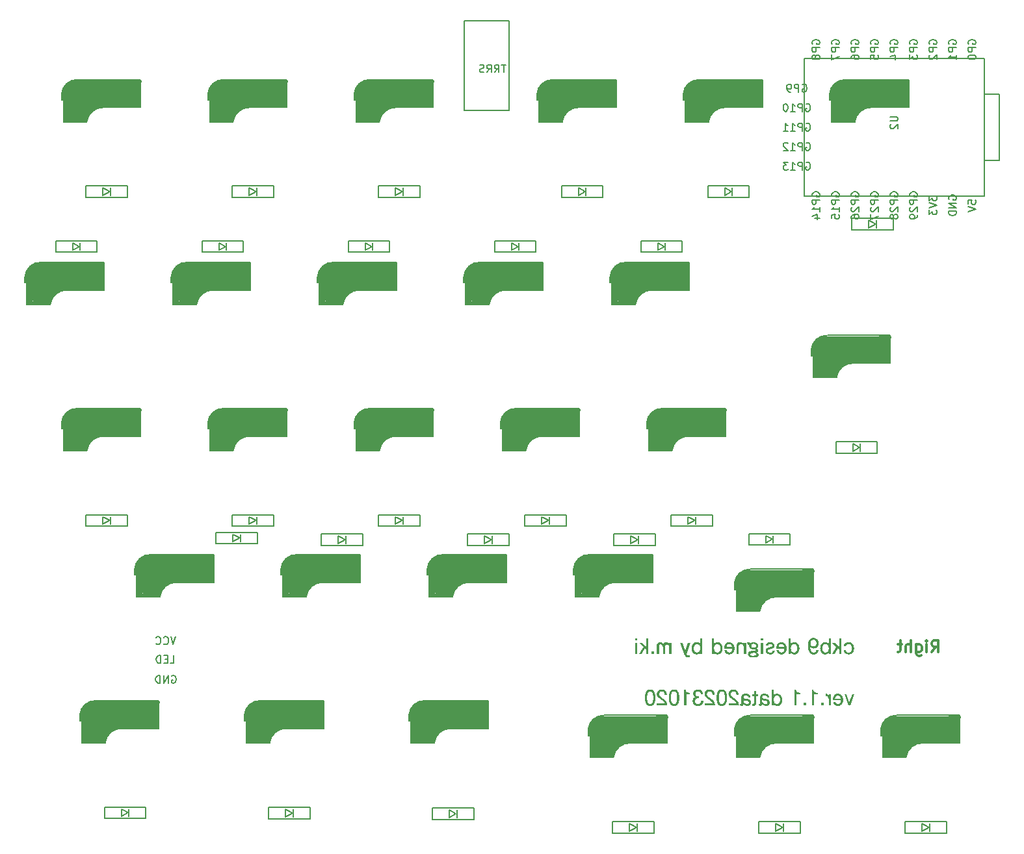
<source format=gbr>
G04 #@! TF.GenerationSoftware,KiCad,Pcbnew,7.0.8*
G04 #@! TF.CreationDate,2023-10-29T20:23:16+09:00*
G04 #@! TF.ProjectId,ckb9,636b6239-2e6b-4696-9361-645f70636258,rev?*
G04 #@! TF.SameCoordinates,Original*
G04 #@! TF.FileFunction,Legend,Bot*
G04 #@! TF.FilePolarity,Positive*
%FSLAX46Y46*%
G04 Gerber Fmt 4.6, Leading zero omitted, Abs format (unit mm)*
G04 Created by KiCad (PCBNEW 7.0.8) date 2023-10-29 20:23:16*
%MOMM*%
%LPD*%
G01*
G04 APERTURE LIST*
%ADD10C,0.300000*%
%ADD11C,0.150000*%
%ADD12C,0.500000*%
%ADD13C,0.800000*%
%ADD14C,3.000000*%
%ADD15C,3.500000*%
%ADD16C,1.000000*%
%ADD17C,0.400000*%
G04 APERTURE END LIST*
D10*
G36*
X658765519Y-555212D02*
G01*
X658771579Y-526126D01*
X658779515Y-491733D01*
X658789896Y-453026D01*
X658796182Y-432364D01*
X658803293Y-410995D01*
X658811301Y-389042D01*
X658820277Y-366631D01*
X658830292Y-343884D01*
X658841417Y-320925D01*
X658853724Y-297879D01*
X658867284Y-274869D01*
X658882169Y-252019D01*
X658898449Y-229453D01*
X658916195Y-207295D01*
X658935481Y-185669D01*
X658956375Y-164699D01*
X658978950Y-144507D01*
X659003278Y-125220D01*
X659029428Y-106959D01*
X659057474Y-89850D01*
X659087485Y-74016D01*
X659119533Y-59580D01*
X659153690Y-46668D01*
X659190027Y-35402D01*
X659228614Y-25907D01*
X659269524Y-18306D01*
X659312828Y-12723D01*
X659358596Y-9283D01*
X659406901Y-8108D01*
X659447428Y-8983D01*
X659487108Y-11593D01*
X659525911Y-15920D01*
X659563810Y-21947D01*
X659600775Y-29654D01*
X659636777Y-39024D01*
X659671788Y-50036D01*
X659705778Y-62674D01*
X659738720Y-76918D01*
X659770583Y-92750D01*
X659801340Y-110151D01*
X659830962Y-129103D01*
X659859420Y-149588D01*
X659886684Y-171586D01*
X659912727Y-195080D01*
X659937519Y-220050D01*
X659961031Y-246479D01*
X659983236Y-274347D01*
X660004103Y-303637D01*
X660023605Y-334330D01*
X660041712Y-366407D01*
X660058395Y-399849D01*
X660073627Y-434639D01*
X660087377Y-470758D01*
X660099617Y-508186D01*
X660110319Y-546907D01*
X660119454Y-586900D01*
X660126992Y-628148D01*
X660132905Y-670633D01*
X660137165Y-714335D01*
X660139741Y-759235D01*
X660140607Y-805317D01*
X660139958Y-843834D01*
X660138007Y-882132D01*
X660134751Y-920143D01*
X660130185Y-957802D01*
X660124304Y-995044D01*
X660117104Y-1031802D01*
X660108579Y-1068012D01*
X660098727Y-1103606D01*
X660087541Y-1138520D01*
X660075017Y-1172688D01*
X660061151Y-1206044D01*
X660045939Y-1238523D01*
X660029375Y-1270058D01*
X660011455Y-1300583D01*
X659992175Y-1330034D01*
X659971530Y-1358344D01*
X659949515Y-1385447D01*
X659926126Y-1411279D01*
X659901358Y-1435772D01*
X659875207Y-1458862D01*
X659847668Y-1480483D01*
X659818737Y-1500568D01*
X659788409Y-1519052D01*
X659756680Y-1535870D01*
X659723544Y-1550956D01*
X659688998Y-1564243D01*
X659653036Y-1575667D01*
X659615655Y-1585161D01*
X659576850Y-1592659D01*
X659536615Y-1598097D01*
X659494948Y-1601407D01*
X659451842Y-1602526D01*
X659429769Y-1602207D01*
X659406674Y-1601221D01*
X659382664Y-1599519D01*
X659357850Y-1597056D01*
X659332343Y-1593784D01*
X659306251Y-1589655D01*
X659279684Y-1584624D01*
X659252753Y-1578643D01*
X659225568Y-1571666D01*
X659198237Y-1563644D01*
X659170871Y-1554532D01*
X659143581Y-1544282D01*
X659116474Y-1532848D01*
X659089663Y-1520182D01*
X659063255Y-1506238D01*
X659037362Y-1490968D01*
X659012092Y-1474325D01*
X658987557Y-1456264D01*
X658963865Y-1436736D01*
X658941126Y-1415694D01*
X658919451Y-1393093D01*
X658898949Y-1368884D01*
X658879730Y-1343021D01*
X658861904Y-1315456D01*
X658845580Y-1286144D01*
X658830869Y-1255037D01*
X658817880Y-1222087D01*
X658806724Y-1187249D01*
X658797509Y-1150475D01*
X658790347Y-1111717D01*
X658785346Y-1070930D01*
X658782616Y-1028066D01*
X659070823Y-1028066D01*
X659073921Y-1054943D01*
X659077269Y-1076886D01*
X659082129Y-1101321D01*
X659088918Y-1127621D01*
X659098054Y-1155164D01*
X659109954Y-1183323D01*
X659125035Y-1211476D01*
X659143714Y-1238996D01*
X659166408Y-1265259D01*
X659193535Y-1289640D01*
X659225512Y-1311516D01*
X659243449Y-1321318D01*
X659262755Y-1330260D01*
X659283482Y-1338263D01*
X659305683Y-1345249D01*
X659329408Y-1351140D01*
X659354711Y-1355857D01*
X659381644Y-1359324D01*
X659410258Y-1361461D01*
X659440607Y-1362191D01*
X659474505Y-1361013D01*
X659506446Y-1357563D01*
X659536488Y-1351969D01*
X659564688Y-1344357D01*
X659591104Y-1334855D01*
X659615794Y-1323589D01*
X659638816Y-1310687D01*
X659660227Y-1296276D01*
X659680085Y-1280482D01*
X659698449Y-1263432D01*
X659715375Y-1245254D01*
X659730922Y-1226075D01*
X659745147Y-1206021D01*
X659758108Y-1185220D01*
X659769864Y-1163799D01*
X659780471Y-1141884D01*
X659789987Y-1119602D01*
X659798471Y-1097082D01*
X659805980Y-1074449D01*
X659812571Y-1051831D01*
X659818304Y-1029354D01*
X659823234Y-1007146D01*
X659827421Y-985334D01*
X659830922Y-964044D01*
X659833795Y-943405D01*
X659836097Y-923542D01*
X659839220Y-886654D01*
X659840756Y-854397D01*
X659841165Y-827787D01*
X659840483Y-786991D01*
X659838471Y-748017D01*
X659835176Y-710832D01*
X659830649Y-675400D01*
X659824937Y-641687D01*
X659818090Y-609659D01*
X659810157Y-579281D01*
X659801185Y-550518D01*
X659791225Y-523336D01*
X659780325Y-497700D01*
X659768533Y-473575D01*
X659755899Y-450927D01*
X659742472Y-429722D01*
X659728300Y-409924D01*
X659713432Y-391498D01*
X659697916Y-374412D01*
X659681803Y-358629D01*
X659665140Y-344115D01*
X659647977Y-330835D01*
X659630362Y-318756D01*
X659612345Y-307841D01*
X659593973Y-298058D01*
X659575296Y-289370D01*
X659556362Y-281744D01*
X659537222Y-275145D01*
X659517922Y-269538D01*
X659498513Y-264889D01*
X659479042Y-261162D01*
X659459560Y-258324D01*
X659440114Y-256340D01*
X659401528Y-254794D01*
X659363770Y-256423D01*
X659328171Y-261191D01*
X659294735Y-268913D01*
X659263469Y-279409D01*
X659234379Y-292494D01*
X659207469Y-307988D01*
X659182746Y-325707D01*
X659160216Y-345469D01*
X659139884Y-367091D01*
X659121755Y-390391D01*
X659105836Y-415187D01*
X659092133Y-441296D01*
X659080651Y-468535D01*
X659071395Y-496723D01*
X659064372Y-525676D01*
X659059588Y-555212D01*
X658765519Y-555212D01*
G37*
G36*
X657314228Y-1540000D02*
G01*
X657840327Y-606503D01*
X657322533Y-70635D01*
X657678150Y-70635D01*
X658213042Y-640209D01*
X658213042Y492100D01*
X658501249Y492100D01*
X658501249Y-1540000D01*
X658213042Y-1540000D01*
X658213042Y-988011D01*
X658036699Y-808248D01*
X657636140Y-1540000D01*
X657314228Y-1540000D01*
G37*
G36*
X657124696Y-1540000D02*
G01*
X656856029Y-1540000D01*
X656841863Y-1375868D01*
X656828922Y-1392807D01*
X656815843Y-1408923D01*
X656802632Y-1424235D01*
X656789296Y-1438762D01*
X656762278Y-1465533D01*
X656734846Y-1489388D01*
X656707056Y-1510474D01*
X656678965Y-1528943D01*
X656650629Y-1544942D01*
X656622105Y-1558623D01*
X656593450Y-1570134D01*
X656564719Y-1579625D01*
X656535969Y-1587246D01*
X656507258Y-1593145D01*
X656478641Y-1597473D01*
X656450174Y-1600380D01*
X656421916Y-1602014D01*
X656393921Y-1602526D01*
X656349109Y-1601273D01*
X656306067Y-1597576D01*
X656264770Y-1591527D01*
X656225197Y-1583217D01*
X656187325Y-1572738D01*
X656151131Y-1560183D01*
X656116593Y-1545642D01*
X656083687Y-1529207D01*
X656052391Y-1510971D01*
X656022683Y-1491024D01*
X655994539Y-1469460D01*
X655967937Y-1446369D01*
X655942854Y-1421843D01*
X655919268Y-1395974D01*
X655897155Y-1368854D01*
X655876493Y-1340575D01*
X655857259Y-1311228D01*
X655839431Y-1280906D01*
X655822986Y-1249699D01*
X655807901Y-1217700D01*
X655794153Y-1185001D01*
X655781720Y-1151692D01*
X655770579Y-1117867D01*
X655760706Y-1083616D01*
X655752081Y-1049033D01*
X655744679Y-1014207D01*
X655738479Y-979231D01*
X655733456Y-944198D01*
X655729590Y-909198D01*
X655726856Y-874323D01*
X655725232Y-839666D01*
X655724696Y-805317D01*
X655724734Y-802875D01*
X656012903Y-802875D01*
X656013321Y-832082D01*
X656014575Y-860791D01*
X656016662Y-888975D01*
X656019577Y-916605D01*
X656023318Y-943653D01*
X656027882Y-970090D01*
X656033265Y-995889D01*
X656039464Y-1021022D01*
X656046476Y-1045459D01*
X656054297Y-1069174D01*
X656062925Y-1092137D01*
X656072357Y-1114321D01*
X656082588Y-1135698D01*
X656093616Y-1156239D01*
X656105437Y-1175916D01*
X656118049Y-1194701D01*
X656131448Y-1212566D01*
X656145631Y-1229483D01*
X656160594Y-1245422D01*
X656176335Y-1260358D01*
X656192851Y-1274260D01*
X656210137Y-1287101D01*
X656228191Y-1298853D01*
X656247009Y-1309488D01*
X656266589Y-1318977D01*
X656286927Y-1327292D01*
X656308020Y-1334405D01*
X656329865Y-1340288D01*
X656352458Y-1344913D01*
X656375796Y-1348251D01*
X656399877Y-1350275D01*
X656424696Y-1350956D01*
X656450504Y-1350219D01*
X656475447Y-1348037D01*
X656499529Y-1344448D01*
X656522753Y-1339491D01*
X656545121Y-1333207D01*
X656566637Y-1325633D01*
X656587303Y-1316811D01*
X656607122Y-1306778D01*
X656626098Y-1295575D01*
X656644234Y-1283240D01*
X656661531Y-1269814D01*
X656677994Y-1255334D01*
X656693625Y-1239842D01*
X656708427Y-1223376D01*
X656722403Y-1205975D01*
X656735556Y-1187679D01*
X656747889Y-1168527D01*
X656759405Y-1148559D01*
X656770107Y-1127814D01*
X656779998Y-1106331D01*
X656789080Y-1084150D01*
X656797357Y-1061309D01*
X656804832Y-1037849D01*
X656811508Y-1013809D01*
X656817387Y-989227D01*
X656822473Y-964145D01*
X656826768Y-938599D01*
X656830275Y-912631D01*
X656832999Y-886280D01*
X656834940Y-859584D01*
X656836102Y-832583D01*
X656836489Y-805317D01*
X656836102Y-777830D01*
X656834940Y-750626D01*
X656832999Y-723742D01*
X656830275Y-697218D01*
X656826768Y-671091D01*
X656822473Y-645402D01*
X656817387Y-620189D01*
X656811508Y-595490D01*
X656804832Y-571343D01*
X656797357Y-547789D01*
X656789080Y-524866D01*
X656779998Y-502611D01*
X656770107Y-481065D01*
X656759405Y-460266D01*
X656747889Y-440252D01*
X656735556Y-421062D01*
X656722403Y-402735D01*
X656708427Y-385310D01*
X656693625Y-368825D01*
X656677994Y-353320D01*
X656661531Y-338832D01*
X656644234Y-325401D01*
X656626098Y-313065D01*
X656607122Y-301864D01*
X656587303Y-291835D01*
X656566637Y-283018D01*
X656545121Y-275451D01*
X656522753Y-269172D01*
X656499529Y-264222D01*
X656475447Y-260638D01*
X656450504Y-258459D01*
X656424696Y-257725D01*
X656399877Y-258404D01*
X656375796Y-260423D01*
X656352458Y-263753D01*
X656329865Y-268366D01*
X656308020Y-274234D01*
X656286927Y-281327D01*
X656266589Y-289618D01*
X656247009Y-299078D01*
X656228191Y-309678D01*
X656210137Y-321391D01*
X656192851Y-334187D01*
X656176335Y-348039D01*
X656160594Y-362918D01*
X656145631Y-378794D01*
X656131448Y-395641D01*
X656118049Y-413429D01*
X656105437Y-432131D01*
X656093616Y-451717D01*
X656082588Y-472159D01*
X656072357Y-493428D01*
X656062925Y-515498D01*
X656054297Y-538337D01*
X656046476Y-561920D01*
X656039464Y-586216D01*
X656033265Y-611198D01*
X656027882Y-636836D01*
X656023318Y-663104D01*
X656019577Y-689971D01*
X656016662Y-717411D01*
X656014575Y-745393D01*
X656013321Y-773891D01*
X656012903Y-802875D01*
X655724734Y-802875D01*
X655725209Y-771957D01*
X655726765Y-738163D01*
X655729394Y-704032D01*
X655733121Y-669662D01*
X655737977Y-635152D01*
X655743987Y-600599D01*
X655751180Y-566102D01*
X655759585Y-531757D01*
X655769227Y-497664D01*
X655780137Y-463920D01*
X655792340Y-430623D01*
X655805866Y-397871D01*
X655820741Y-365762D01*
X655836994Y-334394D01*
X655854653Y-303865D01*
X655873745Y-274272D01*
X655894298Y-245714D01*
X655916341Y-218289D01*
X655939900Y-192094D01*
X655965003Y-167228D01*
X655991679Y-143788D01*
X656019956Y-121873D01*
X656049860Y-101580D01*
X656081420Y-83007D01*
X656114664Y-66252D01*
X656149620Y-51414D01*
X656186315Y-38590D01*
X656224776Y-27878D01*
X656265033Y-19376D01*
X656307113Y-13181D01*
X656351043Y-9393D01*
X656396852Y-8108D01*
X656418296Y-8417D01*
X656439131Y-9329D01*
X656459367Y-10824D01*
X656479015Y-12882D01*
X656516595Y-18602D01*
X656551962Y-26327D01*
X656585204Y-35893D01*
X656616413Y-47135D01*
X656645679Y-59889D01*
X656673091Y-73993D01*
X656698740Y-89281D01*
X656722716Y-105591D01*
X656745109Y-122758D01*
X656766010Y-140618D01*
X656785508Y-159007D01*
X656803694Y-177763D01*
X656820658Y-196720D01*
X656836489Y-215715D01*
X656836489Y492100D01*
X657124696Y492100D01*
X657124696Y-1540000D01*
G37*
G36*
X654882878Y553778D02*
G01*
X654920861Y551254D01*
X654957886Y547085D01*
X654993935Y541299D01*
X655028986Y533927D01*
X655063021Y524999D01*
X655096021Y514545D01*
X655127965Y502595D01*
X655158834Y489178D01*
X655188609Y474326D01*
X655217271Y458067D01*
X655244799Y440432D01*
X655271174Y421451D01*
X655296377Y401153D01*
X655320389Y379569D01*
X655343189Y356728D01*
X655364758Y332661D01*
X655385077Y307398D01*
X655404126Y280968D01*
X655421886Y253401D01*
X655438338Y224728D01*
X655453461Y194978D01*
X655467236Y164182D01*
X655479644Y132368D01*
X655490665Y99568D01*
X655500280Y65812D01*
X655508470Y31128D01*
X655515214Y-4451D01*
X655520493Y-40899D01*
X655524288Y-78183D01*
X655526580Y-116274D01*
X655527348Y-155143D01*
X655526191Y-204007D01*
X655522791Y-250614D01*
X655517250Y-295009D01*
X655509672Y-337239D01*
X655500158Y-377350D01*
X655488814Y-415389D01*
X655475741Y-451402D01*
X655461043Y-485435D01*
X655444824Y-517535D01*
X655427185Y-547747D01*
X655408230Y-576119D01*
X655388063Y-602697D01*
X655366787Y-627526D01*
X655344504Y-650653D01*
X655321318Y-672125D01*
X655297332Y-691988D01*
X655272649Y-710289D01*
X655247372Y-727072D01*
X655221604Y-742386D01*
X655195449Y-756276D01*
X655169010Y-768788D01*
X655142389Y-779969D01*
X655115690Y-789866D01*
X655089016Y-798524D01*
X655062470Y-805990D01*
X655036155Y-812310D01*
X655010175Y-817531D01*
X654984632Y-821698D01*
X654959629Y-824859D01*
X654935271Y-827060D01*
X654911659Y-828346D01*
X654888897Y-828764D01*
X654866758Y-828544D01*
X654845472Y-827888D01*
X654825008Y-826805D01*
X654805330Y-825303D01*
X654768201Y-821075D01*
X654733818Y-815270D01*
X654701914Y-807954D01*
X654672221Y-799192D01*
X654644472Y-789051D01*
X654618398Y-777595D01*
X654593733Y-764892D01*
X654570208Y-751007D01*
X654547556Y-736006D01*
X654525509Y-719954D01*
X654503801Y-702918D01*
X654482162Y-684963D01*
X654460326Y-666154D01*
X654438025Y-646559D01*
X654439734Y-672330D01*
X654441694Y-698921D01*
X654443959Y-726224D01*
X654446585Y-754132D01*
X654449627Y-782538D01*
X654453141Y-811334D01*
X654457183Y-840413D01*
X654461808Y-869667D01*
X654467071Y-898990D01*
X654473027Y-928273D01*
X654479733Y-957409D01*
X654487243Y-986290D01*
X654495614Y-1014811D01*
X654504900Y-1042861D01*
X654515157Y-1070336D01*
X654526441Y-1097126D01*
X654538806Y-1123125D01*
X654552309Y-1148225D01*
X654567004Y-1172319D01*
X654582948Y-1195299D01*
X654600196Y-1217059D01*
X654618803Y-1237489D01*
X654638825Y-1256484D01*
X654660316Y-1273935D01*
X654683333Y-1289736D01*
X654707932Y-1303778D01*
X654734166Y-1315955D01*
X654762093Y-1326158D01*
X654791767Y-1334281D01*
X654823244Y-1340217D01*
X654856579Y-1343857D01*
X654891828Y-1345094D01*
X654916357Y-1344539D01*
X654939595Y-1342914D01*
X654961578Y-1340273D01*
X654982342Y-1336674D01*
X655001923Y-1332173D01*
X655037684Y-1320691D01*
X655069152Y-1306279D01*
X655096618Y-1289387D01*
X655120374Y-1270468D01*
X655140710Y-1249973D01*
X655157919Y-1228353D01*
X655172290Y-1206061D01*
X655184116Y-1183547D01*
X655193688Y-1161263D01*
X655201296Y-1139660D01*
X655207233Y-1119191D01*
X655213640Y-1091599D01*
X655216671Y-1075938D01*
X655499504Y-1075938D01*
X655493994Y-1115656D01*
X655486943Y-1153416D01*
X655478419Y-1189264D01*
X655468490Y-1223246D01*
X655457223Y-1255407D01*
X655444686Y-1285793D01*
X655430946Y-1314449D01*
X655416072Y-1341422D01*
X655400131Y-1366757D01*
X655383191Y-1390500D01*
X655365320Y-1412697D01*
X655346584Y-1433392D01*
X655327053Y-1452633D01*
X655306793Y-1470464D01*
X655285873Y-1486931D01*
X655264359Y-1502081D01*
X655242321Y-1515958D01*
X655219825Y-1528609D01*
X655196939Y-1540079D01*
X655173731Y-1550413D01*
X655150269Y-1559658D01*
X655126620Y-1567860D01*
X655102852Y-1575064D01*
X655079032Y-1581315D01*
X655055230Y-1586659D01*
X655031511Y-1591143D01*
X655007944Y-1594811D01*
X654984597Y-1597710D01*
X654961537Y-1599886D01*
X654938833Y-1601383D01*
X654916550Y-1602248D01*
X654894759Y-1602526D01*
X654829272Y-1600096D01*
X654767736Y-1592977D01*
X654710027Y-1581421D01*
X654656023Y-1565682D01*
X654605601Y-1546013D01*
X654558638Y-1522666D01*
X654515012Y-1495896D01*
X654474600Y-1465956D01*
X654437279Y-1433098D01*
X654402927Y-1397576D01*
X654371420Y-1359643D01*
X654342636Y-1319552D01*
X654316453Y-1277557D01*
X654292747Y-1233911D01*
X654271397Y-1188867D01*
X654252278Y-1142677D01*
X654235269Y-1095597D01*
X654220246Y-1047878D01*
X654207088Y-999774D01*
X654195671Y-951537D01*
X654185872Y-903423D01*
X654177570Y-855682D01*
X654170640Y-808570D01*
X654164961Y-762338D01*
X654160410Y-717240D01*
X654156863Y-673530D01*
X654154199Y-631461D01*
X654152295Y-591285D01*
X654151027Y-553256D01*
X654150274Y-517628D01*
X654149912Y-484653D01*
X654149818Y-454584D01*
X654149878Y-427063D01*
X654150138Y-397124D01*
X654150717Y-364983D01*
X654151735Y-330857D01*
X654153311Y-294961D01*
X654155566Y-257511D01*
X654158618Y-218722D01*
X654162587Y-178811D01*
X654166869Y-143907D01*
X654468799Y-143907D01*
X654469449Y-173899D01*
X654471639Y-206150D01*
X654475732Y-240083D01*
X654482088Y-275119D01*
X654491068Y-310679D01*
X654503034Y-346183D01*
X654518348Y-381054D01*
X654537370Y-414712D01*
X654548385Y-430905D01*
X654560463Y-446578D01*
X654573648Y-461658D01*
X654587987Y-476073D01*
X654603524Y-489751D01*
X654620304Y-502619D01*
X654638372Y-514605D01*
X654657774Y-525636D01*
X654678556Y-535641D01*
X654700761Y-544546D01*
X654724435Y-552280D01*
X654749624Y-558770D01*
X654776372Y-563944D01*
X654804726Y-567729D01*
X654834729Y-570053D01*
X654866427Y-570844D01*
X654900057Y-569373D01*
X654933535Y-564912D01*
X654966582Y-557394D01*
X654998921Y-546748D01*
X655030271Y-532905D01*
X655060356Y-515795D01*
X655088897Y-495349D01*
X655115615Y-471498D01*
X655140233Y-444172D01*
X655162471Y-413302D01*
X655172611Y-396517D01*
X655182051Y-378819D01*
X655190758Y-360201D01*
X655198696Y-340653D01*
X655205830Y-320167D01*
X655212126Y-298734D01*
X655217549Y-276346D01*
X655222064Y-252993D01*
X655225636Y-228668D01*
X655228231Y-203362D01*
X655229813Y-177065D01*
X655230348Y-149769D01*
X655229678Y-115516D01*
X655227704Y-82979D01*
X655224484Y-52116D01*
X655220072Y-22888D01*
X655214526Y4747D01*
X655207902Y30832D01*
X655200256Y55407D01*
X655191644Y78513D01*
X655182122Y100191D01*
X655171747Y120484D01*
X655160576Y139431D01*
X655148663Y157074D01*
X655136067Y173455D01*
X655122842Y188614D01*
X655109045Y202594D01*
X655079961Y227177D01*
X655049264Y247534D01*
X655017405Y263995D01*
X654984833Y276891D01*
X654951999Y286550D01*
X654919353Y293304D01*
X654887345Y297480D01*
X654856425Y299411D01*
X654841514Y299637D01*
X654818741Y299017D01*
X654796676Y297183D01*
X654775319Y294170D01*
X654754673Y290015D01*
X654734738Y284753D01*
X654715514Y278420D01*
X654697004Y271053D01*
X654679207Y262687D01*
X654645759Y243105D01*
X654615178Y219961D01*
X654587472Y193544D01*
X654562650Y164143D01*
X654540718Y132045D01*
X654530838Y115076D01*
X654521684Y97540D01*
X654513257Y79474D01*
X654505558Y60915D01*
X654498587Y41898D01*
X654492346Y22459D01*
X654486835Y2635D01*
X654482056Y-17539D01*
X654478009Y-38026D01*
X654474696Y-58792D01*
X654472118Y-79798D01*
X654470275Y-101011D01*
X654469168Y-122392D01*
X654468799Y-143907D01*
X654166869Y-143907D01*
X654167594Y-137994D01*
X654173756Y-96485D01*
X654181195Y-54502D01*
X654190029Y-12260D01*
X654200379Y30025D01*
X654212363Y72138D01*
X654226102Y113863D01*
X654241714Y154984D01*
X654259321Y195284D01*
X654279040Y234549D01*
X654300992Y272562D01*
X654325296Y309108D01*
X654352072Y343970D01*
X654381440Y376933D01*
X654413519Y407781D01*
X654448428Y436298D01*
X654486287Y462269D01*
X654527217Y485477D01*
X654571336Y505706D01*
X654618763Y522742D01*
X654669620Y536368D01*
X654724024Y546367D01*
X654782097Y552525D01*
X654843956Y554626D01*
X654882878Y553778D01*
G37*
G36*
X651911577Y-215715D02*
G01*
X651927322Y-196720D01*
X651944206Y-177763D01*
X651962315Y-159007D01*
X651981735Y-140618D01*
X652002552Y-122758D01*
X652024852Y-105591D01*
X652048720Y-89281D01*
X652074242Y-73993D01*
X652101505Y-59889D01*
X652130594Y-47135D01*
X652161594Y-35893D01*
X652194593Y-26327D01*
X652229675Y-18602D01*
X652266927Y-12882D01*
X652286393Y-10824D01*
X652306434Y-9329D01*
X652327061Y-8417D01*
X652348283Y-8108D01*
X652394315Y-9393D01*
X652438457Y-13181D01*
X652480738Y-19376D01*
X652521186Y-27878D01*
X652559828Y-38590D01*
X652596693Y-51414D01*
X652631809Y-66252D01*
X652665203Y-83007D01*
X652696905Y-101580D01*
X652726942Y-121873D01*
X652755341Y-143788D01*
X652782133Y-167228D01*
X652807343Y-192094D01*
X652831001Y-218289D01*
X652853134Y-245714D01*
X652873771Y-274272D01*
X652892940Y-303865D01*
X652910668Y-334394D01*
X652926985Y-365762D01*
X652941917Y-397871D01*
X652955493Y-430623D01*
X652967742Y-463920D01*
X652978690Y-497664D01*
X652988367Y-531757D01*
X652996800Y-566102D01*
X653004018Y-600599D01*
X653010048Y-635152D01*
X653014919Y-669662D01*
X653018658Y-704032D01*
X653021295Y-738163D01*
X653022856Y-771957D01*
X653023370Y-805317D01*
X653022824Y-839666D01*
X653021172Y-874323D01*
X653018392Y-909198D01*
X653014464Y-944198D01*
X653009365Y-979231D01*
X653003074Y-1014207D01*
X652995571Y-1049033D01*
X652986833Y-1083616D01*
X652976839Y-1117867D01*
X652965568Y-1151692D01*
X652952999Y-1185001D01*
X652939109Y-1217700D01*
X652923878Y-1249699D01*
X652907285Y-1280906D01*
X652889307Y-1311228D01*
X652869924Y-1340575D01*
X652849115Y-1368854D01*
X652826857Y-1395974D01*
X652803129Y-1421843D01*
X652777911Y-1446369D01*
X652751180Y-1469460D01*
X652722915Y-1491024D01*
X652693096Y-1510971D01*
X652661700Y-1529207D01*
X652628706Y-1545642D01*
X652594093Y-1560183D01*
X652557839Y-1572738D01*
X652519924Y-1583217D01*
X652480325Y-1591527D01*
X652439021Y-1597576D01*
X652395991Y-1601273D01*
X652351214Y-1602526D01*
X652323702Y-1602015D01*
X652295802Y-1600386D01*
X652267583Y-1597493D01*
X652239114Y-1593191D01*
X652210465Y-1587335D01*
X652181704Y-1579780D01*
X652152903Y-1570379D01*
X652124129Y-1558989D01*
X652095452Y-1545464D01*
X652066943Y-1529658D01*
X652038669Y-1511427D01*
X652010701Y-1490624D01*
X651983108Y-1467106D01*
X651955959Y-1440725D01*
X651942573Y-1426417D01*
X651929324Y-1411338D01*
X651916221Y-1395472D01*
X651903272Y-1378799D01*
X651892037Y-1540000D01*
X651622882Y-1540000D01*
X651622882Y-805317D01*
X651911577Y-805317D01*
X651911955Y-832583D01*
X651913094Y-859584D01*
X651914997Y-886280D01*
X651917670Y-912631D01*
X651921117Y-938599D01*
X651925342Y-964145D01*
X651930350Y-989227D01*
X651936146Y-1013809D01*
X651942734Y-1037849D01*
X651950118Y-1061309D01*
X651958304Y-1084150D01*
X651967295Y-1106331D01*
X651977097Y-1127814D01*
X651987714Y-1148559D01*
X651999151Y-1168527D01*
X652011411Y-1187679D01*
X652024500Y-1205975D01*
X652038422Y-1223376D01*
X652053182Y-1239842D01*
X652068784Y-1255334D01*
X652085233Y-1269814D01*
X652102534Y-1283240D01*
X652120690Y-1295575D01*
X652139707Y-1306778D01*
X652159589Y-1316811D01*
X652180341Y-1325633D01*
X652201967Y-1333207D01*
X652224472Y-1339491D01*
X652247860Y-1344448D01*
X652272136Y-1348037D01*
X652297304Y-1350219D01*
X652323370Y-1350956D01*
X652348188Y-1350275D01*
X652372264Y-1348251D01*
X652395596Y-1344913D01*
X652418180Y-1340288D01*
X652440014Y-1334405D01*
X652461094Y-1327292D01*
X652481417Y-1318977D01*
X652500980Y-1309488D01*
X652519781Y-1298853D01*
X652537816Y-1287101D01*
X652555082Y-1274260D01*
X652571576Y-1260358D01*
X652587295Y-1245422D01*
X652602236Y-1229483D01*
X652616397Y-1212566D01*
X652629773Y-1194701D01*
X652642362Y-1175916D01*
X652654160Y-1156239D01*
X652665166Y-1135698D01*
X652675376Y-1114321D01*
X652684786Y-1092137D01*
X652693393Y-1069174D01*
X652701196Y-1045459D01*
X652708190Y-1021022D01*
X652714373Y-995889D01*
X652719741Y-970090D01*
X652724291Y-943653D01*
X652728021Y-916605D01*
X652730928Y-888975D01*
X652733008Y-860791D01*
X652734258Y-832082D01*
X652734675Y-802875D01*
X652734258Y-773891D01*
X652733008Y-745393D01*
X652730928Y-717411D01*
X652728021Y-689971D01*
X652724291Y-663104D01*
X652719741Y-636836D01*
X652714373Y-611198D01*
X652708190Y-586216D01*
X652701196Y-561920D01*
X652693393Y-538337D01*
X652684786Y-515498D01*
X652675376Y-493428D01*
X652665166Y-472159D01*
X652654160Y-451717D01*
X652642362Y-432131D01*
X652629773Y-413429D01*
X652616397Y-395641D01*
X652602236Y-378794D01*
X652587295Y-362918D01*
X652571576Y-348039D01*
X652555082Y-334187D01*
X652537816Y-321391D01*
X652519781Y-309678D01*
X652500980Y-299078D01*
X652481417Y-289618D01*
X652461094Y-281327D01*
X652440014Y-274234D01*
X652418180Y-268366D01*
X652395596Y-263753D01*
X652372264Y-260423D01*
X652348188Y-258404D01*
X652323370Y-257725D01*
X652297304Y-258674D01*
X652272136Y-261041D01*
X652247860Y-264786D01*
X652224472Y-269874D01*
X652201967Y-276266D01*
X652180341Y-283925D01*
X652159589Y-292813D01*
X652139707Y-302894D01*
X652120690Y-314130D01*
X652102534Y-326483D01*
X652085233Y-339917D01*
X652068784Y-354393D01*
X652053182Y-369875D01*
X652038422Y-386324D01*
X652024500Y-403705D01*
X652011411Y-421978D01*
X651999151Y-441107D01*
X651987714Y-461055D01*
X651977097Y-481783D01*
X651967295Y-503255D01*
X651958304Y-525434D01*
X651950118Y-548281D01*
X651942734Y-571760D01*
X651936146Y-595833D01*
X651930350Y-620463D01*
X651925342Y-645612D01*
X651921117Y-671242D01*
X651917670Y-697318D01*
X651914997Y-723800D01*
X651913094Y-750653D01*
X651911955Y-777837D01*
X651911577Y-805317D01*
X651622882Y-805317D01*
X651622882Y492100D01*
X651911577Y492100D01*
X651911577Y-215715D01*
G37*
G36*
X650700261Y-9070D02*
G01*
X650738183Y-11929D01*
X650775278Y-16651D01*
X650811518Y-23197D01*
X650846876Y-31532D01*
X650881322Y-41619D01*
X650914828Y-53421D01*
X650947367Y-66902D01*
X650978910Y-82025D01*
X651009428Y-98754D01*
X651038894Y-117052D01*
X651067279Y-136883D01*
X651094555Y-158209D01*
X651120693Y-180994D01*
X651145666Y-205202D01*
X651169445Y-230797D01*
X651192001Y-257741D01*
X651213308Y-285997D01*
X651233335Y-315531D01*
X651252056Y-346304D01*
X651269441Y-378280D01*
X651285463Y-411423D01*
X651300094Y-445695D01*
X651313304Y-481062D01*
X651325066Y-517485D01*
X651335351Y-554928D01*
X651344131Y-593356D01*
X651351379Y-632730D01*
X651357065Y-673015D01*
X651361162Y-714174D01*
X651363640Y-756170D01*
X651364473Y-798967D01*
X651363632Y-842015D01*
X651361133Y-884305D01*
X651357006Y-925797D01*
X651351285Y-966451D01*
X651344003Y-1006226D01*
X651335190Y-1045084D01*
X651324880Y-1082984D01*
X651313105Y-1119887D01*
X651299898Y-1155751D01*
X651285290Y-1190539D01*
X651269315Y-1224209D01*
X651252005Y-1256722D01*
X651233391Y-1288037D01*
X651213506Y-1318116D01*
X651192384Y-1346918D01*
X651170055Y-1374403D01*
X651146553Y-1400531D01*
X651121910Y-1425263D01*
X651096158Y-1448558D01*
X651069330Y-1470377D01*
X651041458Y-1490680D01*
X651012574Y-1509426D01*
X650982711Y-1526576D01*
X650951901Y-1542091D01*
X650920176Y-1555929D01*
X650887570Y-1568052D01*
X650854113Y-1578420D01*
X650819840Y-1586991D01*
X650784781Y-1593728D01*
X650748970Y-1598589D01*
X650712439Y-1601535D01*
X650675219Y-1602526D01*
X650645555Y-1601954D01*
X650616381Y-1600244D01*
X650587713Y-1597407D01*
X650559567Y-1593453D01*
X650531957Y-1588393D01*
X650504899Y-1582236D01*
X650478408Y-1574994D01*
X650452500Y-1566675D01*
X650427191Y-1557292D01*
X650402495Y-1546852D01*
X650378428Y-1535369D01*
X650355005Y-1522850D01*
X650332243Y-1509307D01*
X650310155Y-1494750D01*
X650288758Y-1479190D01*
X650268066Y-1462636D01*
X650248096Y-1445098D01*
X650228863Y-1426588D01*
X650210382Y-1407115D01*
X650192668Y-1386690D01*
X650175737Y-1365323D01*
X650159604Y-1343024D01*
X650144285Y-1319804D01*
X650129795Y-1295673D01*
X650116149Y-1270640D01*
X650103362Y-1244717D01*
X650091451Y-1217914D01*
X650080431Y-1190241D01*
X650070316Y-1161708D01*
X650061123Y-1132325D01*
X650052866Y-1102104D01*
X650045561Y-1071053D01*
X650328394Y-1071053D01*
X650336918Y-1096216D01*
X650346235Y-1119807D01*
X650356283Y-1141877D01*
X650367001Y-1162475D01*
X650378326Y-1181654D01*
X650390196Y-1199464D01*
X650402549Y-1215954D01*
X650415322Y-1231177D01*
X650441882Y-1258022D01*
X650469379Y-1280405D01*
X650497315Y-1298730D01*
X650525193Y-1313403D01*
X650552516Y-1324831D01*
X650578786Y-1333419D01*
X650603507Y-1339572D01*
X650626180Y-1343697D01*
X650646309Y-1346199D01*
X650670643Y-1347796D01*
X650686454Y-1348025D01*
X650716081Y-1346980D01*
X650744082Y-1343922D01*
X650770506Y-1338964D01*
X650795400Y-1332218D01*
X650818811Y-1323799D01*
X650840785Y-1313819D01*
X650861370Y-1302390D01*
X650880612Y-1289628D01*
X650898560Y-1275643D01*
X650915259Y-1260551D01*
X650930758Y-1244463D01*
X650945102Y-1227494D01*
X650958339Y-1209755D01*
X650970517Y-1191361D01*
X650981681Y-1172424D01*
X650991880Y-1153058D01*
X651001160Y-1133375D01*
X651009568Y-1113490D01*
X651017152Y-1093514D01*
X651023958Y-1073561D01*
X651030033Y-1053745D01*
X651035425Y-1034179D01*
X651040181Y-1014975D01*
X651047970Y-978107D01*
X651053778Y-944047D01*
X651057981Y-913701D01*
X651060956Y-887973D01*
X651062100Y-877124D01*
X650017229Y-877124D01*
X650017219Y-856169D01*
X650017266Y-833336D01*
X650017483Y-808775D01*
X650017985Y-782633D01*
X650018884Y-755060D01*
X650020295Y-726205D01*
X650022331Y-696217D01*
X650025106Y-665244D01*
X650028734Y-633435D01*
X650028743Y-633370D01*
X650311297Y-633370D01*
X651053307Y-633370D01*
X651046473Y-603476D01*
X651040143Y-578862D01*
X651032075Y-551339D01*
X651021994Y-521625D01*
X651009627Y-490438D01*
X650994699Y-458497D01*
X650976936Y-426520D01*
X650956065Y-395226D01*
X650931811Y-365333D01*
X650918330Y-351136D01*
X650903900Y-337559D01*
X650888488Y-324691D01*
X650872058Y-312623D01*
X650854578Y-301444D01*
X650836011Y-291244D01*
X650816325Y-282112D01*
X650795486Y-274139D01*
X650773457Y-267414D01*
X650750207Y-262027D01*
X650725699Y-258068D01*
X650699901Y-255627D01*
X650672777Y-254794D01*
X650643922Y-255627D01*
X650616677Y-258068D01*
X650590993Y-262027D01*
X650566824Y-267414D01*
X650544121Y-274139D01*
X650522838Y-282112D01*
X650502925Y-291244D01*
X650484336Y-301444D01*
X650467023Y-312623D01*
X650450937Y-324691D01*
X650436033Y-337559D01*
X650409574Y-365333D01*
X650387266Y-395226D01*
X650368725Y-426520D01*
X650353572Y-458497D01*
X650341425Y-490438D01*
X650331902Y-521625D01*
X650324622Y-551339D01*
X650319203Y-578862D01*
X650315264Y-603476D01*
X650312425Y-624462D01*
X650311297Y-633370D01*
X650028743Y-633370D01*
X650033329Y-600939D01*
X650039005Y-567905D01*
X650045874Y-534482D01*
X650054052Y-500819D01*
X650063651Y-467064D01*
X650074787Y-433366D01*
X650087571Y-399874D01*
X650101651Y-367247D01*
X650116557Y-336468D01*
X650132232Y-307482D01*
X650148618Y-280238D01*
X650165658Y-254681D01*
X650183293Y-230758D01*
X650201466Y-208417D01*
X650220119Y-187604D01*
X650239194Y-168265D01*
X650258633Y-150348D01*
X650278379Y-133800D01*
X650298374Y-118566D01*
X650318559Y-104595D01*
X650338879Y-91832D01*
X650359273Y-80224D01*
X650379685Y-69719D01*
X650400058Y-60262D01*
X650420332Y-51802D01*
X650440451Y-44284D01*
X650460356Y-37655D01*
X650479990Y-31863D01*
X650499296Y-26853D01*
X650536688Y-18970D01*
X650572071Y-13579D01*
X650604982Y-10256D01*
X650634960Y-8574D01*
X650661542Y-8108D01*
X650700261Y-9070D01*
G37*
G36*
X648627487Y-1100362D02*
G01*
X648627940Y-1078088D01*
X648629305Y-1056586D01*
X648631593Y-1035834D01*
X648634816Y-1015810D01*
X648638983Y-996491D01*
X648650195Y-959877D01*
X648665317Y-925809D01*
X648684435Y-894106D01*
X648707635Y-864586D01*
X648735005Y-837067D01*
X648750280Y-824002D01*
X648766630Y-811368D01*
X648784066Y-799144D01*
X648802598Y-787307D01*
X648822238Y-775834D01*
X648842995Y-764702D01*
X648864881Y-753889D01*
X648887907Y-743372D01*
X648912084Y-733128D01*
X648937421Y-723134D01*
X648963931Y-713368D01*
X648991624Y-703807D01*
X649020511Y-694429D01*
X649050603Y-685210D01*
X649081910Y-676128D01*
X649114443Y-667159D01*
X649148213Y-658283D01*
X649170630Y-652545D01*
X649192184Y-646863D01*
X649212885Y-641223D01*
X649232743Y-635614D01*
X649251768Y-630022D01*
X649287356Y-618838D01*
X649319731Y-607568D01*
X649348972Y-596109D01*
X649375158Y-584358D01*
X649398367Y-572212D01*
X649418681Y-559568D01*
X649436178Y-546323D01*
X649450937Y-532374D01*
X649468118Y-509905D01*
X649479586Y-485272D01*
X649485610Y-458128D01*
X649486734Y-438464D01*
X649485407Y-418867D01*
X649478615Y-390655D01*
X649466393Y-364130D01*
X649455413Y-347534D01*
X649442298Y-331912D01*
X649427157Y-317354D01*
X649410102Y-303948D01*
X649391245Y-291784D01*
X649370694Y-280951D01*
X649348563Y-271540D01*
X649324961Y-263640D01*
X649299999Y-257339D01*
X649273789Y-252728D01*
X649246441Y-249896D01*
X649218066Y-248932D01*
X649196092Y-249367D01*
X649171600Y-251263D01*
X649142194Y-255730D01*
X649120728Y-260678D01*
X649098381Y-267585D01*
X649075673Y-276775D01*
X649053125Y-288576D01*
X649031259Y-303314D01*
X649010595Y-321315D01*
X648991653Y-342904D01*
X648974956Y-368409D01*
X648961024Y-398157D01*
X648950377Y-432472D01*
X648943538Y-471681D01*
X648658262Y-471681D01*
X648661465Y-449610D01*
X648664929Y-427104D01*
X648668915Y-404192D01*
X648673684Y-380903D01*
X648679495Y-357267D01*
X648686611Y-333312D01*
X648695291Y-309067D01*
X648705798Y-284561D01*
X648718391Y-259823D01*
X648733331Y-234883D01*
X648744724Y-218157D01*
X648757880Y-200836D01*
X648771582Y-184484D01*
X648785785Y-169072D01*
X648800446Y-154575D01*
X648815520Y-140963D01*
X648830964Y-128211D01*
X648846734Y-116290D01*
X648879073Y-94831D01*
X648912188Y-76368D01*
X648945724Y-60681D01*
X648979330Y-47550D01*
X649012655Y-36756D01*
X649045345Y-28079D01*
X649077050Y-21300D01*
X649107416Y-16197D01*
X649136092Y-12553D01*
X649162726Y-10147D01*
X649186966Y-8760D01*
X649208460Y-8172D01*
X649218066Y-8108D01*
X649247208Y-8639D01*
X649275815Y-10222D01*
X649303861Y-12840D01*
X649331321Y-16477D01*
X649358169Y-21116D01*
X649384379Y-26742D01*
X649409927Y-33339D01*
X649434786Y-40890D01*
X649458931Y-49379D01*
X649482337Y-58791D01*
X649504977Y-69107D01*
X649526826Y-80314D01*
X649547858Y-92393D01*
X649568049Y-105330D01*
X649587372Y-119108D01*
X649605802Y-133710D01*
X649623313Y-149121D01*
X649639880Y-165325D01*
X649655477Y-182304D01*
X649670078Y-200044D01*
X649683658Y-218528D01*
X649696192Y-237739D01*
X649707653Y-257661D01*
X649718016Y-278279D01*
X649727256Y-299576D01*
X649735347Y-321536D01*
X649742264Y-344142D01*
X649747980Y-367379D01*
X649752470Y-391230D01*
X649755710Y-415680D01*
X649757672Y-440711D01*
X649758332Y-466308D01*
X649757794Y-489038D01*
X649756192Y-510899D01*
X649753544Y-531916D01*
X649749867Y-552114D01*
X649745180Y-571515D01*
X649732847Y-608028D01*
X649716687Y-641650D01*
X649696844Y-672576D01*
X649673460Y-701000D01*
X649646678Y-727117D01*
X649616642Y-751122D01*
X649600449Y-762393D01*
X649583495Y-773209D01*
X649565800Y-783595D01*
X649547380Y-793574D01*
X649528254Y-803170D01*
X649508440Y-812409D01*
X649487955Y-821315D01*
X649466817Y-829911D01*
X649445045Y-838223D01*
X649422656Y-846274D01*
X649399669Y-854089D01*
X649376100Y-861693D01*
X649351968Y-869108D01*
X649327291Y-876361D01*
X649302086Y-883475D01*
X649274608Y-891234D01*
X649248307Y-898860D01*
X649223162Y-906368D01*
X649199154Y-913773D01*
X649176262Y-921092D01*
X649154467Y-928339D01*
X649133749Y-935530D01*
X649114088Y-942681D01*
X649095463Y-949806D01*
X649061245Y-964044D01*
X649030934Y-978368D01*
X649004372Y-992900D01*
X648981399Y-1007766D01*
X648961855Y-1023089D01*
X648945581Y-1038992D01*
X648932417Y-1055600D01*
X648922204Y-1073036D01*
X648914782Y-1091424D01*
X648909991Y-1110888D01*
X648907672Y-1131552D01*
X648907390Y-1142372D01*
X648909186Y-1170004D01*
X648914412Y-1195589D01*
X648922820Y-1219164D01*
X648934165Y-1240764D01*
X648948200Y-1260426D01*
X648964680Y-1278187D01*
X648983358Y-1294084D01*
X649003988Y-1308152D01*
X649026323Y-1320428D01*
X649050119Y-1330950D01*
X649075128Y-1339752D01*
X649101105Y-1346872D01*
X649127803Y-1352346D01*
X649154976Y-1356212D01*
X649182377Y-1358504D01*
X649209762Y-1359260D01*
X649239094Y-1358641D01*
X649268148Y-1356669D01*
X649296715Y-1353168D01*
X649324587Y-1347964D01*
X649351554Y-1340882D01*
X649377408Y-1331748D01*
X649401940Y-1320387D01*
X649424940Y-1306625D01*
X649446200Y-1290287D01*
X649465511Y-1271199D01*
X649482664Y-1249185D01*
X649497450Y-1224071D01*
X649509660Y-1195683D01*
X649519084Y-1163846D01*
X649525515Y-1128386D01*
X649528743Y-1089127D01*
X649811577Y-1089127D01*
X649810589Y-1112410D01*
X649808470Y-1141022D01*
X649806035Y-1162637D01*
X649802507Y-1185989D01*
X649797649Y-1210826D01*
X649791226Y-1236895D01*
X649783000Y-1263944D01*
X649772737Y-1291720D01*
X649760200Y-1319970D01*
X649745152Y-1348442D01*
X649727359Y-1376883D01*
X649706582Y-1405041D01*
X649682588Y-1432663D01*
X649655138Y-1459497D01*
X649640044Y-1472539D01*
X649623998Y-1485289D01*
X649599406Y-1502706D01*
X649573924Y-1518376D01*
X649547724Y-1532387D01*
X649520981Y-1544823D01*
X649493869Y-1555771D01*
X649466562Y-1565317D01*
X649439233Y-1573546D01*
X649412056Y-1580544D01*
X649385206Y-1586397D01*
X649358856Y-1591191D01*
X649333180Y-1595012D01*
X649308352Y-1597946D01*
X649284546Y-1600078D01*
X649261936Y-1601495D01*
X649240695Y-1602282D01*
X649220997Y-1602526D01*
X649184311Y-1601852D01*
X649148805Y-1599854D01*
X649114479Y-1596567D01*
X649081332Y-1592028D01*
X649049363Y-1586271D01*
X649018571Y-1579332D01*
X648988954Y-1571247D01*
X648960512Y-1562050D01*
X648933244Y-1551778D01*
X648907148Y-1540466D01*
X648882223Y-1528150D01*
X648858469Y-1514864D01*
X648835883Y-1500646D01*
X648814466Y-1485529D01*
X648794216Y-1469550D01*
X648775132Y-1452744D01*
X648757213Y-1435146D01*
X648740458Y-1416793D01*
X648724865Y-1397719D01*
X648710434Y-1377961D01*
X648697164Y-1357553D01*
X648685054Y-1336531D01*
X648674102Y-1314931D01*
X648664307Y-1292788D01*
X648655669Y-1270137D01*
X648648185Y-1247015D01*
X648641857Y-1223457D01*
X648636681Y-1199497D01*
X648632657Y-1175173D01*
X648629784Y-1150518D01*
X648628061Y-1125570D01*
X648627487Y-1100362D01*
G37*
G36*
X648009553Y203405D02*
G01*
X648009553Y492100D01*
X648297759Y492100D01*
X648297759Y203405D01*
X648009553Y203405D01*
G37*
G36*
X648009553Y-1540000D02*
G01*
X648009553Y-70635D01*
X648297759Y-70635D01*
X648297759Y-1540000D01*
X648009553Y-1540000D01*
G37*
G36*
X647101934Y-8751D02*
G01*
X647133938Y-10653D01*
X647165210Y-13780D01*
X647195728Y-18095D01*
X647225470Y-23561D01*
X647254415Y-30143D01*
X647282541Y-37804D01*
X647309828Y-46508D01*
X647336252Y-56219D01*
X647361794Y-66900D01*
X647386431Y-78516D01*
X647410143Y-91030D01*
X647432907Y-104406D01*
X647454702Y-118607D01*
X647475507Y-133598D01*
X647495300Y-149342D01*
X647514059Y-165803D01*
X647531764Y-182945D01*
X647548393Y-200731D01*
X647563924Y-219126D01*
X647578336Y-238092D01*
X647591608Y-257595D01*
X647603717Y-277597D01*
X647614643Y-298063D01*
X647624364Y-318956D01*
X647632858Y-340239D01*
X647640104Y-361878D01*
X647646081Y-383835D01*
X647650768Y-406074D01*
X647654141Y-428560D01*
X647656181Y-451255D01*
X647656866Y-474124D01*
X647655281Y-511660D01*
X647650732Y-546834D01*
X647643529Y-579720D01*
X647633984Y-610396D01*
X647622406Y-638936D01*
X647609107Y-665417D01*
X647594397Y-689915D01*
X647578586Y-712505D01*
X647561986Y-733263D01*
X647544906Y-752265D01*
X647527657Y-769587D01*
X647510549Y-785304D01*
X647493894Y-799494D01*
X647478002Y-812230D01*
X647456273Y-828778D01*
X647449748Y-833649D01*
X647467163Y-846987D01*
X647484672Y-860668D01*
X647502109Y-874759D01*
X647519304Y-889329D01*
X647536090Y-904446D01*
X647552299Y-920177D01*
X647567762Y-936591D01*
X647582311Y-953756D01*
X647595778Y-971739D01*
X647607996Y-990609D01*
X647618795Y-1010433D01*
X647628007Y-1031280D01*
X647635466Y-1053217D01*
X647641001Y-1076313D01*
X647644445Y-1100635D01*
X647645631Y-1126252D01*
X647644392Y-1152001D01*
X647640824Y-1175645D01*
X647635153Y-1197287D01*
X647627603Y-1217034D01*
X647618398Y-1234989D01*
X647601981Y-1258791D01*
X647583105Y-1279148D01*
X647562529Y-1296415D01*
X647541011Y-1310942D01*
X647519309Y-1323084D01*
X647498183Y-1333193D01*
X647478389Y-1341620D01*
X647472219Y-1344117D01*
X647496697Y-1357997D01*
X647514535Y-1368441D01*
X647533210Y-1379972D01*
X647552396Y-1392702D01*
X647571769Y-1406746D01*
X647591004Y-1422216D01*
X647609776Y-1439228D01*
X647627760Y-1457895D01*
X647644631Y-1478329D01*
X647660065Y-1500647D01*
X647673736Y-1524960D01*
X647685321Y-1551383D01*
X647694493Y-1580030D01*
X647700928Y-1611014D01*
X647704301Y-1644449D01*
X647704738Y-1662121D01*
X647703453Y-1690708D01*
X647699682Y-1717697D01*
X647693548Y-1743134D01*
X647685175Y-1767063D01*
X647674686Y-1789531D01*
X647662205Y-1810582D01*
X647647856Y-1830262D01*
X647631763Y-1848616D01*
X647614049Y-1865688D01*
X647594837Y-1881526D01*
X647574253Y-1896173D01*
X647552419Y-1909674D01*
X647529459Y-1922076D01*
X647505497Y-1933424D01*
X647480656Y-1943762D01*
X647455061Y-1953136D01*
X647428834Y-1961592D01*
X647402100Y-1969174D01*
X647374982Y-1975927D01*
X647347604Y-1981898D01*
X647320090Y-1987131D01*
X647292563Y-1991671D01*
X647265148Y-1995564D01*
X647237967Y-1998855D01*
X647211144Y-2001590D01*
X647184804Y-2003813D01*
X647159070Y-2005570D01*
X647134065Y-2006906D01*
X647109914Y-2007866D01*
X647086740Y-2008496D01*
X647064666Y-2008841D01*
X647043817Y-2008946D01*
X647014419Y-2008751D01*
X646984538Y-2008136D01*
X646954268Y-2007056D01*
X646923701Y-2005465D01*
X646892930Y-2003320D01*
X646862048Y-2000574D01*
X646831147Y-1997182D01*
X646800322Y-1993101D01*
X646769664Y-1988283D01*
X646739266Y-1982685D01*
X646709221Y-1976261D01*
X646679622Y-1968966D01*
X646650562Y-1960756D01*
X646622134Y-1951584D01*
X646594430Y-1941406D01*
X646567543Y-1930177D01*
X646541567Y-1917852D01*
X646516593Y-1904386D01*
X646492716Y-1889733D01*
X646470027Y-1873849D01*
X646448620Y-1856688D01*
X646428587Y-1838206D01*
X646410022Y-1818357D01*
X646393016Y-1797096D01*
X646377664Y-1774378D01*
X646364057Y-1750158D01*
X646352289Y-1724391D01*
X646342452Y-1697032D01*
X646334640Y-1668036D01*
X646328945Y-1637358D01*
X646325460Y-1604952D01*
X646325156Y-1596175D01*
X646640327Y-1596175D01*
X646641922Y-1619874D01*
X646646647Y-1641557D01*
X646654418Y-1661290D01*
X646665149Y-1679142D01*
X646678753Y-1695178D01*
X646695145Y-1709468D01*
X646714239Y-1722077D01*
X646735949Y-1733073D01*
X646760189Y-1742524D01*
X646786873Y-1750497D01*
X646815916Y-1757058D01*
X646847232Y-1762276D01*
X646880734Y-1766217D01*
X646916337Y-1768949D01*
X646953955Y-1770538D01*
X646973493Y-1770926D01*
X646993503Y-1771053D01*
X647013622Y-1770918D01*
X647038774Y-1770361D01*
X647068087Y-1769153D01*
X647100687Y-1767069D01*
X647135700Y-1763880D01*
X647172251Y-1759358D01*
X647209468Y-1753277D01*
X647246477Y-1745408D01*
X647282404Y-1735524D01*
X647316375Y-1723397D01*
X647347518Y-1708801D01*
X647374957Y-1691506D01*
X647397819Y-1671287D01*
X647415231Y-1647915D01*
X647426319Y-1621162D01*
X647430209Y-1590802D01*
X647428244Y-1567065D01*
X647422615Y-1545255D01*
X647413726Y-1525285D01*
X647401976Y-1507065D01*
X647387767Y-1490508D01*
X647371502Y-1475526D01*
X647353580Y-1462031D01*
X647334405Y-1449935D01*
X647314376Y-1439150D01*
X647293896Y-1429587D01*
X647273365Y-1421160D01*
X647253186Y-1413779D01*
X647233760Y-1407358D01*
X647206910Y-1399330D01*
X647184012Y-1392965D01*
X647152626Y-1396126D01*
X647122039Y-1399213D01*
X647092266Y-1402257D01*
X647063318Y-1405283D01*
X647035209Y-1408321D01*
X647007951Y-1411398D01*
X646981558Y-1414541D01*
X646956042Y-1417779D01*
X646931416Y-1421139D01*
X646907693Y-1424649D01*
X646884886Y-1428338D01*
X646863008Y-1432232D01*
X646842072Y-1436360D01*
X646822090Y-1440749D01*
X646803076Y-1445428D01*
X646768000Y-1455764D01*
X646736950Y-1467591D01*
X646710026Y-1481131D01*
X646687333Y-1496608D01*
X646668973Y-1514243D01*
X646655050Y-1534258D01*
X646645666Y-1556878D01*
X646640925Y-1582323D01*
X646640327Y-1596175D01*
X646325156Y-1596175D01*
X646324277Y-1570774D01*
X646324788Y-1546639D01*
X646326334Y-1523145D01*
X646328933Y-1500296D01*
X646332603Y-1478094D01*
X646337364Y-1456544D01*
X646343233Y-1435647D01*
X646350230Y-1415407D01*
X646358372Y-1395828D01*
X646367678Y-1376911D01*
X646378167Y-1358661D01*
X646389858Y-1341081D01*
X646402768Y-1324174D01*
X646416916Y-1307942D01*
X646432321Y-1292389D01*
X646449002Y-1277519D01*
X646466976Y-1263333D01*
X646486263Y-1249836D01*
X646506880Y-1237031D01*
X646528847Y-1224920D01*
X646552182Y-1213507D01*
X646576903Y-1202795D01*
X646603029Y-1192786D01*
X646630578Y-1183485D01*
X646659569Y-1174895D01*
X646690021Y-1167017D01*
X646721952Y-1159856D01*
X646755380Y-1153415D01*
X646790324Y-1147697D01*
X646826803Y-1142704D01*
X646864834Y-1138441D01*
X646904438Y-1134910D01*
X646945631Y-1132114D01*
X646974980Y-1130462D01*
X647004136Y-1128771D01*
X647032961Y-1126988D01*
X647061318Y-1125061D01*
X647089072Y-1122941D01*
X647116085Y-1120573D01*
X647142221Y-1117909D01*
X647167342Y-1114895D01*
X647191314Y-1111480D01*
X647213998Y-1107613D01*
X647235258Y-1103243D01*
X647254957Y-1098317D01*
X647281281Y-1089774D01*
X647303325Y-1079692D01*
X647315415Y-1072030D01*
X647329614Y-1058228D01*
X647336719Y-1038555D01*
X647337885Y-1023182D01*
X647335088Y-1001375D01*
X647327226Y-983284D01*
X647312952Y-965196D01*
X647295227Y-949748D01*
X647276690Y-936929D01*
X647253866Y-923531D01*
X647229675Y-929495D01*
X647205421Y-934888D01*
X647181042Y-939639D01*
X647156474Y-943681D01*
X647131653Y-946944D01*
X647106518Y-949359D01*
X647081006Y-950859D01*
X647055052Y-951374D01*
X647018671Y-950559D01*
X646983100Y-948146D01*
X646948379Y-944182D01*
X646914544Y-938715D01*
X646881633Y-931792D01*
X646849685Y-923460D01*
X646818737Y-913768D01*
X646788827Y-902762D01*
X646759994Y-890491D01*
X646732274Y-877001D01*
X646705707Y-862341D01*
X646680330Y-846557D01*
X646656180Y-829697D01*
X646633297Y-811809D01*
X646611717Y-792940D01*
X646591479Y-773138D01*
X646572620Y-752450D01*
X646555179Y-730923D01*
X646539194Y-708606D01*
X646524701Y-685545D01*
X646511740Y-661789D01*
X646500349Y-637384D01*
X646490564Y-612378D01*
X646482424Y-586819D01*
X646475968Y-560754D01*
X646471232Y-534230D01*
X646468255Y-507296D01*
X646467075Y-479998D01*
X646467075Y-479986D01*
X646755610Y-479986D01*
X646756698Y-503611D01*
X646759982Y-526931D01*
X646765496Y-549777D01*
X646773272Y-571981D01*
X646783344Y-593375D01*
X646795744Y-613792D01*
X646810506Y-633061D01*
X646827662Y-651017D01*
X646847245Y-667489D01*
X646869288Y-682311D01*
X646893824Y-695314D01*
X646920886Y-706330D01*
X646950507Y-715191D01*
X646982720Y-721728D01*
X647017557Y-725773D01*
X647055052Y-727159D01*
X647091337Y-725923D01*
X647125608Y-722283D01*
X647157820Y-716343D01*
X647187928Y-708208D01*
X647215885Y-697980D01*
X647241649Y-685763D01*
X647265172Y-671662D01*
X647286411Y-655779D01*
X647305320Y-638220D01*
X647321854Y-619087D01*
X647335968Y-598484D01*
X647347617Y-576515D01*
X647356755Y-553284D01*
X647363339Y-528894D01*
X647367322Y-503450D01*
X647368660Y-477055D01*
X647367572Y-453424D01*
X647364282Y-430088D01*
X647358755Y-407218D01*
X647350952Y-384983D01*
X647340836Y-363551D01*
X647328371Y-343094D01*
X647313518Y-323780D01*
X647296242Y-305779D01*
X647276503Y-289261D01*
X647254266Y-274395D01*
X647229493Y-261351D01*
X647202147Y-250298D01*
X647172191Y-241406D01*
X647139587Y-234845D01*
X647104298Y-230784D01*
X647066287Y-229392D01*
X647031886Y-230575D01*
X646999082Y-234069D01*
X646967961Y-239793D01*
X646938609Y-247665D01*
X646911112Y-257603D01*
X646885555Y-269526D01*
X646862025Y-283353D01*
X646840607Y-299002D01*
X646821387Y-316390D01*
X646804451Y-335438D01*
X646789885Y-356062D01*
X646777775Y-378182D01*
X646768207Y-401716D01*
X646761266Y-426582D01*
X646757038Y-452699D01*
X646755610Y-479986D01*
X646467075Y-479986D01*
X646467730Y-452384D01*
X646470257Y-424502D01*
X646474695Y-396399D01*
X646481081Y-368122D01*
X646464702Y-354421D01*
X646449098Y-341698D01*
X646431676Y-328463D01*
X646412806Y-315688D01*
X646392862Y-304347D01*
X646372216Y-295414D01*
X646351238Y-289860D01*
X646335512Y-288499D01*
X646316019Y-290613D01*
X646296085Y-295955D01*
X646275458Y-304589D01*
X646258669Y-314632D01*
X646248562Y-322693D01*
X646240258Y-39371D01*
X646258625Y-28142D01*
X646278589Y-19605D01*
X646299377Y-13566D01*
X646320217Y-9833D01*
X646340335Y-8213D01*
X646346748Y-8108D01*
X646368825Y-9144D01*
X646390012Y-12135D01*
X646410333Y-16905D01*
X646429813Y-23282D01*
X646448477Y-31090D01*
X646466351Y-40154D01*
X646483459Y-50300D01*
X646499827Y-61353D01*
X646515479Y-73139D01*
X646537670Y-91811D01*
X646558392Y-111148D01*
X646577729Y-130563D01*
X646595766Y-149466D01*
X646607110Y-161493D01*
X646624401Y-150141D01*
X646646463Y-135184D01*
X646663927Y-123719D01*
X646683670Y-111415D01*
X646705754Y-98578D01*
X646730242Y-85514D01*
X646757198Y-72527D01*
X646786683Y-59924D01*
X646818762Y-48011D01*
X646853497Y-37091D01*
X646890951Y-27472D01*
X646910718Y-23246D01*
X646931187Y-19459D01*
X646952368Y-16150D01*
X646974269Y-13357D01*
X646996896Y-11118D01*
X647020258Y-9471D01*
X647044363Y-8455D01*
X647069218Y-8108D01*
X647101934Y-8751D01*
G37*
G36*
X644833419Y-1540000D02*
G01*
X644833419Y-509295D01*
X644834013Y-477085D01*
X644835777Y-446028D01*
X644838686Y-416117D01*
X644842713Y-387341D01*
X644847832Y-359694D01*
X644854017Y-333165D01*
X644861243Y-307747D01*
X644869483Y-283431D01*
X644878711Y-260208D01*
X644888901Y-238071D01*
X644900028Y-217009D01*
X644912064Y-197015D01*
X644924985Y-178080D01*
X644938763Y-160195D01*
X644953374Y-143353D01*
X644968790Y-127543D01*
X644984987Y-112758D01*
X645001938Y-98990D01*
X645019616Y-86228D01*
X645037996Y-74466D01*
X645057052Y-63694D01*
X645076758Y-53904D01*
X645097088Y-45087D01*
X645118015Y-37234D01*
X645139514Y-30338D01*
X645161559Y-24389D01*
X645184124Y-19378D01*
X645207182Y-15298D01*
X645230708Y-12140D01*
X645254675Y-9894D01*
X645279058Y-8553D01*
X645303831Y-8108D01*
X645331149Y-8610D01*
X645357520Y-10081D01*
X645382961Y-12474D01*
X645407490Y-15739D01*
X645431123Y-19828D01*
X645453877Y-24691D01*
X645475771Y-30281D01*
X645496821Y-36547D01*
X645517044Y-43442D01*
X645536458Y-50916D01*
X645555080Y-58921D01*
X645572928Y-67408D01*
X645606368Y-85631D01*
X645636917Y-105195D01*
X645664712Y-125709D01*
X645689892Y-146783D01*
X645712594Y-168026D01*
X645732958Y-189047D01*
X645751120Y-209455D01*
X645767219Y-228860D01*
X645781394Y-246871D01*
X645793782Y-263098D01*
X645807459Y-70635D01*
X646084919Y-70635D01*
X646084919Y-1540000D01*
X645793782Y-1540000D01*
X645793782Y-735464D01*
X645793348Y-714940D01*
X645792053Y-694256D01*
X645789906Y-673463D01*
X645786914Y-652616D01*
X645783088Y-631767D01*
X645778435Y-610970D01*
X645772965Y-590278D01*
X645766686Y-569745D01*
X645759607Y-549423D01*
X645751737Y-529367D01*
X645743084Y-509629D01*
X645733658Y-490263D01*
X645723467Y-471322D01*
X645712519Y-452859D01*
X645700824Y-434928D01*
X645688391Y-417581D01*
X645675228Y-400874D01*
X645661343Y-384857D01*
X645646746Y-369586D01*
X645631446Y-355113D01*
X645615451Y-341491D01*
X645598770Y-328774D01*
X645581411Y-317015D01*
X645563384Y-306268D01*
X645544698Y-296585D01*
X645525360Y-288021D01*
X645505380Y-280628D01*
X645484767Y-274459D01*
X645463529Y-269568D01*
X645441675Y-266009D01*
X645419214Y-263835D01*
X645396154Y-263098D01*
X645362562Y-264770D01*
X645331204Y-269648D01*
X645302071Y-277527D01*
X645275155Y-288201D01*
X645250445Y-301467D01*
X645227933Y-317117D01*
X645207609Y-334946D01*
X645189464Y-354750D01*
X645173488Y-376323D01*
X645159673Y-399459D01*
X645148009Y-423953D01*
X645138486Y-449600D01*
X645131095Y-476195D01*
X645125828Y-503531D01*
X645122675Y-531404D01*
X645121625Y-559609D01*
X645121625Y-1540000D01*
X644833419Y-1540000D01*
G37*
G36*
X643910310Y-9070D02*
G01*
X643948232Y-11929D01*
X643985327Y-16651D01*
X644021567Y-23197D01*
X644056924Y-31532D01*
X644091370Y-41619D01*
X644124877Y-53421D01*
X644157416Y-66902D01*
X644188958Y-82025D01*
X644219477Y-98754D01*
X644248943Y-117052D01*
X644277328Y-136883D01*
X644304603Y-158209D01*
X644330742Y-180994D01*
X644355715Y-205202D01*
X644379494Y-230797D01*
X644402050Y-257741D01*
X644423357Y-285997D01*
X644443384Y-315531D01*
X644462105Y-346304D01*
X644479490Y-378280D01*
X644495512Y-411423D01*
X644510142Y-445695D01*
X644523353Y-481062D01*
X644535114Y-517485D01*
X644545400Y-554928D01*
X644554180Y-593356D01*
X644561428Y-632730D01*
X644567114Y-673015D01*
X644571210Y-714174D01*
X644573689Y-756170D01*
X644574521Y-798967D01*
X644573681Y-842015D01*
X644571182Y-884305D01*
X644567055Y-925797D01*
X644561334Y-966451D01*
X644554051Y-1006226D01*
X644545239Y-1045084D01*
X644534929Y-1082984D01*
X644523154Y-1119887D01*
X644509947Y-1155751D01*
X644495339Y-1190539D01*
X644479364Y-1224209D01*
X644462053Y-1256722D01*
X644443440Y-1288037D01*
X644423555Y-1318116D01*
X644402433Y-1346918D01*
X644380104Y-1374403D01*
X644356602Y-1400531D01*
X644331959Y-1425263D01*
X644306207Y-1448558D01*
X644279379Y-1470377D01*
X644251507Y-1490680D01*
X644222623Y-1509426D01*
X644192760Y-1526576D01*
X644161950Y-1542091D01*
X644130225Y-1555929D01*
X644097618Y-1568052D01*
X644064162Y-1578420D01*
X644029889Y-1586991D01*
X643994830Y-1593728D01*
X643959019Y-1598589D01*
X643922487Y-1601535D01*
X643885268Y-1602526D01*
X643855604Y-1601954D01*
X643826430Y-1600244D01*
X643797762Y-1597407D01*
X643769615Y-1593453D01*
X643742005Y-1588393D01*
X643714947Y-1582236D01*
X643688457Y-1574994D01*
X643662549Y-1566675D01*
X643637240Y-1557292D01*
X643612544Y-1546852D01*
X643588477Y-1535369D01*
X643565054Y-1522850D01*
X643542292Y-1509307D01*
X643520204Y-1494750D01*
X643498807Y-1479190D01*
X643478115Y-1462636D01*
X643458145Y-1445098D01*
X643438912Y-1426588D01*
X643420431Y-1407115D01*
X643402717Y-1386690D01*
X643385786Y-1365323D01*
X643369653Y-1343024D01*
X643354334Y-1319804D01*
X643339843Y-1295673D01*
X643326197Y-1270640D01*
X643313411Y-1244717D01*
X643301500Y-1217914D01*
X643290480Y-1190241D01*
X643280365Y-1161708D01*
X643271172Y-1132325D01*
X643262915Y-1102104D01*
X643255610Y-1071053D01*
X643538443Y-1071053D01*
X643546967Y-1096216D01*
X643556284Y-1119807D01*
X643566332Y-1141877D01*
X643577050Y-1162475D01*
X643588375Y-1181654D01*
X643600245Y-1199464D01*
X643612597Y-1215954D01*
X643625371Y-1231177D01*
X643651931Y-1258022D01*
X643679428Y-1280405D01*
X643707364Y-1298730D01*
X643735242Y-1313403D01*
X643762565Y-1324831D01*
X643788835Y-1333419D01*
X643813556Y-1339572D01*
X643836229Y-1343697D01*
X643856357Y-1346199D01*
X643880692Y-1347796D01*
X643896503Y-1348025D01*
X643926129Y-1346980D01*
X643954131Y-1343922D01*
X643980555Y-1338964D01*
X644005449Y-1332218D01*
X644028859Y-1323799D01*
X644050834Y-1313819D01*
X644071418Y-1302390D01*
X644090661Y-1289628D01*
X644108609Y-1275643D01*
X644125308Y-1260551D01*
X644140806Y-1244463D01*
X644155151Y-1227494D01*
X644168388Y-1209755D01*
X644180566Y-1191361D01*
X644191730Y-1172424D01*
X644201929Y-1153058D01*
X644211209Y-1133375D01*
X644219617Y-1113490D01*
X644227201Y-1093514D01*
X644234007Y-1073561D01*
X644240082Y-1053745D01*
X644245474Y-1034179D01*
X644250230Y-1014975D01*
X644258019Y-978107D01*
X644263827Y-944047D01*
X644268030Y-913701D01*
X644271005Y-887973D01*
X644272149Y-877124D01*
X643227278Y-877124D01*
X643227268Y-856169D01*
X643227315Y-833336D01*
X643227532Y-808775D01*
X643228034Y-782633D01*
X643228933Y-755060D01*
X643230343Y-726205D01*
X643232379Y-696217D01*
X643235155Y-665244D01*
X643238783Y-633435D01*
X643238792Y-633370D01*
X643521346Y-633370D01*
X644263356Y-633370D01*
X644256522Y-603476D01*
X644250192Y-578862D01*
X644242124Y-551339D01*
X644232043Y-521625D01*
X644219676Y-490438D01*
X644204748Y-458497D01*
X644186985Y-426520D01*
X644166114Y-395226D01*
X644141860Y-365333D01*
X644128379Y-351136D01*
X644113949Y-337559D01*
X644098536Y-324691D01*
X644082107Y-312623D01*
X644064626Y-301444D01*
X644046060Y-291244D01*
X644026374Y-282112D01*
X644005534Y-274139D01*
X643983506Y-267414D01*
X643960256Y-262027D01*
X643935748Y-258068D01*
X643909950Y-255627D01*
X643882826Y-254794D01*
X643853971Y-255627D01*
X643826726Y-258068D01*
X643801042Y-262027D01*
X643776873Y-267414D01*
X643754170Y-274139D01*
X643732887Y-282112D01*
X643712974Y-291244D01*
X643694385Y-301444D01*
X643677071Y-312623D01*
X643660986Y-324691D01*
X643646082Y-337559D01*
X643619623Y-365333D01*
X643597315Y-395226D01*
X643578774Y-426520D01*
X643563621Y-458497D01*
X643551474Y-490438D01*
X643541951Y-521625D01*
X643534670Y-551339D01*
X643529252Y-578862D01*
X643525313Y-603476D01*
X643522473Y-624462D01*
X643521346Y-633370D01*
X643238792Y-633370D01*
X643243378Y-600939D01*
X643249053Y-567905D01*
X643255923Y-534482D01*
X643264101Y-500819D01*
X643273700Y-467064D01*
X643284835Y-433366D01*
X643297620Y-399874D01*
X643311700Y-367247D01*
X643326606Y-336468D01*
X643342281Y-307482D01*
X643358667Y-280238D01*
X643375707Y-254681D01*
X643393342Y-230758D01*
X643411515Y-208417D01*
X643430167Y-187604D01*
X643449242Y-168265D01*
X643468682Y-150348D01*
X643488428Y-133800D01*
X643508422Y-118566D01*
X643528608Y-104595D01*
X643548927Y-91832D01*
X643569322Y-80224D01*
X643589734Y-69719D01*
X643610107Y-60262D01*
X643630381Y-51802D01*
X643650500Y-44284D01*
X643670405Y-37655D01*
X643690039Y-31863D01*
X643709344Y-26853D01*
X643746737Y-18970D01*
X643782120Y-13579D01*
X643815031Y-10256D01*
X643845009Y-8574D01*
X643871591Y-8108D01*
X643910310Y-9070D01*
G37*
G36*
X641907390Y-215715D02*
G01*
X641923135Y-196720D01*
X641940019Y-177763D01*
X641958128Y-159007D01*
X641977548Y-140618D01*
X641998365Y-122758D01*
X642020665Y-105591D01*
X642044533Y-89281D01*
X642070055Y-73993D01*
X642097318Y-59889D01*
X642126407Y-47135D01*
X642157407Y-35893D01*
X642190406Y-26327D01*
X642225488Y-18602D01*
X642262740Y-12882D01*
X642282206Y-10824D01*
X642302247Y-9329D01*
X642322874Y-8417D01*
X642344096Y-8108D01*
X642390128Y-9393D01*
X642434270Y-13181D01*
X642476551Y-19376D01*
X642516999Y-27878D01*
X642555641Y-38590D01*
X642592506Y-51414D01*
X642627622Y-66252D01*
X642661016Y-83007D01*
X642692718Y-101580D01*
X642722755Y-121873D01*
X642751154Y-143788D01*
X642777946Y-167228D01*
X642803156Y-192094D01*
X642826814Y-218289D01*
X642848947Y-245714D01*
X642869584Y-274272D01*
X642888753Y-303865D01*
X642906481Y-334394D01*
X642922798Y-365762D01*
X642937730Y-397871D01*
X642951306Y-430623D01*
X642963555Y-463920D01*
X642974503Y-497664D01*
X642984180Y-531757D01*
X642992613Y-566102D01*
X642999831Y-600599D01*
X643005861Y-635152D01*
X643010732Y-669662D01*
X643014471Y-704032D01*
X643017108Y-738163D01*
X643018669Y-771957D01*
X643019183Y-805317D01*
X643018637Y-839666D01*
X643016985Y-874323D01*
X643014205Y-909198D01*
X643010277Y-944198D01*
X643005178Y-979231D01*
X642998887Y-1014207D01*
X642991384Y-1049033D01*
X642982646Y-1083616D01*
X642972652Y-1117867D01*
X642961381Y-1151692D01*
X642948812Y-1185001D01*
X642934922Y-1217700D01*
X642919691Y-1249699D01*
X642903098Y-1280906D01*
X642885120Y-1311228D01*
X642865737Y-1340575D01*
X642844928Y-1368854D01*
X642822670Y-1395974D01*
X642798942Y-1421843D01*
X642773724Y-1446369D01*
X642746993Y-1469460D01*
X642718728Y-1491024D01*
X642688909Y-1510971D01*
X642657513Y-1529207D01*
X642624519Y-1545642D01*
X642589906Y-1560183D01*
X642553652Y-1572738D01*
X642515737Y-1583217D01*
X642476138Y-1591527D01*
X642434834Y-1597576D01*
X642391804Y-1601273D01*
X642347027Y-1602526D01*
X642319515Y-1602015D01*
X642291615Y-1600386D01*
X642263396Y-1597493D01*
X642234927Y-1593191D01*
X642206278Y-1587335D01*
X642177517Y-1579780D01*
X642148716Y-1570379D01*
X642119942Y-1558989D01*
X642091265Y-1545464D01*
X642062756Y-1529658D01*
X642034482Y-1511427D01*
X642006514Y-1490624D01*
X641978921Y-1467106D01*
X641951772Y-1440725D01*
X641938386Y-1426417D01*
X641925137Y-1411338D01*
X641912034Y-1395472D01*
X641899085Y-1378799D01*
X641887850Y-1540000D01*
X641618695Y-1540000D01*
X641618695Y-805317D01*
X641907390Y-805317D01*
X641907768Y-832583D01*
X641908907Y-859584D01*
X641910810Y-886280D01*
X641913483Y-912631D01*
X641916930Y-938599D01*
X641921155Y-964145D01*
X641926163Y-989227D01*
X641931959Y-1013809D01*
X641938547Y-1037849D01*
X641945931Y-1061309D01*
X641954117Y-1084150D01*
X641963108Y-1106331D01*
X641972910Y-1127814D01*
X641983527Y-1148559D01*
X641994963Y-1168527D01*
X642007224Y-1187679D01*
X642020313Y-1205975D01*
X642034235Y-1223376D01*
X642048995Y-1239842D01*
X642064597Y-1255334D01*
X642081046Y-1269814D01*
X642098347Y-1283240D01*
X642116503Y-1295575D01*
X642135520Y-1306778D01*
X642155402Y-1316811D01*
X642176154Y-1325633D01*
X642197780Y-1333207D01*
X642220285Y-1339491D01*
X642243673Y-1344448D01*
X642267949Y-1348037D01*
X642293117Y-1350219D01*
X642319183Y-1350956D01*
X642344001Y-1350275D01*
X642368077Y-1348251D01*
X642391409Y-1344913D01*
X642413993Y-1340288D01*
X642435827Y-1334405D01*
X642456907Y-1327292D01*
X642477230Y-1318977D01*
X642496793Y-1309488D01*
X642515594Y-1298853D01*
X642533629Y-1287101D01*
X642550895Y-1274260D01*
X642567389Y-1260358D01*
X642583108Y-1245422D01*
X642598049Y-1229483D01*
X642612210Y-1212566D01*
X642625586Y-1194701D01*
X642638175Y-1175916D01*
X642649973Y-1156239D01*
X642660979Y-1135698D01*
X642671188Y-1114321D01*
X642680599Y-1092137D01*
X642689206Y-1069174D01*
X642697009Y-1045459D01*
X642704003Y-1021022D01*
X642710186Y-995889D01*
X642715554Y-970090D01*
X642720104Y-943653D01*
X642723834Y-916605D01*
X642726741Y-888975D01*
X642728821Y-860791D01*
X642730071Y-832082D01*
X642730488Y-802875D01*
X642730071Y-773891D01*
X642728821Y-745393D01*
X642726741Y-717411D01*
X642723834Y-689971D01*
X642720104Y-663104D01*
X642715554Y-636836D01*
X642710186Y-611198D01*
X642704003Y-586216D01*
X642697009Y-561920D01*
X642689206Y-538337D01*
X642680599Y-515498D01*
X642671188Y-493428D01*
X642660979Y-472159D01*
X642649973Y-451717D01*
X642638175Y-432131D01*
X642625586Y-413429D01*
X642612210Y-395641D01*
X642598049Y-378794D01*
X642583108Y-362918D01*
X642567389Y-348039D01*
X642550895Y-334187D01*
X642533629Y-321391D01*
X642515594Y-309678D01*
X642496793Y-299078D01*
X642477230Y-289618D01*
X642456907Y-281327D01*
X642435827Y-274234D01*
X642413993Y-268366D01*
X642391409Y-263753D01*
X642368077Y-260423D01*
X642344001Y-258404D01*
X642319183Y-257725D01*
X642293117Y-258674D01*
X642267949Y-261041D01*
X642243673Y-264786D01*
X642220285Y-269874D01*
X642197780Y-276266D01*
X642176154Y-283925D01*
X642155402Y-292813D01*
X642135520Y-302894D01*
X642116503Y-314130D01*
X642098347Y-326483D01*
X642081046Y-339917D01*
X642064597Y-354393D01*
X642048995Y-369875D01*
X642034235Y-386324D01*
X642020313Y-403705D01*
X642007224Y-421978D01*
X641994963Y-441107D01*
X641983527Y-461055D01*
X641972910Y-481783D01*
X641963108Y-503255D01*
X641954117Y-525434D01*
X641945931Y-548281D01*
X641938547Y-571760D01*
X641931959Y-595833D01*
X641926163Y-620463D01*
X641921155Y-645612D01*
X641916930Y-671242D01*
X641913483Y-697318D01*
X641910810Y-723800D01*
X641908907Y-750653D01*
X641907768Y-777837D01*
X641907390Y-805317D01*
X641618695Y-805317D01*
X641618695Y492100D01*
X641907390Y492100D01*
X641907390Y-215715D01*
G37*
G36*
X640383314Y-1540000D02*
G01*
X640114647Y-1540000D01*
X640100481Y-1375868D01*
X640087541Y-1392807D01*
X640074461Y-1408923D01*
X640061250Y-1424235D01*
X640047914Y-1438762D01*
X640020897Y-1465533D01*
X639993464Y-1489388D01*
X639965675Y-1510474D01*
X639937583Y-1528943D01*
X639909248Y-1544942D01*
X639880724Y-1558623D01*
X639852068Y-1570134D01*
X639823337Y-1579625D01*
X639794587Y-1587246D01*
X639765876Y-1593145D01*
X639737259Y-1597473D01*
X639708793Y-1600380D01*
X639680534Y-1602014D01*
X639652540Y-1602526D01*
X639607728Y-1601273D01*
X639564685Y-1597576D01*
X639523388Y-1591527D01*
X639483816Y-1583217D01*
X639445943Y-1572738D01*
X639409750Y-1560183D01*
X639375211Y-1545642D01*
X639342305Y-1529207D01*
X639311010Y-1510971D01*
X639281301Y-1491024D01*
X639253157Y-1469460D01*
X639226555Y-1446369D01*
X639201472Y-1421843D01*
X639177886Y-1395974D01*
X639155773Y-1368854D01*
X639135111Y-1340575D01*
X639115878Y-1311228D01*
X639098049Y-1280906D01*
X639081604Y-1249699D01*
X639066519Y-1217700D01*
X639052771Y-1185001D01*
X639040338Y-1151692D01*
X639029197Y-1117867D01*
X639019325Y-1083616D01*
X639010699Y-1049033D01*
X639003298Y-1014207D01*
X638997097Y-979231D01*
X638992075Y-944198D01*
X638988208Y-909198D01*
X638985474Y-874323D01*
X638983850Y-839666D01*
X638983314Y-805317D01*
X638983352Y-802875D01*
X639271521Y-802875D01*
X639271940Y-832082D01*
X639273194Y-860791D01*
X639275280Y-888975D01*
X639278195Y-916605D01*
X639281937Y-943653D01*
X639286500Y-970090D01*
X639291883Y-995889D01*
X639298082Y-1021022D01*
X639305094Y-1045459D01*
X639312916Y-1069174D01*
X639321544Y-1092137D01*
X639330975Y-1114321D01*
X639341206Y-1135698D01*
X639352234Y-1156239D01*
X639364055Y-1175916D01*
X639376667Y-1194701D01*
X639390066Y-1212566D01*
X639404249Y-1229483D01*
X639419213Y-1245422D01*
X639434954Y-1260358D01*
X639451469Y-1274260D01*
X639468755Y-1287101D01*
X639486809Y-1298853D01*
X639505628Y-1309488D01*
X639525207Y-1318977D01*
X639545546Y-1327292D01*
X639566638Y-1334405D01*
X639588483Y-1340288D01*
X639611076Y-1344913D01*
X639634415Y-1348251D01*
X639658495Y-1350275D01*
X639683314Y-1350956D01*
X639709122Y-1350219D01*
X639734065Y-1348037D01*
X639758147Y-1344448D01*
X639781371Y-1339491D01*
X639803739Y-1333207D01*
X639825255Y-1325633D01*
X639845921Y-1316811D01*
X639865741Y-1306778D01*
X639884717Y-1295575D01*
X639902852Y-1283240D01*
X639920149Y-1269814D01*
X639936612Y-1255334D01*
X639952243Y-1239842D01*
X639967045Y-1223376D01*
X639981021Y-1205975D01*
X639994174Y-1187679D01*
X640006507Y-1168527D01*
X640018023Y-1148559D01*
X640028725Y-1127814D01*
X640038616Y-1106331D01*
X640047699Y-1084150D01*
X640055976Y-1061309D01*
X640063451Y-1037849D01*
X640070126Y-1013809D01*
X640076005Y-989227D01*
X640081091Y-964145D01*
X640085386Y-938599D01*
X640088894Y-912631D01*
X640091617Y-886280D01*
X640093558Y-859584D01*
X640094721Y-832583D01*
X640095108Y-805317D01*
X640094721Y-777830D01*
X640093558Y-750626D01*
X640091617Y-723742D01*
X640088894Y-697218D01*
X640085386Y-671091D01*
X640081091Y-645402D01*
X640076005Y-620189D01*
X640070126Y-595490D01*
X640063451Y-571343D01*
X640055976Y-547789D01*
X640047699Y-524866D01*
X640038616Y-502611D01*
X640028725Y-481065D01*
X640018023Y-460266D01*
X640006507Y-440252D01*
X639994174Y-421062D01*
X639981021Y-402735D01*
X639967045Y-385310D01*
X639952243Y-368825D01*
X639936612Y-353320D01*
X639920149Y-338832D01*
X639902852Y-325401D01*
X639884717Y-313065D01*
X639865741Y-301864D01*
X639845921Y-291835D01*
X639825255Y-283018D01*
X639803739Y-275451D01*
X639781371Y-269172D01*
X639758147Y-264222D01*
X639734065Y-260638D01*
X639709122Y-258459D01*
X639683314Y-257725D01*
X639658495Y-258404D01*
X639634415Y-260423D01*
X639611076Y-263753D01*
X639588483Y-268366D01*
X639566638Y-274234D01*
X639545546Y-281327D01*
X639525207Y-289618D01*
X639505628Y-299078D01*
X639486809Y-309678D01*
X639468755Y-321391D01*
X639451469Y-334187D01*
X639434954Y-348039D01*
X639419213Y-362918D01*
X639404249Y-378794D01*
X639390066Y-395641D01*
X639376667Y-413429D01*
X639364055Y-432131D01*
X639352234Y-451717D01*
X639341206Y-472159D01*
X639330975Y-493428D01*
X639321544Y-515498D01*
X639312916Y-538337D01*
X639305094Y-561920D01*
X639298082Y-586216D01*
X639291883Y-611198D01*
X639286500Y-636836D01*
X639281937Y-663104D01*
X639278195Y-689971D01*
X639275280Y-717411D01*
X639273194Y-745393D01*
X639271940Y-773891D01*
X639271521Y-802875D01*
X638983352Y-802875D01*
X638983827Y-771957D01*
X638985383Y-738163D01*
X638988012Y-704032D01*
X638991740Y-669662D01*
X638996595Y-635152D01*
X639002605Y-600599D01*
X639009799Y-566102D01*
X639018203Y-531757D01*
X639027846Y-497664D01*
X639038755Y-463920D01*
X639050958Y-430623D01*
X639064484Y-397871D01*
X639079359Y-365762D01*
X639095613Y-334394D01*
X639113271Y-303865D01*
X639132363Y-274272D01*
X639152917Y-245714D01*
X639174959Y-218289D01*
X639198518Y-192094D01*
X639223622Y-167228D01*
X639250298Y-143788D01*
X639278574Y-121873D01*
X639308478Y-101580D01*
X639340039Y-83007D01*
X639373283Y-66252D01*
X639408238Y-51414D01*
X639444933Y-38590D01*
X639483395Y-27878D01*
X639523652Y-19376D01*
X639565731Y-13181D01*
X639609662Y-9393D01*
X639655471Y-8108D01*
X639676915Y-8417D01*
X639697749Y-9329D01*
X639717985Y-10824D01*
X639737633Y-12882D01*
X639775214Y-18602D01*
X639810580Y-26327D01*
X639843823Y-35893D01*
X639875032Y-47135D01*
X639904297Y-59889D01*
X639931709Y-73993D01*
X639957358Y-89281D01*
X639981334Y-105591D01*
X640003728Y-122758D01*
X640024628Y-140618D01*
X640044127Y-159007D01*
X640062312Y-177763D01*
X640079276Y-196720D01*
X640095108Y-215715D01*
X640095108Y492100D01*
X640383314Y492100D01*
X640383314Y-1540000D01*
G37*
G36*
X637514926Y-70635D02*
G01*
X637822672Y-70635D01*
X638184152Y-1113063D01*
X638536838Y-70635D01*
X638836280Y-70635D01*
X638332163Y-1553677D01*
X638342983Y-1584409D01*
X638354359Y-1612043D01*
X638366264Y-1636733D01*
X638378668Y-1658633D01*
X638391545Y-1677897D01*
X638404866Y-1694679D01*
X638418604Y-1709132D01*
X638439930Y-1726783D01*
X638462036Y-1740060D01*
X638484828Y-1749483D01*
X638508212Y-1755571D01*
X638532093Y-1758843D01*
X638556378Y-1759818D01*
X638581806Y-1759034D01*
X638604674Y-1756791D01*
X638625233Y-1753254D01*
X638649480Y-1746808D01*
X638670652Y-1738742D01*
X638689338Y-1729445D01*
X638706128Y-1719307D01*
X638725347Y-1706044D01*
X638732721Y-1700711D01*
X638732721Y-1939092D01*
X638714179Y-1950930D01*
X638693650Y-1962990D01*
X638670476Y-1974718D01*
X638650965Y-1982963D01*
X638629317Y-1990474D01*
X638605256Y-1997017D01*
X638578505Y-2002359D01*
X638559038Y-2005137D01*
X638538169Y-2007206D01*
X638515817Y-2008499D01*
X638491898Y-2008946D01*
X638466632Y-2008619D01*
X638436967Y-2006592D01*
X638415129Y-2003519D01*
X638391912Y-1998525D01*
X638367546Y-1991146D01*
X638342260Y-1980914D01*
X638316287Y-1967363D01*
X638289856Y-1950029D01*
X638263197Y-1928446D01*
X638236541Y-1902147D01*
X638223286Y-1887083D01*
X638210118Y-1870666D01*
X638197066Y-1852837D01*
X638184159Y-1833538D01*
X638171425Y-1812711D01*
X638158893Y-1790298D01*
X638146593Y-1766240D01*
X638134553Y-1740478D01*
X638122801Y-1712956D01*
X638111367Y-1683614D01*
X637514926Y-70635D01*
G37*
G36*
X634455540Y-1540000D02*
G01*
X634455540Y-394501D01*
X634456181Y-372978D01*
X634458073Y-351924D01*
X634461172Y-331353D01*
X634465431Y-311280D01*
X634470807Y-291717D01*
X634477253Y-272680D01*
X634484724Y-254183D01*
X634493177Y-236239D01*
X634502564Y-218862D01*
X634512841Y-202067D01*
X634523964Y-185867D01*
X634535886Y-170277D01*
X634548562Y-155310D01*
X634561948Y-140982D01*
X634575998Y-127304D01*
X634590668Y-114293D01*
X634605911Y-101961D01*
X634621683Y-90323D01*
X634637938Y-79393D01*
X634654632Y-69185D01*
X634689153Y-50991D01*
X634724887Y-35853D01*
X634761470Y-23883D01*
X634798542Y-15194D01*
X634835742Y-9899D01*
X634872707Y-8108D01*
X634898436Y-9203D01*
X634919198Y-11388D01*
X634942400Y-15004D01*
X634967657Y-20280D01*
X634994586Y-27445D01*
X635022801Y-36728D01*
X635051919Y-48358D01*
X635081556Y-62564D01*
X635111327Y-79576D01*
X635140848Y-99621D01*
X635169734Y-122929D01*
X635197602Y-149729D01*
X635211033Y-164510D01*
X635224066Y-180249D01*
X635236653Y-196977D01*
X635248744Y-214720D01*
X635260293Y-233508D01*
X635271251Y-253370D01*
X635281570Y-274333D01*
X635292723Y-250146D01*
X635304613Y-227471D01*
X635317175Y-206258D01*
X635330341Y-186458D01*
X635344045Y-168024D01*
X635358220Y-150905D01*
X635372799Y-135054D01*
X635387716Y-120422D01*
X635402904Y-106960D01*
X635418297Y-94618D01*
X635449430Y-73105D01*
X635480582Y-55491D01*
X635511219Y-41386D01*
X635540808Y-30402D01*
X635568817Y-22148D01*
X635594712Y-16233D01*
X635617961Y-12268D01*
X635638029Y-9863D01*
X635661003Y-8328D01*
X635673824Y-8108D01*
X635694757Y-8781D01*
X635717440Y-10856D01*
X635741594Y-14420D01*
X635766941Y-19557D01*
X635793204Y-26355D01*
X635820106Y-34899D01*
X635847368Y-45274D01*
X635874713Y-57568D01*
X635901864Y-71864D01*
X635928542Y-88251D01*
X635954471Y-106812D01*
X635979371Y-127635D01*
X636002967Y-150804D01*
X636024980Y-176407D01*
X636045132Y-204528D01*
X636063147Y-235254D01*
X636082686Y-70635D01*
X636351353Y-70635D01*
X636351353Y-1540000D01*
X636063147Y-1540000D01*
X636063147Y-701758D01*
X636061961Y-671966D01*
X636058403Y-640445D01*
X636052469Y-607700D01*
X636044157Y-574233D01*
X636033463Y-540548D01*
X636020385Y-507150D01*
X636004920Y-474542D01*
X635987065Y-443227D01*
X635966817Y-413710D01*
X635944174Y-386494D01*
X635919132Y-362083D01*
X635891688Y-340981D01*
X635861841Y-323691D01*
X635829586Y-310718D01*
X635794921Y-302564D01*
X635757843Y-299734D01*
X635731898Y-301235D01*
X635707725Y-305600D01*
X635685311Y-312627D01*
X635664642Y-322113D01*
X635645704Y-333854D01*
X635628485Y-347648D01*
X635612970Y-363290D01*
X635599146Y-380579D01*
X635587000Y-399310D01*
X635576517Y-419280D01*
X635567684Y-440286D01*
X635560487Y-462125D01*
X635554914Y-484594D01*
X635550949Y-507490D01*
X635548581Y-530608D01*
X635547794Y-553747D01*
X635547794Y-1540000D01*
X635259099Y-1540000D01*
X635259099Y-704689D01*
X635257377Y-675948D01*
X635254131Y-651059D01*
X635249001Y-622554D01*
X635241809Y-591265D01*
X635232380Y-558020D01*
X635220536Y-523651D01*
X635206100Y-488987D01*
X635188897Y-454858D01*
X635168748Y-422094D01*
X635145478Y-391526D01*
X635118910Y-363983D01*
X635088866Y-340295D01*
X635055171Y-321293D01*
X635036898Y-313809D01*
X635017647Y-307807D01*
X634997394Y-303391D01*
X634976118Y-300666D01*
X634953796Y-299734D01*
X634927936Y-301235D01*
X634903839Y-305606D01*
X634881490Y-312647D01*
X634860877Y-322159D01*
X634841987Y-333944D01*
X634824807Y-347802D01*
X634809324Y-363536D01*
X634795526Y-380945D01*
X634783400Y-399831D01*
X634772932Y-419995D01*
X634764110Y-441238D01*
X634756921Y-463362D01*
X634751352Y-486166D01*
X634747390Y-509453D01*
X634745022Y-533023D01*
X634744235Y-556678D01*
X634744235Y-1540000D01*
X634455540Y-1540000D01*
G37*
G36*
X633733070Y-1540000D02*
G01*
X633733070Y-1206852D01*
X634066217Y-1206852D01*
X634066217Y-1540000D01*
X633733070Y-1540000D01*
G37*
G36*
X632176755Y-1540000D02*
G01*
X632702854Y-606503D01*
X632185059Y-70635D01*
X632540676Y-70635D01*
X633075568Y-640209D01*
X633075568Y492100D01*
X633363775Y492100D01*
X633363775Y-1540000D01*
X633075568Y-1540000D01*
X633075568Y-988011D01*
X632899225Y-808248D01*
X632498667Y-1540000D01*
X632176755Y-1540000D01*
G37*
G36*
X631631605Y203405D02*
G01*
X631631605Y492100D01*
X631919811Y492100D01*
X631919811Y203405D01*
X631631605Y203405D01*
G37*
G36*
X631631605Y-1540000D02*
G01*
X631631605Y-70635D01*
X631919811Y-70635D01*
X631919811Y-1540000D01*
X631631605Y-1540000D01*
G37*
G36*
X658863705Y-6790635D02*
G01*
X659169009Y-6790635D01*
X659530000Y-7853579D01*
X659891479Y-6790635D01*
X660196782Y-6790635D01*
X659664822Y-8260000D01*
X659395666Y-8260000D01*
X658863705Y-6790635D01*
G37*
G36*
X658060764Y-6729070D02*
G01*
X658098685Y-6731929D01*
X658135780Y-6736651D01*
X658172021Y-6743197D01*
X658207378Y-6751532D01*
X658241824Y-6761619D01*
X658275331Y-6773421D01*
X658307869Y-6786902D01*
X658339412Y-6802025D01*
X658369930Y-6818754D01*
X658399396Y-6837052D01*
X658427781Y-6856883D01*
X658455057Y-6878209D01*
X658481195Y-6900994D01*
X658506168Y-6925202D01*
X658529947Y-6950797D01*
X658552504Y-6977741D01*
X658573810Y-7005997D01*
X658593838Y-7035531D01*
X658612558Y-7066304D01*
X658629944Y-7098280D01*
X658645966Y-7131423D01*
X658660596Y-7165695D01*
X658673806Y-7201062D01*
X658685568Y-7237485D01*
X658695853Y-7274928D01*
X658704634Y-7313356D01*
X658711881Y-7352730D01*
X658717567Y-7393015D01*
X658721664Y-7434174D01*
X658724143Y-7476170D01*
X658724975Y-7518967D01*
X658724135Y-7562015D01*
X658721635Y-7604305D01*
X658717509Y-7645797D01*
X658711788Y-7686451D01*
X658704505Y-7726226D01*
X658695692Y-7765084D01*
X658685383Y-7802984D01*
X658673608Y-7839887D01*
X658660400Y-7875751D01*
X658645793Y-7910539D01*
X658629818Y-7944209D01*
X658612507Y-7976722D01*
X658593893Y-8008037D01*
X658574009Y-8038116D01*
X658552886Y-8066918D01*
X658530558Y-8094403D01*
X658507056Y-8120531D01*
X658482413Y-8145263D01*
X658456661Y-8168558D01*
X658429832Y-8190377D01*
X658401960Y-8210680D01*
X658373076Y-8229426D01*
X658343213Y-8246576D01*
X658312403Y-8262091D01*
X658280679Y-8275929D01*
X658248072Y-8288052D01*
X658214616Y-8298420D01*
X658180342Y-8306991D01*
X658145284Y-8313728D01*
X658109472Y-8318589D01*
X658072941Y-8321535D01*
X658035722Y-8322526D01*
X658006057Y-8321954D01*
X657976884Y-8320244D01*
X657948216Y-8317407D01*
X657920069Y-8313453D01*
X657892459Y-8308393D01*
X657865401Y-8302236D01*
X657838911Y-8294994D01*
X657813003Y-8286675D01*
X657787693Y-8277292D01*
X657762997Y-8266852D01*
X657738931Y-8255369D01*
X657715508Y-8242850D01*
X657692745Y-8229307D01*
X657670657Y-8214750D01*
X657649260Y-8199190D01*
X657628569Y-8182636D01*
X657608599Y-8165098D01*
X657589366Y-8146588D01*
X657570884Y-8127115D01*
X657553170Y-8106690D01*
X657536239Y-8085323D01*
X657520107Y-8063024D01*
X657504787Y-8039804D01*
X657490297Y-8015673D01*
X657476651Y-7990640D01*
X657463865Y-7964717D01*
X657451954Y-7937914D01*
X657440933Y-7910241D01*
X657430819Y-7881708D01*
X657421625Y-7852325D01*
X657413368Y-7822104D01*
X657406064Y-7791053D01*
X657688897Y-7791053D01*
X657697420Y-7816216D01*
X657706737Y-7839807D01*
X657716786Y-7861877D01*
X657727504Y-7882475D01*
X657738828Y-7901654D01*
X657750698Y-7919464D01*
X657763051Y-7935954D01*
X657775824Y-7951177D01*
X657802385Y-7978022D01*
X657829881Y-8000405D01*
X657857817Y-8018730D01*
X657885696Y-8033403D01*
X657913018Y-8044831D01*
X657939289Y-8053419D01*
X657964009Y-8059572D01*
X657986682Y-8063697D01*
X658006811Y-8066199D01*
X658031145Y-8067796D01*
X658046957Y-8068025D01*
X658076583Y-8066980D01*
X658104585Y-8063922D01*
X658131009Y-8058964D01*
X658155903Y-8052218D01*
X658179313Y-8043799D01*
X658201287Y-8033819D01*
X658221872Y-8022390D01*
X658241115Y-8009628D01*
X658259062Y-7995643D01*
X658275762Y-7980551D01*
X658291260Y-7964463D01*
X658305604Y-7947494D01*
X658318842Y-7929755D01*
X658331019Y-7911361D01*
X658342184Y-7892424D01*
X658352383Y-7873058D01*
X658361663Y-7853375D01*
X658370071Y-7833490D01*
X658377655Y-7813514D01*
X658384460Y-7793561D01*
X658390536Y-7773745D01*
X658395928Y-7754179D01*
X658400683Y-7734975D01*
X658408473Y-7698107D01*
X658414281Y-7664047D01*
X658418484Y-7633701D01*
X658421458Y-7607973D01*
X658422602Y-7597124D01*
X657377732Y-7597124D01*
X657377722Y-7576169D01*
X657377769Y-7553336D01*
X657377986Y-7528775D01*
X657378487Y-7502633D01*
X657379386Y-7475060D01*
X657380797Y-7446205D01*
X657382833Y-7416217D01*
X657385608Y-7385244D01*
X657389237Y-7353435D01*
X657389246Y-7353370D01*
X657671800Y-7353370D01*
X658413810Y-7353370D01*
X658406975Y-7323476D01*
X658400645Y-7298862D01*
X658392577Y-7271339D01*
X658382496Y-7241625D01*
X658370129Y-7210438D01*
X658355201Y-7178497D01*
X658337439Y-7146520D01*
X658316567Y-7115226D01*
X658292313Y-7085333D01*
X658278832Y-7071136D01*
X658264402Y-7057559D01*
X658248990Y-7044691D01*
X658232561Y-7032623D01*
X658215080Y-7021444D01*
X658196514Y-7011244D01*
X658176828Y-7002112D01*
X658155988Y-6994139D01*
X658133960Y-6987414D01*
X658110709Y-6982027D01*
X658086202Y-6978068D01*
X658060403Y-6975627D01*
X658033279Y-6974794D01*
X658004424Y-6975627D01*
X657977179Y-6978068D01*
X657951496Y-6982027D01*
X657927327Y-6987414D01*
X657904624Y-6994139D01*
X657883340Y-7002112D01*
X657863427Y-7011244D01*
X657844838Y-7021444D01*
X657827525Y-7032623D01*
X657811440Y-7044691D01*
X657796535Y-7057559D01*
X657770077Y-7085333D01*
X657747768Y-7115226D01*
X657729228Y-7146520D01*
X657714075Y-7178497D01*
X657701927Y-7210438D01*
X657692404Y-7241625D01*
X657685124Y-7271339D01*
X657679705Y-7298862D01*
X657675767Y-7323476D01*
X657672927Y-7344462D01*
X657671800Y-7353370D01*
X657389246Y-7353370D01*
X657393832Y-7320939D01*
X657399507Y-7287905D01*
X657406377Y-7254482D01*
X657414554Y-7220819D01*
X657424154Y-7187064D01*
X657435289Y-7153366D01*
X657448073Y-7119874D01*
X657462153Y-7087247D01*
X657477059Y-7056468D01*
X657492735Y-7027482D01*
X657509121Y-7000238D01*
X657526160Y-6974681D01*
X657543795Y-6950758D01*
X657561968Y-6928417D01*
X657580621Y-6907604D01*
X657599696Y-6888265D01*
X657619135Y-6870348D01*
X657638881Y-6853800D01*
X657658876Y-6838566D01*
X657679062Y-6824595D01*
X657699381Y-6811832D01*
X657719776Y-6800224D01*
X657740188Y-6789719D01*
X657760560Y-6780262D01*
X657780835Y-6771802D01*
X657800953Y-6764284D01*
X657820859Y-6757655D01*
X657840493Y-6751863D01*
X657859798Y-6746853D01*
X657897190Y-6738970D01*
X657932573Y-6733579D01*
X657965485Y-6730256D01*
X657995462Y-6728574D01*
X658022044Y-6728108D01*
X658060764Y-6729070D01*
G37*
G36*
X656413461Y-7013872D02*
G01*
X656413461Y-6728108D01*
X656433921Y-6729654D01*
X656455803Y-6728125D01*
X656458401Y-6728108D01*
X656495230Y-6729954D01*
X656530257Y-6735251D01*
X656563500Y-6743635D01*
X656594979Y-6754746D01*
X656624712Y-6768221D01*
X656652718Y-6783698D01*
X656679015Y-6800816D01*
X656703621Y-6819211D01*
X656726556Y-6838522D01*
X656747839Y-6858387D01*
X656767487Y-6878444D01*
X656785519Y-6898330D01*
X656801954Y-6917684D01*
X656816811Y-6936144D01*
X656830107Y-6953347D01*
X656841863Y-6968932D01*
X656856029Y-6790635D01*
X657130069Y-6790635D01*
X657130069Y-8260000D01*
X656841863Y-8260000D01*
X656841863Y-7475003D01*
X656839684Y-7451710D01*
X656835795Y-7426032D01*
X656831872Y-7405010D01*
X656826742Y-7381408D01*
X656820282Y-7355695D01*
X656812370Y-7328335D01*
X656802885Y-7299796D01*
X656791702Y-7270545D01*
X656778701Y-7241047D01*
X656763758Y-7211770D01*
X656746752Y-7183180D01*
X656727560Y-7155743D01*
X656706059Y-7129926D01*
X656682128Y-7106196D01*
X656663842Y-7090943D01*
X656645639Y-7077525D01*
X656627544Y-7065821D01*
X656609580Y-7055707D01*
X656591774Y-7047061D01*
X656565415Y-7036578D01*
X656539551Y-7028710D01*
X656514267Y-7023045D01*
X656489647Y-7019169D01*
X656465775Y-7016670D01*
X656442737Y-7015135D01*
X656420616Y-7014150D01*
X656413461Y-7013872D01*
G37*
G36*
X655865380Y-8260000D02*
G01*
X655865380Y-7926852D01*
X656198527Y-7926852D01*
X656198527Y-8260000D01*
X655865380Y-8260000D01*
G37*
G36*
X654658820Y-8260000D02*
G01*
X654658820Y-6227899D01*
X654852260Y-6227899D01*
X654859938Y-6256139D01*
X654868663Y-6285473D01*
X654878956Y-6315529D01*
X654891339Y-6345937D01*
X654906333Y-6376325D01*
X654924457Y-6406321D01*
X654946234Y-6435555D01*
X654972184Y-6463654D01*
X654986886Y-6477163D01*
X655002828Y-6490248D01*
X655020073Y-6502865D01*
X655038686Y-6514965D01*
X655058734Y-6526504D01*
X655080281Y-6537434D01*
X655103392Y-6547709D01*
X655128133Y-6557283D01*
X655154568Y-6566110D01*
X655182762Y-6574142D01*
X655212781Y-6581333D01*
X655244690Y-6587637D01*
X655278554Y-6593008D01*
X655314438Y-6597399D01*
X655352407Y-6600764D01*
X655392526Y-6603056D01*
X655392526Y-6799427D01*
X654955819Y-6799427D01*
X654955819Y-8260000D01*
X654658820Y-8260000D01*
G37*
G36*
X653585129Y-8260000D02*
G01*
X653585129Y-7926852D01*
X653918276Y-7926852D01*
X653918276Y-8260000D01*
X653585129Y-8260000D01*
G37*
G36*
X652378569Y-8260000D02*
G01*
X652378569Y-6227899D01*
X652572009Y-6227899D01*
X652579687Y-6256139D01*
X652588412Y-6285473D01*
X652598705Y-6315529D01*
X652611088Y-6345937D01*
X652626081Y-6376325D01*
X652644206Y-6406321D01*
X652665983Y-6435555D01*
X652691933Y-6463654D01*
X652706635Y-6477163D01*
X652722576Y-6490248D01*
X652739821Y-6502865D01*
X652758435Y-6514965D01*
X652778483Y-6526504D01*
X652800030Y-6537434D01*
X652823141Y-6547709D01*
X652847882Y-6557283D01*
X652874316Y-6566110D01*
X652902511Y-6574142D01*
X652932530Y-6581333D01*
X652964439Y-6587637D01*
X652998303Y-6593008D01*
X653034186Y-6597399D01*
X653072155Y-6600764D01*
X653112274Y-6603056D01*
X653112274Y-6799427D01*
X652675568Y-6799427D01*
X652675568Y-8260000D01*
X652378569Y-8260000D01*
G37*
G36*
X649684082Y-6935715D02*
G01*
X649699827Y-6916720D01*
X649716711Y-6897763D01*
X649734820Y-6879007D01*
X649754241Y-6860618D01*
X649775058Y-6842758D01*
X649797357Y-6825591D01*
X649821225Y-6809281D01*
X649846748Y-6793993D01*
X649874010Y-6779889D01*
X649903099Y-6767135D01*
X649934100Y-6755893D01*
X649967098Y-6746327D01*
X650002180Y-6738602D01*
X650039432Y-6732882D01*
X650058899Y-6730824D01*
X650078940Y-6729329D01*
X650099566Y-6728417D01*
X650120788Y-6728108D01*
X650166820Y-6729393D01*
X650210963Y-6733181D01*
X650253243Y-6739376D01*
X650293691Y-6747878D01*
X650332333Y-6758590D01*
X650369198Y-6771414D01*
X650404314Y-6786252D01*
X650437708Y-6803007D01*
X650469410Y-6821580D01*
X650499447Y-6841873D01*
X650527847Y-6863788D01*
X650554638Y-6887228D01*
X650579848Y-6912094D01*
X650603506Y-6938289D01*
X650625640Y-6965714D01*
X650646277Y-6994272D01*
X650665445Y-7023865D01*
X650683174Y-7054394D01*
X650699490Y-7085762D01*
X650714422Y-7117871D01*
X650727998Y-7150623D01*
X650740247Y-7183920D01*
X650751195Y-7217664D01*
X650760872Y-7251757D01*
X650769305Y-7286102D01*
X650776523Y-7320599D01*
X650782553Y-7355152D01*
X650787424Y-7389662D01*
X650791164Y-7424032D01*
X650793800Y-7458163D01*
X650795361Y-7491957D01*
X650795875Y-7525317D01*
X650795329Y-7559666D01*
X650793677Y-7594323D01*
X650790898Y-7629198D01*
X650786969Y-7664198D01*
X650781870Y-7699231D01*
X650775580Y-7734207D01*
X650768076Y-7769033D01*
X650759338Y-7803616D01*
X650749344Y-7837867D01*
X650738073Y-7871692D01*
X650725504Y-7905001D01*
X650711614Y-7937700D01*
X650696384Y-7969699D01*
X650679790Y-8000906D01*
X650661813Y-8031228D01*
X650642430Y-8060575D01*
X650621620Y-8088854D01*
X650599362Y-8115974D01*
X650575634Y-8141843D01*
X650550416Y-8166369D01*
X650523685Y-8189460D01*
X650495421Y-8211024D01*
X650465601Y-8230971D01*
X650434205Y-8249207D01*
X650401211Y-8265642D01*
X650366598Y-8280183D01*
X650330344Y-8292738D01*
X650292429Y-8303217D01*
X650252830Y-8311527D01*
X650211526Y-8317576D01*
X650168496Y-8321273D01*
X650123719Y-8322526D01*
X650096207Y-8322015D01*
X650068307Y-8320386D01*
X650040088Y-8317493D01*
X650011619Y-8313191D01*
X649982970Y-8307335D01*
X649954210Y-8299780D01*
X649925408Y-8290379D01*
X649896634Y-8278989D01*
X649867958Y-8265464D01*
X649839448Y-8249658D01*
X649811174Y-8231427D01*
X649783206Y-8210624D01*
X649755613Y-8187106D01*
X649728464Y-8160725D01*
X649715078Y-8146417D01*
X649701829Y-8131338D01*
X649688726Y-8115472D01*
X649675778Y-8098799D01*
X649664542Y-8260000D01*
X649395387Y-8260000D01*
X649395387Y-7525317D01*
X649684082Y-7525317D01*
X649684460Y-7552583D01*
X649685599Y-7579584D01*
X649687503Y-7606280D01*
X649690176Y-7632631D01*
X649693622Y-7658599D01*
X649697847Y-7684145D01*
X649702855Y-7709227D01*
X649708651Y-7733809D01*
X649715239Y-7757849D01*
X649722623Y-7781309D01*
X649730809Y-7804150D01*
X649739801Y-7826331D01*
X649749603Y-7847814D01*
X649760219Y-7868559D01*
X649771656Y-7888527D01*
X649783916Y-7907679D01*
X649797005Y-7925975D01*
X649810927Y-7943376D01*
X649825687Y-7959842D01*
X649841289Y-7975334D01*
X649857738Y-7989814D01*
X649875039Y-8003240D01*
X649893195Y-8015575D01*
X649912212Y-8026778D01*
X649932094Y-8036811D01*
X649952846Y-8045633D01*
X649974472Y-8053207D01*
X649996977Y-8059491D01*
X650020365Y-8064448D01*
X650044641Y-8068037D01*
X650069810Y-8070219D01*
X650095875Y-8070956D01*
X650120693Y-8070275D01*
X650144769Y-8068251D01*
X650168101Y-8064913D01*
X650190685Y-8060288D01*
X650212519Y-8054405D01*
X650233599Y-8047292D01*
X650253922Y-8038977D01*
X650273486Y-8029488D01*
X650292286Y-8018853D01*
X650310321Y-8007101D01*
X650327587Y-7994260D01*
X650344081Y-7980358D01*
X650359801Y-7965422D01*
X650374742Y-7949483D01*
X650388902Y-7932566D01*
X650402278Y-7914701D01*
X650414867Y-7895916D01*
X650426666Y-7876239D01*
X650437671Y-7855698D01*
X650447881Y-7834321D01*
X650457291Y-7812137D01*
X650465899Y-7789174D01*
X650473701Y-7765459D01*
X650480695Y-7741022D01*
X650486878Y-7715889D01*
X650492246Y-7690090D01*
X650496796Y-7663653D01*
X650500527Y-7636605D01*
X650503433Y-7608975D01*
X650505513Y-7580791D01*
X650506763Y-7552082D01*
X650507180Y-7522875D01*
X650506763Y-7493891D01*
X650505513Y-7465393D01*
X650503433Y-7437411D01*
X650500527Y-7409971D01*
X650496796Y-7383104D01*
X650492246Y-7356836D01*
X650486878Y-7331198D01*
X650480695Y-7306216D01*
X650473701Y-7281920D01*
X650465899Y-7258337D01*
X650457291Y-7235498D01*
X650447881Y-7213428D01*
X650437671Y-7192159D01*
X650426666Y-7171717D01*
X650414867Y-7152131D01*
X650402278Y-7133429D01*
X650388902Y-7115641D01*
X650374742Y-7098794D01*
X650359801Y-7082918D01*
X650344081Y-7068039D01*
X650327587Y-7054187D01*
X650310321Y-7041391D01*
X650292286Y-7029678D01*
X650273486Y-7019078D01*
X650253922Y-7009618D01*
X650233599Y-7001327D01*
X650212519Y-6994234D01*
X650190685Y-6988366D01*
X650168101Y-6983753D01*
X650144769Y-6980423D01*
X650120693Y-6978404D01*
X650095875Y-6977725D01*
X650069810Y-6978674D01*
X650044641Y-6981041D01*
X650020365Y-6984786D01*
X649996977Y-6989874D01*
X649974472Y-6996266D01*
X649952846Y-7003925D01*
X649932094Y-7012813D01*
X649912212Y-7022894D01*
X649893195Y-7034130D01*
X649875039Y-7046483D01*
X649857738Y-7059917D01*
X649841289Y-7074393D01*
X649825687Y-7089875D01*
X649810927Y-7106324D01*
X649797005Y-7123705D01*
X649783916Y-7141978D01*
X649771656Y-7161107D01*
X649760219Y-7181055D01*
X649749603Y-7201783D01*
X649739801Y-7223255D01*
X649730809Y-7245434D01*
X649722623Y-7268281D01*
X649715239Y-7291760D01*
X649708651Y-7315833D01*
X649702855Y-7340463D01*
X649697847Y-7365612D01*
X649693622Y-7391242D01*
X649690176Y-7417318D01*
X649687503Y-7443800D01*
X649685599Y-7470653D01*
X649684460Y-7497837D01*
X649684082Y-7525317D01*
X649395387Y-7525317D01*
X649395387Y-6227899D01*
X649684082Y-6227899D01*
X649684082Y-6935715D01*
G37*
G36*
X648511411Y-6729028D02*
G01*
X648558178Y-6731730D01*
X648602274Y-6736126D01*
X648643782Y-6742129D01*
X648682785Y-6749653D01*
X648719367Y-6758608D01*
X648753610Y-6768909D01*
X648785596Y-6780468D01*
X648815410Y-6793197D01*
X648843133Y-6807010D01*
X648868849Y-6821819D01*
X648892641Y-6837537D01*
X648914591Y-6854076D01*
X648934782Y-6871349D01*
X648953298Y-6889269D01*
X648970221Y-6907749D01*
X648985634Y-6926701D01*
X648999621Y-6946038D01*
X649012263Y-6965672D01*
X649023644Y-6985517D01*
X649033848Y-7005485D01*
X649042955Y-7025489D01*
X649051051Y-7045442D01*
X649058217Y-7065255D01*
X649064537Y-7084842D01*
X649070093Y-7104116D01*
X649079246Y-7141375D01*
X649086340Y-7176332D01*
X649092037Y-7208290D01*
X648820439Y-7208290D01*
X648818507Y-7188497D01*
X648811201Y-7152069D01*
X648799708Y-7119662D01*
X648784511Y-7091049D01*
X648766092Y-7066000D01*
X648744936Y-7044290D01*
X648721525Y-7025691D01*
X648696341Y-7009974D01*
X648669868Y-6996913D01*
X648642590Y-6986280D01*
X648614988Y-6977847D01*
X648587546Y-6971386D01*
X648560747Y-6966671D01*
X648535074Y-6963474D01*
X648511010Y-6961567D01*
X648489038Y-6960722D01*
X648478988Y-6960628D01*
X648458196Y-6960894D01*
X648436009Y-6961842D01*
X648412802Y-6963696D01*
X648388954Y-6966680D01*
X648364842Y-6971018D01*
X648340845Y-6976934D01*
X648317341Y-6984651D01*
X648294706Y-6994394D01*
X648273320Y-7006387D01*
X648253559Y-7020853D01*
X648235802Y-7038018D01*
X648220426Y-7058103D01*
X648207809Y-7081335D01*
X648198330Y-7107936D01*
X648192365Y-7138130D01*
X648190293Y-7172142D01*
X648191843Y-7204603D01*
X648196399Y-7233283D01*
X648203817Y-7258442D01*
X648213954Y-7280341D01*
X648226667Y-7299241D01*
X648241813Y-7315402D01*
X648259248Y-7329084D01*
X648278831Y-7340547D01*
X648300417Y-7350053D01*
X648323863Y-7357862D01*
X648349027Y-7364234D01*
X648375765Y-7369429D01*
X648403934Y-7373709D01*
X648433391Y-7377333D01*
X648463992Y-7380562D01*
X648495596Y-7383656D01*
X648517683Y-7386053D01*
X648540821Y-7388619D01*
X648564893Y-7391422D01*
X648589786Y-7394532D01*
X648615385Y-7398015D01*
X648641574Y-7401943D01*
X648668239Y-7406381D01*
X648695265Y-7411401D01*
X648722537Y-7417069D01*
X648749940Y-7423455D01*
X648777360Y-7430627D01*
X648804682Y-7438654D01*
X648831790Y-7447604D01*
X648858570Y-7457546D01*
X648884907Y-7468549D01*
X648910687Y-7480682D01*
X648935794Y-7494012D01*
X648960113Y-7508608D01*
X648983530Y-7524540D01*
X649005930Y-7541875D01*
X649027198Y-7560682D01*
X649047219Y-7581031D01*
X649065878Y-7602989D01*
X649083061Y-7626624D01*
X649098653Y-7652007D01*
X649112538Y-7679205D01*
X649124602Y-7708286D01*
X649134730Y-7739320D01*
X649142807Y-7772376D01*
X649148719Y-7807521D01*
X649152350Y-7844824D01*
X649153586Y-7884354D01*
X649152905Y-7911613D01*
X649150891Y-7937977D01*
X649147587Y-7963450D01*
X649143036Y-7988032D01*
X649137283Y-8011726D01*
X649130370Y-8034534D01*
X649122342Y-8056457D01*
X649113241Y-8077497D01*
X649103110Y-8097656D01*
X649091995Y-8116936D01*
X649079937Y-8135340D01*
X649066981Y-8152868D01*
X649053170Y-8169522D01*
X649038547Y-8185305D01*
X649023156Y-8200219D01*
X649007041Y-8214265D01*
X648990244Y-8227445D01*
X648972809Y-8239761D01*
X648954780Y-8251215D01*
X648936201Y-8261809D01*
X648917114Y-8271545D01*
X648897563Y-8280424D01*
X648877592Y-8288449D01*
X648857243Y-8295621D01*
X648836562Y-8301942D01*
X648815590Y-8307414D01*
X648794372Y-8312039D01*
X648772951Y-8315819D01*
X648751370Y-8318756D01*
X648729674Y-8320852D01*
X648707904Y-8322107D01*
X648686106Y-8322526D01*
X648661135Y-8322034D01*
X648630498Y-8319892D01*
X648605255Y-8316929D01*
X648576687Y-8312307D01*
X648545249Y-8305659D01*
X648511394Y-8296615D01*
X648475578Y-8284807D01*
X648457077Y-8277752D01*
X648438255Y-8269867D01*
X648419170Y-8261107D01*
X648399879Y-8251426D01*
X648380438Y-8240778D01*
X648360904Y-8229116D01*
X648341334Y-8216395D01*
X648321785Y-8202568D01*
X648302313Y-8187589D01*
X648282976Y-8171413D01*
X648263830Y-8153993D01*
X648244932Y-8135284D01*
X648226338Y-8115238D01*
X648208106Y-8093811D01*
X648190293Y-8070956D01*
X648188822Y-8091256D01*
X648186630Y-8112773D01*
X648182921Y-8135506D01*
X648178329Y-8154568D01*
X648171852Y-8174409D01*
X648163084Y-8195029D01*
X648151618Y-8216426D01*
X648148283Y-8221898D01*
X648134928Y-8239956D01*
X648120215Y-8256216D01*
X648104257Y-8270683D01*
X648087163Y-8283361D01*
X648069045Y-8294255D01*
X648050015Y-8303370D01*
X648030183Y-8310711D01*
X648009660Y-8316282D01*
X647988557Y-8320089D01*
X647966986Y-8322136D01*
X647952400Y-8322526D01*
X647932049Y-8321627D01*
X647910123Y-8319323D01*
X647884344Y-8315240D01*
X647863129Y-8310802D01*
X647840807Y-8305025D01*
X647817830Y-8297763D01*
X647794654Y-8288872D01*
X647771733Y-8278207D01*
X647749520Y-8265623D01*
X647742351Y-8260976D01*
X647742351Y-8051416D01*
X647758349Y-8065498D01*
X647778377Y-8075047D01*
X647797855Y-8080473D01*
X647812205Y-8082191D01*
X647836964Y-8079547D01*
X647856955Y-8072032D01*
X647872629Y-8060269D01*
X647886841Y-8040543D01*
X647894458Y-8021505D01*
X647899228Y-8000247D01*
X647901603Y-7977393D01*
X647902086Y-7959581D01*
X647902086Y-7556092D01*
X648190293Y-7556092D01*
X648190293Y-7748066D01*
X648192710Y-7772784D01*
X648199783Y-7798686D01*
X648211245Y-7825389D01*
X648226830Y-7852511D01*
X648246270Y-7879667D01*
X648269298Y-7906473D01*
X648295649Y-7932547D01*
X648325054Y-7957505D01*
X648340818Y-7969445D01*
X648357246Y-7980963D01*
X648374305Y-7992009D01*
X648391960Y-8002537D01*
X648410179Y-8012498D01*
X648428928Y-8021845D01*
X648448173Y-8030528D01*
X648467882Y-8038502D01*
X648488021Y-8045717D01*
X648508557Y-8052125D01*
X648529456Y-8057679D01*
X648550685Y-8062331D01*
X648572211Y-8066032D01*
X648594000Y-8068735D01*
X648616019Y-8070393D01*
X648638234Y-8070956D01*
X648666988Y-8069320D01*
X648695933Y-8064361D01*
X648715010Y-8059171D01*
X648733684Y-8052447D01*
X648751758Y-8044165D01*
X648769039Y-8034304D01*
X648785329Y-8022840D01*
X648800435Y-8009750D01*
X648814160Y-7995011D01*
X648826310Y-7978601D01*
X648836689Y-7960497D01*
X648845101Y-7940675D01*
X648851352Y-7919113D01*
X648855246Y-7895788D01*
X648856587Y-7870676D01*
X648854550Y-7838458D01*
X648848675Y-7809623D01*
X648839312Y-7783960D01*
X648826812Y-7761256D01*
X648811528Y-7741299D01*
X648793810Y-7723879D01*
X648774010Y-7708783D01*
X648752479Y-7695799D01*
X648729568Y-7684715D01*
X648705629Y-7675320D01*
X648681013Y-7667402D01*
X648656071Y-7660750D01*
X648631156Y-7655150D01*
X648606617Y-7650392D01*
X648582807Y-7646264D01*
X648560076Y-7642554D01*
X648535541Y-7638720D01*
X648512368Y-7635089D01*
X648490503Y-7631646D01*
X648469895Y-7628380D01*
X648450492Y-7625277D01*
X648415088Y-7619508D01*
X648383872Y-7614237D01*
X648356425Y-7609361D01*
X648332328Y-7604777D01*
X648311161Y-7600382D01*
X648283987Y-7593919D01*
X648261048Y-7587301D01*
X648240927Y-7580180D01*
X648222211Y-7572209D01*
X648203483Y-7563041D01*
X648190293Y-7556092D01*
X647902086Y-7556092D01*
X647902086Y-7213663D01*
X647902874Y-7178919D01*
X647905207Y-7145742D01*
X647909037Y-7114101D01*
X647914319Y-7083966D01*
X647921006Y-7055307D01*
X647929050Y-7028092D01*
X647938406Y-7002293D01*
X647949026Y-6977877D01*
X647960865Y-6954816D01*
X647973874Y-6933077D01*
X647988008Y-6912632D01*
X648003220Y-6893449D01*
X648019463Y-6875499D01*
X648036690Y-6858750D01*
X648054855Y-6843173D01*
X648073911Y-6828736D01*
X648093811Y-6815411D01*
X648114509Y-6803165D01*
X648135958Y-6791969D01*
X648158112Y-6781792D01*
X648180923Y-6772604D01*
X648204344Y-6764375D01*
X648228330Y-6757074D01*
X648252834Y-6750670D01*
X648277808Y-6745134D01*
X648303207Y-6740435D01*
X648328983Y-6736541D01*
X648355090Y-6733424D01*
X648381481Y-6731053D01*
X648408109Y-6729397D01*
X648434928Y-6728425D01*
X648461891Y-6728108D01*
X648511411Y-6729028D01*
G37*
G36*
X646856238Y-8291263D02*
G01*
X646856238Y-8065094D01*
X646878648Y-8067811D01*
X646898476Y-8069524D01*
X646918061Y-8070563D01*
X646938771Y-8070951D01*
X646943189Y-8070956D01*
X646969273Y-8070103D01*
X646993797Y-8067378D01*
X647016543Y-8062533D01*
X647037290Y-8055319D01*
X647055818Y-8045487D01*
X647071908Y-8032789D01*
X647085340Y-8016975D01*
X647095894Y-7997797D01*
X647103350Y-7975006D01*
X647107489Y-7948354D01*
X647108297Y-7928318D01*
X647108297Y-7045624D01*
X646856238Y-7045624D01*
X646856238Y-6790635D01*
X647108297Y-6790635D01*
X647108297Y-6373468D01*
X647396503Y-6373468D01*
X647396503Y-6790635D01*
X647637327Y-6790635D01*
X647637327Y-7045624D01*
X647396503Y-7045624D01*
X647396503Y-7962023D01*
X647395564Y-7998272D01*
X647392653Y-8033613D01*
X647387629Y-8067850D01*
X647380353Y-8100784D01*
X647370684Y-8132218D01*
X647358482Y-8161955D01*
X647343606Y-8189797D01*
X647325917Y-8215547D01*
X647305274Y-8239007D01*
X647281537Y-8259980D01*
X647254566Y-8278269D01*
X647224221Y-8293674D01*
X647190360Y-8306001D01*
X647152844Y-8315050D01*
X647132672Y-8318283D01*
X647111533Y-8320624D01*
X647089411Y-8322046D01*
X647066287Y-8322526D01*
X647046598Y-8322161D01*
X647025721Y-8321106D01*
X647004069Y-8319414D01*
X646982052Y-8317142D01*
X646960079Y-8314345D01*
X646938563Y-8311079D01*
X646917912Y-8307399D01*
X646898538Y-8303360D01*
X646875402Y-8297515D01*
X646856238Y-8291263D01*
G37*
G36*
X646074844Y-6729028D02*
G01*
X646121611Y-6731730D01*
X646165707Y-6736126D01*
X646207215Y-6742129D01*
X646246219Y-6749653D01*
X646282800Y-6758608D01*
X646317043Y-6768909D01*
X646349030Y-6780468D01*
X646378843Y-6793197D01*
X646406566Y-6807010D01*
X646432282Y-6821819D01*
X646456074Y-6837537D01*
X646478024Y-6854076D01*
X646498215Y-6871349D01*
X646516731Y-6889269D01*
X646533654Y-6907749D01*
X646549068Y-6926701D01*
X646563054Y-6946038D01*
X646575696Y-6965672D01*
X646587078Y-6985517D01*
X646597281Y-7005485D01*
X646606389Y-7025489D01*
X646614484Y-7045442D01*
X646621651Y-7065255D01*
X646627970Y-7084842D01*
X646633526Y-7104116D01*
X646642679Y-7141375D01*
X646649773Y-7176332D01*
X646655471Y-7208290D01*
X646383872Y-7208290D01*
X646381941Y-7188497D01*
X646374634Y-7152069D01*
X646363141Y-7119662D01*
X646347944Y-7091049D01*
X646329526Y-7066000D01*
X646308369Y-7044290D01*
X646284958Y-7025691D01*
X646259774Y-7009974D01*
X646233302Y-6996913D01*
X646206023Y-6986280D01*
X646178421Y-6977847D01*
X646150980Y-6971386D01*
X646124181Y-6966671D01*
X646098508Y-6963474D01*
X646074444Y-6961567D01*
X646052472Y-6960722D01*
X646042421Y-6960628D01*
X646021630Y-6960894D01*
X645999442Y-6961842D01*
X645976235Y-6963696D01*
X645952387Y-6966680D01*
X645928276Y-6971018D01*
X645904279Y-6976934D01*
X645880774Y-6984651D01*
X645858140Y-6994394D01*
X645836753Y-7006387D01*
X645816992Y-7020853D01*
X645799235Y-7038018D01*
X645783859Y-7058103D01*
X645771243Y-7081335D01*
X645761763Y-7107936D01*
X645755798Y-7138130D01*
X645753726Y-7172142D01*
X645755276Y-7204603D01*
X645759832Y-7233283D01*
X645767250Y-7258442D01*
X645777387Y-7280341D01*
X645790100Y-7299241D01*
X645805246Y-7315402D01*
X645822682Y-7329084D01*
X645842264Y-7340547D01*
X645863850Y-7350053D01*
X645887296Y-7357862D01*
X645912460Y-7364234D01*
X645939198Y-7369429D01*
X645967367Y-7373709D01*
X645996824Y-7377333D01*
X646027426Y-7380562D01*
X646059030Y-7383656D01*
X646081117Y-7386053D01*
X646104254Y-7388619D01*
X646128327Y-7391422D01*
X646153219Y-7394532D01*
X646178818Y-7398015D01*
X646205007Y-7401943D01*
X646231672Y-7406381D01*
X646258698Y-7411401D01*
X646285970Y-7417069D01*
X646313374Y-7423455D01*
X646340794Y-7430627D01*
X646368115Y-7438654D01*
X646395223Y-7447604D01*
X646422003Y-7457546D01*
X646448341Y-7468549D01*
X646474120Y-7480682D01*
X646499227Y-7494012D01*
X646523546Y-7508608D01*
X646546964Y-7524540D01*
X646569363Y-7541875D01*
X646590631Y-7560682D01*
X646610652Y-7581031D01*
X646629312Y-7602989D01*
X646646495Y-7626624D01*
X646662086Y-7652007D01*
X646675971Y-7679205D01*
X646688035Y-7708286D01*
X646698163Y-7739320D01*
X646706241Y-7772376D01*
X646712153Y-7807521D01*
X646715784Y-7844824D01*
X646717020Y-7884354D01*
X646716339Y-7911613D01*
X646714324Y-7937977D01*
X646711020Y-7963450D01*
X646706470Y-7988032D01*
X646700716Y-8011726D01*
X646693804Y-8034534D01*
X646685775Y-8056457D01*
X646676674Y-8077497D01*
X646666544Y-8097656D01*
X646655428Y-8116936D01*
X646643371Y-8135340D01*
X646630415Y-8152868D01*
X646616603Y-8169522D01*
X646601981Y-8185305D01*
X646586590Y-8200219D01*
X646570474Y-8214265D01*
X646553677Y-8227445D01*
X646536243Y-8239761D01*
X646518214Y-8251215D01*
X646499634Y-8261809D01*
X646480547Y-8271545D01*
X646460996Y-8280424D01*
X646441025Y-8288449D01*
X646420677Y-8295621D01*
X646399995Y-8301942D01*
X646379024Y-8307414D01*
X646357806Y-8312039D01*
X646336384Y-8315819D01*
X646314804Y-8318756D01*
X646293107Y-8320852D01*
X646271338Y-8322107D01*
X646249539Y-8322526D01*
X646224568Y-8322034D01*
X646193931Y-8319892D01*
X646168688Y-8316929D01*
X646140121Y-8312307D01*
X646108682Y-8305659D01*
X646074828Y-8296615D01*
X646039012Y-8284807D01*
X646020510Y-8277752D01*
X646001688Y-8269867D01*
X645982603Y-8261107D01*
X645963312Y-8251426D01*
X645943871Y-8240778D01*
X645924337Y-8229116D01*
X645904767Y-8216395D01*
X645885218Y-8202568D01*
X645865746Y-8187589D01*
X645846409Y-8171413D01*
X645827263Y-8153993D01*
X645808365Y-8135284D01*
X645789771Y-8115238D01*
X645771540Y-8093811D01*
X645753726Y-8070956D01*
X645752256Y-8091256D01*
X645750063Y-8112773D01*
X645746354Y-8135506D01*
X645741762Y-8154568D01*
X645735285Y-8174409D01*
X645726517Y-8195029D01*
X645715052Y-8216426D01*
X645711716Y-8221898D01*
X645698361Y-8239956D01*
X645683649Y-8256216D01*
X645667690Y-8270683D01*
X645650596Y-8283361D01*
X645632479Y-8294255D01*
X645613448Y-8303370D01*
X645593616Y-8310711D01*
X645573093Y-8316282D01*
X645551991Y-8320089D01*
X645530420Y-8322136D01*
X645515833Y-8322526D01*
X645495483Y-8321627D01*
X645473556Y-8319323D01*
X645447778Y-8315240D01*
X645426563Y-8310802D01*
X645404240Y-8305025D01*
X645381264Y-8297763D01*
X645358088Y-8288872D01*
X645335166Y-8278207D01*
X645312953Y-8265623D01*
X645305785Y-8260976D01*
X645305785Y-8051416D01*
X645321782Y-8065498D01*
X645341810Y-8075047D01*
X645361289Y-8080473D01*
X645375638Y-8082191D01*
X645400397Y-8079547D01*
X645420388Y-8072032D01*
X645436062Y-8060269D01*
X645450275Y-8040543D01*
X645457891Y-8021505D01*
X645462661Y-8000247D01*
X645465037Y-7977393D01*
X645465519Y-7959581D01*
X645465519Y-7556092D01*
X645753726Y-7556092D01*
X645753726Y-7748066D01*
X645756143Y-7772784D01*
X645763216Y-7798686D01*
X645774678Y-7825389D01*
X645790263Y-7852511D01*
X645809703Y-7879667D01*
X645832732Y-7906473D01*
X645859082Y-7932547D01*
X645888487Y-7957505D01*
X645904251Y-7969445D01*
X645920680Y-7980963D01*
X645937738Y-7992009D01*
X645955393Y-8002537D01*
X645973612Y-8012498D01*
X645992361Y-8021845D01*
X646011607Y-8030528D01*
X646031316Y-8038502D01*
X646051455Y-8045717D01*
X646071990Y-8052125D01*
X646092890Y-8057679D01*
X646114119Y-8062331D01*
X646135644Y-8066032D01*
X646157433Y-8068735D01*
X646179452Y-8070393D01*
X646201667Y-8070956D01*
X646230422Y-8069320D01*
X646259366Y-8064361D01*
X646278444Y-8059171D01*
X646297117Y-8052447D01*
X646315192Y-8044165D01*
X646332472Y-8034304D01*
X646348763Y-8022840D01*
X646363868Y-8009750D01*
X646377594Y-7995011D01*
X646389744Y-7978601D01*
X646400122Y-7960497D01*
X646408535Y-7940675D01*
X646414785Y-7919113D01*
X646418679Y-7895788D01*
X646420020Y-7870676D01*
X646417984Y-7838458D01*
X646412108Y-7809623D01*
X646402745Y-7783960D01*
X646390246Y-7761256D01*
X646374961Y-7741299D01*
X646357243Y-7723879D01*
X646337443Y-7708783D01*
X646315912Y-7695799D01*
X646293001Y-7684715D01*
X646269062Y-7675320D01*
X646244446Y-7667402D01*
X646219505Y-7660750D01*
X646194589Y-7655150D01*
X646170050Y-7650392D01*
X646146240Y-7646264D01*
X646123510Y-7642554D01*
X646098975Y-7638720D01*
X646075801Y-7635089D01*
X646053936Y-7631646D01*
X646033329Y-7628380D01*
X646013925Y-7625277D01*
X645978521Y-7619508D01*
X645947306Y-7614237D01*
X645919859Y-7609361D01*
X645895761Y-7604777D01*
X645874594Y-7600382D01*
X645847421Y-7593919D01*
X645824481Y-7587301D01*
X645804361Y-7580180D01*
X645785644Y-7572209D01*
X645766916Y-7563041D01*
X645753726Y-7556092D01*
X645465519Y-7556092D01*
X645465519Y-7213663D01*
X645466307Y-7178919D01*
X645468640Y-7145742D01*
X645472471Y-7114101D01*
X645477753Y-7083966D01*
X645484439Y-7055307D01*
X645492484Y-7028092D01*
X645501839Y-7002293D01*
X645512460Y-6977877D01*
X645524298Y-6954816D01*
X645537307Y-6933077D01*
X645551441Y-6912632D01*
X645566653Y-6893449D01*
X645582896Y-6875499D01*
X645600123Y-6858750D01*
X645618288Y-6843173D01*
X645637344Y-6828736D01*
X645657245Y-6815411D01*
X645677943Y-6803165D01*
X645699392Y-6791969D01*
X645721545Y-6781792D01*
X645744356Y-6772604D01*
X645767778Y-6764375D01*
X645791764Y-6757074D01*
X645816267Y-6750670D01*
X645841242Y-6745134D01*
X645866640Y-6740435D01*
X645892416Y-6736541D01*
X645918523Y-6733424D01*
X645944914Y-6731053D01*
X645971542Y-6729397D01*
X645998361Y-6728425D01*
X646025324Y-6728108D01*
X646074844Y-6729028D01*
G37*
G36*
X643786594Y-6767676D02*
G01*
X643787393Y-6734402D01*
X643789767Y-6701825D01*
X643793682Y-6669967D01*
X643799107Y-6638853D01*
X643806006Y-6608506D01*
X643814347Y-6578949D01*
X643824097Y-6550207D01*
X643835221Y-6522303D01*
X643847687Y-6495261D01*
X643861462Y-6469103D01*
X643876511Y-6443854D01*
X643892802Y-6419538D01*
X643910302Y-6396178D01*
X643928976Y-6373797D01*
X643948791Y-6352419D01*
X643969715Y-6332069D01*
X643991714Y-6312768D01*
X644014753Y-6294542D01*
X644038801Y-6277413D01*
X644063824Y-6261406D01*
X644089788Y-6246544D01*
X644116660Y-6232850D01*
X644144406Y-6220348D01*
X644172994Y-6209062D01*
X644202389Y-6199015D01*
X644232559Y-6190231D01*
X644263471Y-6182734D01*
X644295090Y-6176547D01*
X644327383Y-6171694D01*
X644360317Y-6168198D01*
X644393859Y-6166083D01*
X644427976Y-6165373D01*
X644457867Y-6165930D01*
X644489650Y-6167720D01*
X644523040Y-6170924D01*
X644557753Y-6175723D01*
X644593505Y-6182296D01*
X644630011Y-6190824D01*
X644666989Y-6201487D01*
X644685566Y-6207676D01*
X644704153Y-6214466D01*
X644722717Y-6221880D01*
X644741220Y-6229940D01*
X644759629Y-6238670D01*
X644777906Y-6248091D01*
X644796017Y-6258226D01*
X644813926Y-6269098D01*
X644831598Y-6280729D01*
X644848997Y-6293142D01*
X644866087Y-6306360D01*
X644882834Y-6320404D01*
X644899201Y-6335297D01*
X644915153Y-6351062D01*
X644930655Y-6367722D01*
X644945671Y-6385299D01*
X644960165Y-6403815D01*
X644974103Y-6423293D01*
X644993004Y-6452329D01*
X645009862Y-6481210D01*
X645024810Y-6509979D01*
X645037980Y-6538675D01*
X645049504Y-6567340D01*
X645059514Y-6596014D01*
X645068144Y-6624738D01*
X645075525Y-6653553D01*
X645081789Y-6682500D01*
X645087070Y-6711619D01*
X645091499Y-6740952D01*
X645095209Y-6770538D01*
X645098332Y-6800419D01*
X645101001Y-6830636D01*
X645103348Y-6861229D01*
X645105505Y-6892240D01*
X644808995Y-6892240D01*
X644807753Y-6862016D01*
X644805904Y-6828941D01*
X644802970Y-6793675D01*
X644798469Y-6756883D01*
X644791922Y-6719227D01*
X644782848Y-6681368D01*
X644777214Y-6662571D01*
X644770768Y-6643971D01*
X644763450Y-6625652D01*
X644755200Y-6607697D01*
X644745959Y-6590188D01*
X644735666Y-6573209D01*
X644724261Y-6556841D01*
X644711684Y-6541169D01*
X644697875Y-6526275D01*
X644682775Y-6512241D01*
X644666323Y-6499151D01*
X644648458Y-6487086D01*
X644629122Y-6476132D01*
X644608254Y-6466369D01*
X644585794Y-6457880D01*
X644561683Y-6450750D01*
X644535859Y-6445059D01*
X644508263Y-6440892D01*
X644478835Y-6438331D01*
X644447515Y-6437459D01*
X644423588Y-6437957D01*
X644400615Y-6439428D01*
X644378584Y-6441838D01*
X644357482Y-6445151D01*
X644337297Y-6449334D01*
X644318014Y-6454351D01*
X644282109Y-6466753D01*
X644249665Y-6482080D01*
X644220578Y-6500056D01*
X644194748Y-6520405D01*
X644172070Y-6542850D01*
X644152444Y-6567116D01*
X644135767Y-6592926D01*
X644121936Y-6620003D01*
X644110849Y-6648073D01*
X644102404Y-6676858D01*
X644096499Y-6706083D01*
X644093031Y-6735470D01*
X644091898Y-6764745D01*
X644092957Y-6797536D01*
X644096296Y-6828571D01*
X644102157Y-6858237D01*
X644110781Y-6886920D01*
X644122410Y-6915004D01*
X644137287Y-6942875D01*
X644155652Y-6970920D01*
X644177749Y-6999523D01*
X644203818Y-7029071D01*
X644218418Y-7044320D01*
X644234102Y-7059949D01*
X644250900Y-7076008D01*
X644268843Y-7092544D01*
X644287960Y-7109605D01*
X644308282Y-7127239D01*
X644329838Y-7145496D01*
X644352660Y-7164422D01*
X644376778Y-7184067D01*
X644402222Y-7204478D01*
X644429021Y-7225704D01*
X644457206Y-7247793D01*
X644486808Y-7270793D01*
X644517857Y-7294752D01*
X644564395Y-7330608D01*
X644608527Y-7364894D01*
X644650321Y-7397728D01*
X644689847Y-7429232D01*
X644727174Y-7459526D01*
X644762370Y-7488731D01*
X644795505Y-7516966D01*
X644826649Y-7544353D01*
X644855870Y-7571011D01*
X644883237Y-7597061D01*
X644908820Y-7622623D01*
X644932687Y-7647818D01*
X644954909Y-7672766D01*
X644975553Y-7697588D01*
X644994690Y-7722404D01*
X645012388Y-7747334D01*
X645028716Y-7772498D01*
X645043744Y-7798018D01*
X645057541Y-7824013D01*
X645070175Y-7850605D01*
X645081717Y-7877912D01*
X645092234Y-7906056D01*
X645101797Y-7935157D01*
X645110474Y-7965336D01*
X645118335Y-7996712D01*
X645125449Y-8029407D01*
X645131884Y-8063540D01*
X645137710Y-8099232D01*
X645142997Y-8136604D01*
X645147812Y-8175776D01*
X645152226Y-8216867D01*
X645156308Y-8260000D01*
X643795387Y-8260000D01*
X643795387Y-7988401D01*
X644825603Y-7988401D01*
X644812800Y-7954068D01*
X644798467Y-7921580D01*
X644782449Y-7890640D01*
X644764588Y-7860952D01*
X644744730Y-7832221D01*
X644722718Y-7804149D01*
X644698396Y-7776440D01*
X644671608Y-7748799D01*
X644657241Y-7734911D01*
X644642198Y-7720929D01*
X644626462Y-7706816D01*
X644610011Y-7692534D01*
X644592827Y-7678046D01*
X644574890Y-7663317D01*
X644556181Y-7648308D01*
X644536679Y-7632982D01*
X644516366Y-7617303D01*
X644495222Y-7601234D01*
X644473228Y-7584737D01*
X644450364Y-7567775D01*
X644426610Y-7550312D01*
X644401948Y-7532310D01*
X644376357Y-7513733D01*
X644349818Y-7494542D01*
X644312230Y-7467176D01*
X644276114Y-7440725D01*
X644241453Y-7415127D01*
X644208229Y-7390320D01*
X644176422Y-7366244D01*
X644146015Y-7342836D01*
X644116989Y-7320036D01*
X644089325Y-7297782D01*
X644063007Y-7276012D01*
X644038014Y-7254665D01*
X644014330Y-7233680D01*
X643991935Y-7212994D01*
X643970811Y-7192548D01*
X643950940Y-7172278D01*
X643932303Y-7152124D01*
X643914883Y-7132025D01*
X643898660Y-7111918D01*
X643883617Y-7091743D01*
X643869735Y-7071438D01*
X643856996Y-7050941D01*
X643845382Y-7030191D01*
X643834873Y-7009127D01*
X643825453Y-6987687D01*
X643817102Y-6965810D01*
X643809802Y-6943434D01*
X643803534Y-6920498D01*
X643798282Y-6896940D01*
X643794025Y-6872699D01*
X643790747Y-6847714D01*
X643788427Y-6821922D01*
X643787049Y-6795263D01*
X643786594Y-6767676D01*
G37*
G36*
X642950094Y-6165789D02*
G01*
X642983421Y-6167240D01*
X643017397Y-6170026D01*
X643051858Y-6174448D01*
X643086643Y-6180808D01*
X643121589Y-6189407D01*
X643156533Y-6200546D01*
X643191313Y-6214527D01*
X643225767Y-6231650D01*
X643242821Y-6241484D01*
X643259733Y-6252217D01*
X643276481Y-6263887D01*
X643293047Y-6276530D01*
X643309409Y-6290185D01*
X643325548Y-6304889D01*
X643341442Y-6320680D01*
X643357072Y-6337596D01*
X643372418Y-6355674D01*
X643387458Y-6374951D01*
X643402174Y-6395467D01*
X643416544Y-6417257D01*
X643430548Y-6440361D01*
X643444166Y-6464815D01*
X643456923Y-6489419D01*
X643469010Y-6514389D01*
X643480445Y-6539685D01*
X643491245Y-6565270D01*
X643501428Y-6591105D01*
X643511011Y-6617152D01*
X643520010Y-6643372D01*
X643528445Y-6669727D01*
X643536331Y-6696178D01*
X643543686Y-6722688D01*
X643550528Y-6749218D01*
X643556874Y-6775729D01*
X643562741Y-6802183D01*
X643568147Y-6828542D01*
X643573109Y-6854768D01*
X643577644Y-6880821D01*
X643581770Y-6906664D01*
X643585504Y-6932259D01*
X643588864Y-6957566D01*
X643591866Y-6982547D01*
X643594528Y-7007165D01*
X643596868Y-7031381D01*
X643598902Y-7055156D01*
X643600649Y-7078452D01*
X643602125Y-7101231D01*
X643603348Y-7123453D01*
X643604336Y-7145082D01*
X643605104Y-7166079D01*
X643605672Y-7186404D01*
X643606056Y-7206021D01*
X643606343Y-7242972D01*
X643606266Y-7263219D01*
X643606024Y-7284008D01*
X643605602Y-7305310D01*
X643604984Y-7327098D01*
X643604154Y-7349343D01*
X643603097Y-7372018D01*
X643601796Y-7395095D01*
X643600237Y-7418545D01*
X643598402Y-7442341D01*
X643596277Y-7466454D01*
X643593846Y-7490857D01*
X643591093Y-7515522D01*
X643588002Y-7540420D01*
X643584558Y-7565524D01*
X643580744Y-7590805D01*
X643576545Y-7616236D01*
X643571946Y-7641789D01*
X643566930Y-7667436D01*
X643561482Y-7693148D01*
X643555586Y-7718898D01*
X643549227Y-7744657D01*
X643542387Y-7770398D01*
X643535053Y-7796093D01*
X643527208Y-7821713D01*
X643518836Y-7847231D01*
X643509922Y-7872619D01*
X643500450Y-7897849D01*
X643490404Y-7922892D01*
X643479768Y-7947721D01*
X643468527Y-7972307D01*
X643456665Y-7996624D01*
X643444166Y-8020642D01*
X643432171Y-8042653D01*
X643419823Y-8063638D01*
X643407127Y-8083618D01*
X643394090Y-8102616D01*
X643380719Y-8120651D01*
X643367021Y-8137746D01*
X643353002Y-8153923D01*
X643338668Y-8169202D01*
X643324027Y-8183606D01*
X643309084Y-8197155D01*
X643293847Y-8209871D01*
X643278323Y-8221775D01*
X643246436Y-8243236D01*
X643213478Y-8261709D01*
X643179501Y-8277366D01*
X643144558Y-8290377D01*
X643108702Y-8300916D01*
X643071985Y-8309153D01*
X643034462Y-8315261D01*
X642996184Y-8319412D01*
X642957205Y-8321776D01*
X642937469Y-8322342D01*
X642917578Y-8322526D01*
X642887879Y-8322178D01*
X642856643Y-8320914D01*
X642824108Y-8318401D01*
X642790511Y-8314305D01*
X642756089Y-8308295D01*
X642721081Y-8300037D01*
X642685723Y-8289199D01*
X642650254Y-8275448D01*
X642614911Y-8258451D01*
X642597361Y-8248631D01*
X642579931Y-8237875D01*
X642562652Y-8226142D01*
X642545553Y-8213389D01*
X642528663Y-8199575D01*
X642512013Y-8184658D01*
X642495631Y-8168597D01*
X642479549Y-8151351D01*
X642463795Y-8132877D01*
X642448399Y-8113134D01*
X642433391Y-8092081D01*
X642418800Y-8069675D01*
X642404657Y-8045876D01*
X642390990Y-8020642D01*
X642378706Y-7996913D01*
X642367032Y-7972914D01*
X642355952Y-7948666D01*
X642345453Y-7924194D01*
X642335521Y-7899521D01*
X642326141Y-7874670D01*
X642317298Y-7849665D01*
X642308978Y-7824530D01*
X642301167Y-7799287D01*
X642293851Y-7773960D01*
X642287014Y-7748572D01*
X642280643Y-7723148D01*
X642274723Y-7697710D01*
X642269240Y-7672282D01*
X642264180Y-7646887D01*
X642259527Y-7621549D01*
X642255267Y-7596291D01*
X642251387Y-7571136D01*
X642247872Y-7546109D01*
X642244707Y-7521232D01*
X642241878Y-7496529D01*
X642239371Y-7472023D01*
X642237170Y-7447738D01*
X642235263Y-7423697D01*
X642233634Y-7399923D01*
X642232268Y-7376441D01*
X642231153Y-7353273D01*
X642230272Y-7330444D01*
X642229612Y-7307975D01*
X642229159Y-7285892D01*
X642228897Y-7264216D01*
X642228813Y-7242972D01*
X642525324Y-7242972D01*
X642525519Y-7285257D01*
X642526128Y-7326990D01*
X642527188Y-7368117D01*
X642528735Y-7408589D01*
X642530805Y-7448353D01*
X642533435Y-7487356D01*
X642536662Y-7525548D01*
X642540520Y-7562877D01*
X642545048Y-7599290D01*
X642550282Y-7634737D01*
X642556257Y-7669165D01*
X642563011Y-7702522D01*
X642570579Y-7734757D01*
X642578998Y-7765817D01*
X642588305Y-7795652D01*
X642598536Y-7824209D01*
X642609727Y-7851437D01*
X642621914Y-7877283D01*
X642635135Y-7901696D01*
X642649425Y-7924624D01*
X642664821Y-7946016D01*
X642681360Y-7965819D01*
X642699077Y-7983982D01*
X642718009Y-8000453D01*
X642738192Y-8015180D01*
X642759664Y-8028112D01*
X642782460Y-8039196D01*
X642806616Y-8048381D01*
X642832170Y-8055615D01*
X642859157Y-8060847D01*
X642887615Y-8064023D01*
X642917578Y-8065094D01*
X642949001Y-8063922D01*
X642978730Y-8060455D01*
X643006810Y-8054763D01*
X643033287Y-8046919D01*
X643058207Y-8036993D01*
X643081614Y-8025056D01*
X643103556Y-8011181D01*
X643124078Y-7995439D01*
X643143225Y-7977900D01*
X643161043Y-7958637D01*
X643177578Y-7937720D01*
X643192875Y-7915222D01*
X643206981Y-7891213D01*
X643219940Y-7865765D01*
X643231800Y-7838949D01*
X643242604Y-7810837D01*
X643252400Y-7781500D01*
X643261232Y-7751009D01*
X643269147Y-7719435D01*
X643276190Y-7686851D01*
X643282407Y-7653328D01*
X643287844Y-7618936D01*
X643292546Y-7583747D01*
X643296559Y-7547833D01*
X643299929Y-7511265D01*
X643302701Y-7474115D01*
X643304921Y-7436453D01*
X643306635Y-7398351D01*
X643307888Y-7359881D01*
X643308727Y-7321113D01*
X643309197Y-7282120D01*
X643309344Y-7242972D01*
X643309157Y-7200901D01*
X643308572Y-7159352D01*
X643307550Y-7118379D01*
X643306054Y-7078036D01*
X643304045Y-7038375D01*
X643301487Y-6999450D01*
X643298340Y-6961315D01*
X643294567Y-6924022D01*
X643290130Y-6887625D01*
X643284991Y-6852177D01*
X643279112Y-6817731D01*
X643272455Y-6784341D01*
X643264983Y-6752061D01*
X643256657Y-6720943D01*
X643247439Y-6691040D01*
X643237292Y-6662407D01*
X643226177Y-6635096D01*
X643214057Y-6609161D01*
X643200894Y-6584654D01*
X643186650Y-6561630D01*
X643171286Y-6540142D01*
X643154765Y-6520242D01*
X643137050Y-6501985D01*
X643118101Y-6485423D01*
X643097882Y-6470609D01*
X643076354Y-6457598D01*
X643053479Y-6446443D01*
X643029220Y-6437196D01*
X643003538Y-6429911D01*
X642976396Y-6424642D01*
X642947755Y-6421441D01*
X642917578Y-6420362D01*
X642886411Y-6421535D01*
X642856903Y-6425007D01*
X642829011Y-6430705D01*
X642802689Y-6438558D01*
X642777895Y-6448496D01*
X642754585Y-6460445D01*
X642732714Y-6474335D01*
X642712238Y-6490094D01*
X642693115Y-6507650D01*
X642675299Y-6526932D01*
X642658747Y-6547869D01*
X642643414Y-6570389D01*
X642629258Y-6594419D01*
X642616234Y-6619890D01*
X642604298Y-6646728D01*
X642593407Y-6674863D01*
X642583515Y-6704224D01*
X642574581Y-6734737D01*
X642566558Y-6766333D01*
X642559404Y-6798939D01*
X642553075Y-6832484D01*
X642547527Y-6866896D01*
X642542716Y-6902103D01*
X642538597Y-6938035D01*
X642535128Y-6974620D01*
X642532263Y-7011785D01*
X642529960Y-7049460D01*
X642528174Y-7087573D01*
X642526861Y-7126052D01*
X642525978Y-7164826D01*
X642525480Y-7203823D01*
X642525324Y-7242972D01*
X642228813Y-7242972D01*
X642228905Y-7221471D01*
X642229191Y-7199570D01*
X642229682Y-7177292D01*
X642230392Y-7154658D01*
X642231334Y-7131691D01*
X642232519Y-7108412D01*
X642233962Y-7084842D01*
X642235675Y-7061004D01*
X642237670Y-7036919D01*
X642239961Y-7012608D01*
X642242560Y-6988095D01*
X642245480Y-6963399D01*
X642248734Y-6938544D01*
X642252334Y-6913550D01*
X642256294Y-6888440D01*
X642260626Y-6863236D01*
X642265343Y-6837958D01*
X642270457Y-6812629D01*
X642275983Y-6787271D01*
X642281931Y-6761905D01*
X642288316Y-6736552D01*
X642295150Y-6711236D01*
X642302445Y-6685977D01*
X642310215Y-6660797D01*
X642318472Y-6635717D01*
X642327229Y-6610761D01*
X642336499Y-6585949D01*
X642346295Y-6561303D01*
X642356629Y-6536845D01*
X642367515Y-6512596D01*
X642378964Y-6488579D01*
X642390990Y-6464815D01*
X642402993Y-6442810D01*
X642415366Y-6421846D01*
X642428099Y-6401898D01*
X642441186Y-6382946D01*
X642454618Y-6364965D01*
X642468386Y-6347935D01*
X642482483Y-6331833D01*
X642496900Y-6316635D01*
X642511629Y-6302321D01*
X642526662Y-6288868D01*
X642541990Y-6276253D01*
X642557606Y-6264453D01*
X642589666Y-6243213D01*
X642622777Y-6224968D01*
X642656872Y-6209540D01*
X642691886Y-6196749D01*
X642727753Y-6186416D01*
X642764407Y-6178364D01*
X642801783Y-6172412D01*
X642839813Y-6168382D01*
X642878434Y-6166095D01*
X642917578Y-6165373D01*
X642950094Y-6165789D01*
G37*
G36*
X640675917Y-6767676D02*
G01*
X640676716Y-6734402D01*
X640679090Y-6701825D01*
X640683006Y-6669967D01*
X640688430Y-6638853D01*
X640695329Y-6608506D01*
X640703670Y-6578949D01*
X640713420Y-6550207D01*
X640724544Y-6522303D01*
X640737011Y-6495261D01*
X640750785Y-6469103D01*
X640765835Y-6443854D01*
X640782126Y-6419538D01*
X640799625Y-6396178D01*
X640818299Y-6373797D01*
X640838115Y-6352419D01*
X640859038Y-6332069D01*
X640881037Y-6312768D01*
X640904077Y-6294542D01*
X640928125Y-6277413D01*
X640953147Y-6261406D01*
X640979111Y-6246544D01*
X641005983Y-6232850D01*
X641033729Y-6220348D01*
X641062317Y-6209062D01*
X641091713Y-6199015D01*
X641121883Y-6190231D01*
X641152794Y-6182734D01*
X641184413Y-6176547D01*
X641216706Y-6171694D01*
X641249640Y-6168198D01*
X641283182Y-6166083D01*
X641317299Y-6165373D01*
X641347190Y-6165930D01*
X641378973Y-6167720D01*
X641412363Y-6170924D01*
X641447076Y-6175723D01*
X641482828Y-6182296D01*
X641519334Y-6190824D01*
X641556312Y-6201487D01*
X641574889Y-6207676D01*
X641593476Y-6214466D01*
X641612040Y-6221880D01*
X641630544Y-6229940D01*
X641648952Y-6238670D01*
X641667229Y-6248091D01*
X641685340Y-6258226D01*
X641703249Y-6269098D01*
X641720921Y-6280729D01*
X641738320Y-6293142D01*
X641755411Y-6306360D01*
X641772157Y-6320404D01*
X641788524Y-6335297D01*
X641804477Y-6351062D01*
X641819978Y-6367722D01*
X641834994Y-6385299D01*
X641849488Y-6403815D01*
X641863426Y-6423293D01*
X641882327Y-6452329D01*
X641899186Y-6481210D01*
X641914133Y-6509979D01*
X641927303Y-6538675D01*
X641938827Y-6567340D01*
X641948837Y-6596014D01*
X641957467Y-6624738D01*
X641964848Y-6653553D01*
X641971112Y-6682500D01*
X641976393Y-6711619D01*
X641980822Y-6740952D01*
X641984532Y-6770538D01*
X641987655Y-6800419D01*
X641990324Y-6830636D01*
X641992671Y-6861229D01*
X641994829Y-6892240D01*
X641698318Y-6892240D01*
X641697076Y-6862016D01*
X641695227Y-6828941D01*
X641692293Y-6793675D01*
X641687792Y-6756883D01*
X641681245Y-6719227D01*
X641672171Y-6681368D01*
X641666537Y-6662571D01*
X641660091Y-6643971D01*
X641652773Y-6625652D01*
X641644523Y-6607697D01*
X641635282Y-6590188D01*
X641624989Y-6573209D01*
X641613584Y-6556841D01*
X641601007Y-6541169D01*
X641587198Y-6526275D01*
X641572098Y-6512241D01*
X641555646Y-6499151D01*
X641537781Y-6487086D01*
X641518445Y-6476132D01*
X641497577Y-6466369D01*
X641475117Y-6457880D01*
X641451006Y-6450750D01*
X641425182Y-6445059D01*
X641397586Y-6440892D01*
X641368158Y-6438331D01*
X641336838Y-6437459D01*
X641312911Y-6437957D01*
X641289938Y-6439428D01*
X641267907Y-6441838D01*
X641246805Y-6445151D01*
X641226620Y-6449334D01*
X641207337Y-6454351D01*
X641171432Y-6466753D01*
X641138988Y-6482080D01*
X641109901Y-6500056D01*
X641084071Y-6520405D01*
X641061393Y-6542850D01*
X641041767Y-6567116D01*
X641025090Y-6592926D01*
X641011259Y-6620003D01*
X641000172Y-6648073D01*
X640991728Y-6676858D01*
X640985822Y-6706083D01*
X640982354Y-6735470D01*
X640981221Y-6764745D01*
X640982280Y-6797536D01*
X640985619Y-6828571D01*
X640991480Y-6858237D01*
X641000104Y-6886920D01*
X641011733Y-6915004D01*
X641026610Y-6942875D01*
X641044975Y-6970920D01*
X641067072Y-6999523D01*
X641093141Y-7029071D01*
X641107741Y-7044320D01*
X641123425Y-7059949D01*
X641140223Y-7076008D01*
X641158166Y-7092544D01*
X641177283Y-7109605D01*
X641197605Y-7127239D01*
X641219161Y-7145496D01*
X641241984Y-7164422D01*
X641266101Y-7184067D01*
X641291545Y-7204478D01*
X641318344Y-7225704D01*
X641346530Y-7247793D01*
X641376132Y-7270793D01*
X641407180Y-7294752D01*
X641453719Y-7330608D01*
X641497850Y-7364894D01*
X641539644Y-7397728D01*
X641579170Y-7429232D01*
X641616497Y-7459526D01*
X641651693Y-7488731D01*
X641684828Y-7516966D01*
X641715972Y-7544353D01*
X641745193Y-7571011D01*
X641772560Y-7597061D01*
X641798143Y-7622623D01*
X641822010Y-7647818D01*
X641844232Y-7672766D01*
X641864876Y-7697588D01*
X641884013Y-7722404D01*
X641901711Y-7747334D01*
X641918039Y-7772498D01*
X641933067Y-7798018D01*
X641946864Y-7824013D01*
X641959498Y-7850605D01*
X641971040Y-7877912D01*
X641981557Y-7906056D01*
X641991120Y-7935157D01*
X641999797Y-7965336D01*
X642007658Y-7996712D01*
X642014772Y-8029407D01*
X642021207Y-8063540D01*
X642027033Y-8099232D01*
X642032320Y-8136604D01*
X642037135Y-8175776D01*
X642041549Y-8216867D01*
X642045631Y-8260000D01*
X640684710Y-8260000D01*
X640684710Y-7988401D01*
X641714926Y-7988401D01*
X641702123Y-7954068D01*
X641687790Y-7921580D01*
X641671772Y-7890640D01*
X641653911Y-7860952D01*
X641634053Y-7832221D01*
X641612041Y-7804149D01*
X641587719Y-7776440D01*
X641560931Y-7748799D01*
X641546564Y-7734911D01*
X641531522Y-7720929D01*
X641515785Y-7706816D01*
X641499334Y-7692534D01*
X641482150Y-7678046D01*
X641464213Y-7663317D01*
X641445504Y-7648308D01*
X641426002Y-7632982D01*
X641405689Y-7617303D01*
X641384546Y-7601234D01*
X641362551Y-7584737D01*
X641339687Y-7567775D01*
X641315934Y-7550312D01*
X641291271Y-7532310D01*
X641265680Y-7513733D01*
X641239141Y-7494542D01*
X641201553Y-7467176D01*
X641165437Y-7440725D01*
X641130777Y-7415127D01*
X641097552Y-7390320D01*
X641065745Y-7366244D01*
X641035338Y-7342836D01*
X641006312Y-7320036D01*
X640978649Y-7297782D01*
X640952330Y-7276012D01*
X640927337Y-7254665D01*
X640903653Y-7233680D01*
X640881258Y-7212994D01*
X640860134Y-7192548D01*
X640840263Y-7172278D01*
X640821626Y-7152124D01*
X640804206Y-7132025D01*
X640787983Y-7111918D01*
X640772940Y-7091743D01*
X640759058Y-7071438D01*
X640746319Y-7050941D01*
X640734705Y-7030191D01*
X640724196Y-7009127D01*
X640714776Y-6987687D01*
X640706425Y-6965810D01*
X640699125Y-6943434D01*
X640692858Y-6920498D01*
X640687605Y-6896940D01*
X640683348Y-6872699D01*
X640680070Y-6847714D01*
X640677751Y-6821922D01*
X640676372Y-6795263D01*
X640675917Y-6767676D01*
G37*
G36*
X639123510Y-7661605D02*
G01*
X639124203Y-7628635D01*
X639126234Y-7597114D01*
X639129529Y-7567009D01*
X639134016Y-7538286D01*
X639139620Y-7510911D01*
X639146269Y-7484851D01*
X639153888Y-7460073D01*
X639162405Y-7436542D01*
X639171747Y-7414226D01*
X639181839Y-7393091D01*
X639192609Y-7373102D01*
X639203984Y-7354228D01*
X639215889Y-7336433D01*
X639228252Y-7319685D01*
X639240999Y-7303951D01*
X639254057Y-7289195D01*
X639280813Y-7262489D01*
X639307932Y-7239298D01*
X639334828Y-7219355D01*
X639360914Y-7202390D01*
X639385603Y-7188136D01*
X639408308Y-7176324D01*
X639428443Y-7166685D01*
X639445422Y-7158953D01*
X639420876Y-7143401D01*
X639396633Y-7127049D01*
X639372870Y-7109734D01*
X639349762Y-7091297D01*
X639327488Y-7071579D01*
X639306223Y-7050417D01*
X639286145Y-7027653D01*
X639267430Y-7003126D01*
X639250254Y-6976675D01*
X639234796Y-6948141D01*
X639221230Y-6917362D01*
X639209735Y-6884180D01*
X639200487Y-6848432D01*
X639193662Y-6809960D01*
X639191213Y-6789652D01*
X639189437Y-6768603D01*
X639188355Y-6746792D01*
X639187990Y-6724200D01*
X639188915Y-6688215D01*
X639191650Y-6653525D01*
X639196131Y-6620119D01*
X639202296Y-6587989D01*
X639210082Y-6557124D01*
X639219427Y-6527514D01*
X639230267Y-6499150D01*
X639242540Y-6472020D01*
X639256183Y-6446115D01*
X639271134Y-6421425D01*
X639287330Y-6397940D01*
X639304708Y-6375651D01*
X639323206Y-6354546D01*
X639342760Y-6334616D01*
X639363309Y-6315851D01*
X639384788Y-6298241D01*
X639407137Y-6281776D01*
X639430291Y-6266445D01*
X639454189Y-6252240D01*
X639478768Y-6239149D01*
X639503964Y-6227164D01*
X639529715Y-6216273D01*
X639555959Y-6206466D01*
X639582633Y-6197735D01*
X639609674Y-6190068D01*
X639637019Y-6183456D01*
X639664605Y-6177889D01*
X639692371Y-6173357D01*
X639720253Y-6169849D01*
X639748189Y-6167355D01*
X639776115Y-6165867D01*
X639803970Y-6165373D01*
X639859017Y-6166804D01*
X639910835Y-6170998D01*
X639959523Y-6177801D01*
X640005180Y-6187062D01*
X640047905Y-6198629D01*
X640087799Y-6212349D01*
X640124960Y-6228072D01*
X640159489Y-6245645D01*
X640191483Y-6264915D01*
X640221043Y-6285732D01*
X640248268Y-6307943D01*
X640273257Y-6331396D01*
X640296110Y-6355939D01*
X640316926Y-6381420D01*
X640335805Y-6407688D01*
X640352845Y-6434590D01*
X640368146Y-6461974D01*
X640381809Y-6489688D01*
X640393931Y-6517581D01*
X640404612Y-6545500D01*
X640413952Y-6573293D01*
X640422050Y-6600809D01*
X640429006Y-6627895D01*
X640434918Y-6654400D01*
X640439887Y-6680172D01*
X640444011Y-6705058D01*
X640447390Y-6728907D01*
X640450123Y-6751566D01*
X640452310Y-6772884D01*
X640454050Y-6792709D01*
X640456587Y-6827271D01*
X640187431Y-6827271D01*
X640186274Y-6807150D01*
X640184492Y-6782830D01*
X640181598Y-6755070D01*
X640177105Y-6724628D01*
X640170525Y-6692262D01*
X640161371Y-6658732D01*
X640149156Y-6624795D01*
X640133393Y-6591210D01*
X640113594Y-6558736D01*
X640089272Y-6528131D01*
X640075262Y-6513766D01*
X640059939Y-6500153D01*
X640043242Y-6487386D01*
X640025109Y-6475561D01*
X640005480Y-6464772D01*
X639984294Y-6455114D01*
X639961490Y-6446682D01*
X639937007Y-6439570D01*
X639910784Y-6433873D01*
X639882761Y-6429687D01*
X639852875Y-6427106D01*
X639821067Y-6426224D01*
X639793410Y-6427093D01*
X639765406Y-6429788D01*
X639737348Y-6434438D01*
X639709532Y-6441176D01*
X639682251Y-6450133D01*
X639655800Y-6461438D01*
X639630472Y-6475224D01*
X639606561Y-6491620D01*
X639584362Y-6510759D01*
X639564169Y-6532770D01*
X639546275Y-6557786D01*
X639530975Y-6585936D01*
X639518564Y-6617352D01*
X639509334Y-6652165D01*
X639503581Y-6690506D01*
X639502099Y-6711040D01*
X639501598Y-6732505D01*
X639502355Y-6760899D01*
X639504576Y-6787676D01*
X639508178Y-6812885D01*
X639513081Y-6836571D01*
X639519205Y-6858782D01*
X639526469Y-6879564D01*
X639534793Y-6898965D01*
X639544096Y-6917030D01*
X639554298Y-6933808D01*
X639577076Y-6963686D01*
X639602482Y-6988975D01*
X639629874Y-7010050D01*
X639658607Y-7027285D01*
X639688037Y-7041055D01*
X639717519Y-7051735D01*
X639746411Y-7059700D01*
X639774068Y-7065326D01*
X639799845Y-7068987D01*
X639823100Y-7071057D01*
X639843187Y-7071913D01*
X639851842Y-7072002D01*
X639871914Y-7071182D01*
X639893302Y-7069743D01*
X639914637Y-7067880D01*
X639937889Y-7065331D01*
X639961860Y-7062017D01*
X639966636Y-7061256D01*
X639966636Y-7318688D01*
X639945110Y-7315744D01*
X639922612Y-7313484D01*
X639900436Y-7311868D01*
X639879876Y-7310857D01*
X639859660Y-7310390D01*
X639857215Y-7310383D01*
X639834719Y-7310873D01*
X639808623Y-7312547D01*
X639779604Y-7315716D01*
X639758967Y-7318811D01*
X639737531Y-7322799D01*
X639715498Y-7327771D01*
X639693066Y-7333820D01*
X639670437Y-7341037D01*
X639647811Y-7349513D01*
X639625388Y-7359340D01*
X639603369Y-7370609D01*
X639581954Y-7383413D01*
X639561342Y-7397842D01*
X639541736Y-7413989D01*
X639532372Y-7422735D01*
X639516344Y-7439443D01*
X639500224Y-7458944D01*
X639488487Y-7475872D01*
X639477375Y-7495137D01*
X639467177Y-7517068D01*
X639458183Y-7541994D01*
X639450684Y-7570243D01*
X639446658Y-7591084D01*
X639443510Y-7613646D01*
X639441327Y-7638024D01*
X639440194Y-7664318D01*
X639440048Y-7678213D01*
X639440633Y-7705411D01*
X639442358Y-7731421D01*
X639445185Y-7756267D01*
X639449072Y-7779968D01*
X639453979Y-7802546D01*
X639459864Y-7824022D01*
X639466688Y-7844418D01*
X639474410Y-7863754D01*
X639482989Y-7882051D01*
X639492385Y-7899332D01*
X639513464Y-7930927D01*
X639537323Y-7958708D01*
X639563635Y-7982845D01*
X639592077Y-8003507D01*
X639622324Y-8020864D01*
X639654051Y-8035085D01*
X639686932Y-8046340D01*
X639720644Y-8054799D01*
X639754860Y-8060632D01*
X639789257Y-8064006D01*
X639823510Y-8065094D01*
X639857634Y-8064216D01*
X639889707Y-8061647D01*
X639919792Y-8057480D01*
X639947955Y-8051809D01*
X639974259Y-8044729D01*
X639998768Y-8036333D01*
X640021546Y-8026715D01*
X640042657Y-8015970D01*
X640062165Y-8004192D01*
X640080134Y-7991475D01*
X640096629Y-7977913D01*
X640111712Y-7963599D01*
X640125450Y-7948629D01*
X640137904Y-7933096D01*
X640149140Y-7917095D01*
X640168212Y-7884062D01*
X640183179Y-7850283D01*
X640194552Y-7816511D01*
X640202843Y-7783500D01*
X640208566Y-7752001D01*
X640212233Y-7722768D01*
X640214355Y-7696552D01*
X640215445Y-7674108D01*
X640215764Y-7664535D01*
X640506901Y-7664535D01*
X640505865Y-7685285D01*
X640504684Y-7706498D01*
X640503222Y-7728168D01*
X640501345Y-7750288D01*
X640498918Y-7772851D01*
X640495807Y-7795851D01*
X640491878Y-7819282D01*
X640486995Y-7843138D01*
X640481025Y-7867411D01*
X640473833Y-7892096D01*
X640465284Y-7917186D01*
X640455244Y-7942675D01*
X640443578Y-7968555D01*
X640430152Y-7994821D01*
X640414831Y-8021467D01*
X640397480Y-8048485D01*
X640381649Y-8070932D01*
X640365150Y-8092135D01*
X640348033Y-8112128D01*
X640330352Y-8130946D01*
X640312158Y-8148624D01*
X640293504Y-8165197D01*
X640274443Y-8180700D01*
X640255026Y-8195168D01*
X640235305Y-8208636D01*
X640215333Y-8221138D01*
X640195163Y-8232709D01*
X640174845Y-8243385D01*
X640154434Y-8253200D01*
X640133979Y-8262189D01*
X640113535Y-8270387D01*
X640093154Y-8277829D01*
X640072886Y-8284550D01*
X640052786Y-8290584D01*
X640032904Y-8295967D01*
X640013294Y-8300733D01*
X639994007Y-8304917D01*
X639956612Y-8311680D01*
X639921138Y-8316534D01*
X639888002Y-8319760D01*
X639857623Y-8321635D01*
X639830418Y-8322438D01*
X639818136Y-8322526D01*
X639783867Y-8321879D01*
X639749880Y-8319939D01*
X639716227Y-8316705D01*
X639682962Y-8312179D01*
X639650138Y-8306360D01*
X639617806Y-8299248D01*
X639586021Y-8290845D01*
X639554835Y-8281149D01*
X639524301Y-8270162D01*
X639494471Y-8257884D01*
X639465399Y-8244315D01*
X639437137Y-8229455D01*
X639409739Y-8213304D01*
X639383257Y-8195863D01*
X639357744Y-8177133D01*
X639333253Y-8157112D01*
X639309837Y-8135802D01*
X639287548Y-8113203D01*
X639266440Y-8089315D01*
X639246565Y-8064139D01*
X639227976Y-8037674D01*
X639210727Y-8009921D01*
X639194869Y-7980880D01*
X639180456Y-7950551D01*
X639167541Y-7918936D01*
X639156177Y-7886033D01*
X639146415Y-7851844D01*
X639138310Y-7816368D01*
X639131914Y-7779606D01*
X639127280Y-7741557D01*
X639124461Y-7702224D01*
X639123510Y-7661605D01*
G37*
G36*
X638019043Y-8260000D02*
G01*
X638019043Y-6227899D01*
X638212484Y-6227899D01*
X638220161Y-6256139D01*
X638228886Y-6285473D01*
X638239180Y-6315529D01*
X638251563Y-6345937D01*
X638266556Y-6376325D01*
X638284680Y-6406321D01*
X638306457Y-6435555D01*
X638332407Y-6463654D01*
X638347110Y-6477163D01*
X638363051Y-6490248D01*
X638380296Y-6502865D01*
X638398910Y-6514965D01*
X638418958Y-6526504D01*
X638440505Y-6537434D01*
X638463616Y-6547709D01*
X638488356Y-6557283D01*
X638514791Y-6566110D01*
X638542985Y-6574142D01*
X638573004Y-6581333D01*
X638604913Y-6587637D01*
X638638777Y-6593008D01*
X638674661Y-6597399D01*
X638712630Y-6600764D01*
X638752749Y-6603056D01*
X638752749Y-6799427D01*
X638316043Y-6799427D01*
X638316043Y-8260000D01*
X638019043Y-8260000D01*
G37*
G36*
X636728741Y-6165789D02*
G01*
X636762068Y-6167240D01*
X636796043Y-6170026D01*
X636830504Y-6174448D01*
X636865289Y-6180808D01*
X636900235Y-6189407D01*
X636935179Y-6200546D01*
X636969959Y-6214527D01*
X637004413Y-6231650D01*
X637021467Y-6241484D01*
X637038379Y-6252217D01*
X637055128Y-6263887D01*
X637071693Y-6276530D01*
X637088055Y-6290185D01*
X637104194Y-6304889D01*
X637120088Y-6320680D01*
X637135718Y-6337596D01*
X637151064Y-6355674D01*
X637166105Y-6374951D01*
X637180820Y-6395467D01*
X637195190Y-6417257D01*
X637209194Y-6440361D01*
X637222812Y-6464815D01*
X637235569Y-6489419D01*
X637247656Y-6514389D01*
X637259091Y-6539685D01*
X637269891Y-6565270D01*
X637280074Y-6591105D01*
X637289657Y-6617152D01*
X637298657Y-6643372D01*
X637307091Y-6669727D01*
X637314977Y-6696178D01*
X637322332Y-6722688D01*
X637329174Y-6749218D01*
X637335520Y-6775729D01*
X637341388Y-6802183D01*
X637346793Y-6828542D01*
X637351755Y-6854768D01*
X637356290Y-6880821D01*
X637360416Y-6906664D01*
X637364150Y-6932259D01*
X637367510Y-6957566D01*
X637370512Y-6982547D01*
X637373174Y-7007165D01*
X637375514Y-7031381D01*
X637377548Y-7055156D01*
X637379295Y-7078452D01*
X637380771Y-7101231D01*
X637381994Y-7123453D01*
X637382982Y-7145082D01*
X637383751Y-7166079D01*
X637384318Y-7186404D01*
X637384703Y-7206021D01*
X637384989Y-7242972D01*
X637384912Y-7263219D01*
X637384670Y-7284008D01*
X637384248Y-7305310D01*
X637383630Y-7327098D01*
X637382801Y-7349343D01*
X637381743Y-7372018D01*
X637380443Y-7395095D01*
X637378883Y-7418545D01*
X637377049Y-7442341D01*
X637374924Y-7466454D01*
X637372492Y-7490857D01*
X637369739Y-7515522D01*
X637366648Y-7540420D01*
X637363204Y-7565524D01*
X637359390Y-7590805D01*
X637355191Y-7616236D01*
X637350592Y-7641789D01*
X637345576Y-7667436D01*
X637340128Y-7693148D01*
X637334232Y-7718898D01*
X637327873Y-7744657D01*
X637321034Y-7770398D01*
X637313699Y-7796093D01*
X637305854Y-7821713D01*
X637297483Y-7847231D01*
X637288568Y-7872619D01*
X637279096Y-7897849D01*
X637269050Y-7922892D01*
X637258414Y-7947721D01*
X637247173Y-7972307D01*
X637235311Y-7996624D01*
X637222812Y-8020642D01*
X637210817Y-8042653D01*
X637198469Y-8063638D01*
X637185773Y-8083618D01*
X637172736Y-8102616D01*
X637159365Y-8120651D01*
X637145667Y-8137746D01*
X637131648Y-8153923D01*
X637117314Y-8169202D01*
X637102673Y-8183606D01*
X637087730Y-8197155D01*
X637072494Y-8209871D01*
X637056969Y-8221775D01*
X637025083Y-8243236D01*
X636992124Y-8261709D01*
X636958147Y-8277366D01*
X636923204Y-8290377D01*
X636887348Y-8300916D01*
X636850631Y-8309153D01*
X636813108Y-8315261D01*
X636774830Y-8319412D01*
X636735851Y-8321776D01*
X636716116Y-8322342D01*
X636696224Y-8322526D01*
X636666525Y-8322178D01*
X636635289Y-8320914D01*
X636602754Y-8318401D01*
X636569157Y-8314305D01*
X636534735Y-8308295D01*
X636499727Y-8300037D01*
X636464370Y-8289199D01*
X636428900Y-8275448D01*
X636393557Y-8258451D01*
X636376007Y-8248631D01*
X636358578Y-8237875D01*
X636341298Y-8226142D01*
X636324199Y-8213389D01*
X636307309Y-8199575D01*
X636290659Y-8184658D01*
X636274278Y-8168597D01*
X636258195Y-8151351D01*
X636242441Y-8132877D01*
X636227045Y-8113134D01*
X636212037Y-8092081D01*
X636197446Y-8069675D01*
X636183303Y-8045876D01*
X636169637Y-8020642D01*
X636157352Y-7996913D01*
X636145678Y-7972914D01*
X636134598Y-7948666D01*
X636124100Y-7924194D01*
X636114167Y-7899521D01*
X636104787Y-7874670D01*
X636095944Y-7849665D01*
X636087624Y-7824530D01*
X636079814Y-7799287D01*
X636072497Y-7773960D01*
X636065660Y-7748572D01*
X636059289Y-7723148D01*
X636053370Y-7697710D01*
X636047886Y-7672282D01*
X636042826Y-7646887D01*
X636038173Y-7621549D01*
X636033914Y-7596291D01*
X636030034Y-7571136D01*
X636026518Y-7546109D01*
X636023353Y-7521232D01*
X636020524Y-7496529D01*
X636018017Y-7472023D01*
X636015816Y-7447738D01*
X636013909Y-7423697D01*
X636012280Y-7399923D01*
X636010914Y-7376441D01*
X636009799Y-7353273D01*
X636008918Y-7330444D01*
X636008258Y-7307975D01*
X636007805Y-7285892D01*
X636007543Y-7264216D01*
X636007459Y-7242972D01*
X636303970Y-7242972D01*
X636304165Y-7285257D01*
X636304774Y-7326990D01*
X636305834Y-7368117D01*
X636307381Y-7408589D01*
X636309451Y-7448353D01*
X636312081Y-7487356D01*
X636315308Y-7525548D01*
X636319167Y-7562877D01*
X636323695Y-7599290D01*
X636328928Y-7634737D01*
X636334903Y-7669165D01*
X636341657Y-7702522D01*
X636349225Y-7734757D01*
X636357645Y-7765817D01*
X636366951Y-7795652D01*
X636377182Y-7824209D01*
X636388373Y-7851437D01*
X636400560Y-7877283D01*
X636413781Y-7901696D01*
X636428071Y-7924624D01*
X636443467Y-7946016D01*
X636460006Y-7965819D01*
X636477723Y-7983982D01*
X636496655Y-8000453D01*
X636516839Y-8015180D01*
X636538310Y-8028112D01*
X636561106Y-8039196D01*
X636585263Y-8048381D01*
X636610816Y-8055615D01*
X636637804Y-8060847D01*
X636666261Y-8064023D01*
X636696224Y-8065094D01*
X636727648Y-8063922D01*
X636757376Y-8060455D01*
X636785456Y-8054763D01*
X636811933Y-8046919D01*
X636836853Y-8036993D01*
X636860261Y-8025056D01*
X636882202Y-8011181D01*
X636902724Y-7995439D01*
X636921871Y-7977900D01*
X636939689Y-7958637D01*
X636956224Y-7937720D01*
X636971521Y-7915222D01*
X636985627Y-7891213D01*
X636998586Y-7865765D01*
X637010446Y-7838949D01*
X637021250Y-7810837D01*
X637031046Y-7781500D01*
X637039879Y-7751009D01*
X637047793Y-7719435D01*
X637054837Y-7686851D01*
X637061054Y-7653328D01*
X637066490Y-7618936D01*
X637071192Y-7583747D01*
X637075205Y-7547833D01*
X637078575Y-7511265D01*
X637081347Y-7474115D01*
X637083567Y-7436453D01*
X637085281Y-7398351D01*
X637086535Y-7359881D01*
X637087374Y-7321113D01*
X637087843Y-7282120D01*
X637087990Y-7242972D01*
X637087803Y-7200901D01*
X637087218Y-7159352D01*
X637086196Y-7118379D01*
X637084700Y-7078036D01*
X637082692Y-7038375D01*
X637080133Y-6999450D01*
X637076986Y-6961315D01*
X637073213Y-6924022D01*
X637068776Y-6887625D01*
X637063637Y-6852177D01*
X637057758Y-6817731D01*
X637051101Y-6784341D01*
X637043629Y-6752061D01*
X637035303Y-6720943D01*
X637026085Y-6691040D01*
X637015938Y-6662407D01*
X637004823Y-6635096D01*
X636992704Y-6609161D01*
X636979540Y-6584654D01*
X636965296Y-6561630D01*
X636949932Y-6540142D01*
X636933412Y-6520242D01*
X636915696Y-6501985D01*
X636896748Y-6485423D01*
X636876528Y-6470609D01*
X636855000Y-6457598D01*
X636832125Y-6446443D01*
X636807866Y-6437196D01*
X636782184Y-6429911D01*
X636755042Y-6424642D01*
X636726401Y-6421441D01*
X636696224Y-6420362D01*
X636665057Y-6421535D01*
X636635550Y-6425007D01*
X636607657Y-6430705D01*
X636581336Y-6438558D01*
X636556542Y-6448496D01*
X636533231Y-6460445D01*
X636511360Y-6474335D01*
X636490885Y-6490094D01*
X636471761Y-6507650D01*
X636453945Y-6526932D01*
X636437393Y-6547869D01*
X636422061Y-6570389D01*
X636407904Y-6594419D01*
X636394880Y-6619890D01*
X636382945Y-6646728D01*
X636372053Y-6674863D01*
X636362162Y-6704224D01*
X636353227Y-6734737D01*
X636345204Y-6766333D01*
X636338051Y-6798939D01*
X636331722Y-6832484D01*
X636326173Y-6866896D01*
X636321362Y-6902103D01*
X636317243Y-6938035D01*
X636313774Y-6974620D01*
X636310909Y-7011785D01*
X636308606Y-7049460D01*
X636306820Y-7087573D01*
X636305507Y-7126052D01*
X636304624Y-7164826D01*
X636304126Y-7203823D01*
X636303970Y-7242972D01*
X636007459Y-7242972D01*
X636007552Y-7221471D01*
X636007837Y-7199570D01*
X636008328Y-7177292D01*
X636009038Y-7154658D01*
X636009980Y-7131691D01*
X636011166Y-7108412D01*
X636012608Y-7084842D01*
X636014321Y-7061004D01*
X636016316Y-7036919D01*
X636018607Y-7012608D01*
X636021206Y-6988095D01*
X636024126Y-6963399D01*
X636027380Y-6938544D01*
X636030980Y-6913550D01*
X636034940Y-6888440D01*
X636039272Y-6863236D01*
X636043989Y-6837958D01*
X636049104Y-6812629D01*
X636054629Y-6787271D01*
X636060577Y-6761905D01*
X636066962Y-6736552D01*
X636073796Y-6711236D01*
X636081091Y-6685977D01*
X636088861Y-6660797D01*
X636097118Y-6635717D01*
X636105875Y-6610761D01*
X636115145Y-6585949D01*
X636124941Y-6561303D01*
X636135275Y-6536845D01*
X636146161Y-6512596D01*
X636157610Y-6488579D01*
X636169637Y-6464815D01*
X636181639Y-6442810D01*
X636194012Y-6421846D01*
X636206745Y-6401898D01*
X636219832Y-6382946D01*
X636233264Y-6364965D01*
X636247033Y-6347935D01*
X636261129Y-6331833D01*
X636275546Y-6316635D01*
X636290275Y-6302321D01*
X636305308Y-6288868D01*
X636320637Y-6276253D01*
X636336252Y-6264453D01*
X636368312Y-6243213D01*
X636401423Y-6224968D01*
X636435518Y-6209540D01*
X636470532Y-6196749D01*
X636506399Y-6186416D01*
X636543053Y-6178364D01*
X636580429Y-6172412D01*
X636618460Y-6168382D01*
X636657080Y-6166095D01*
X636696224Y-6165373D01*
X636728741Y-6165789D01*
G37*
G36*
X634454563Y-6767676D02*
G01*
X634455362Y-6734402D01*
X634457736Y-6701825D01*
X634461652Y-6669967D01*
X634467076Y-6638853D01*
X634473975Y-6608506D01*
X634482317Y-6578949D01*
X634492066Y-6550207D01*
X634503191Y-6522303D01*
X634515657Y-6495261D01*
X634529431Y-6469103D01*
X634544481Y-6443854D01*
X634560772Y-6419538D01*
X634578271Y-6396178D01*
X634596945Y-6373797D01*
X634616761Y-6352419D01*
X634637684Y-6332069D01*
X634659683Y-6312768D01*
X634682723Y-6294542D01*
X634706771Y-6277413D01*
X634731793Y-6261406D01*
X634757757Y-6246544D01*
X634784629Y-6232850D01*
X634812376Y-6220348D01*
X634840963Y-6209062D01*
X634870359Y-6199015D01*
X634900529Y-6190231D01*
X634931440Y-6182734D01*
X634963059Y-6176547D01*
X634995352Y-6171694D01*
X635028287Y-6168198D01*
X635061829Y-6166083D01*
X635095945Y-6165373D01*
X635125837Y-6165930D01*
X635157619Y-6167720D01*
X635191009Y-6170924D01*
X635225722Y-6175723D01*
X635261474Y-6182296D01*
X635297981Y-6190824D01*
X635334958Y-6201487D01*
X635353535Y-6207676D01*
X635372123Y-6214466D01*
X635390686Y-6221880D01*
X635409190Y-6229940D01*
X635427598Y-6238670D01*
X635445875Y-6248091D01*
X635463986Y-6258226D01*
X635481896Y-6269098D01*
X635499567Y-6280729D01*
X635516966Y-6293142D01*
X635534057Y-6306360D01*
X635550803Y-6320404D01*
X635567171Y-6335297D01*
X635583123Y-6351062D01*
X635598625Y-6367722D01*
X635613640Y-6385299D01*
X635628135Y-6403815D01*
X635642072Y-6423293D01*
X635660973Y-6452329D01*
X635677832Y-6481210D01*
X635692780Y-6509979D01*
X635705949Y-6538675D01*
X635717473Y-6567340D01*
X635727484Y-6596014D01*
X635736113Y-6624738D01*
X635743494Y-6653553D01*
X635749758Y-6682500D01*
X635755039Y-6711619D01*
X635759468Y-6740952D01*
X635763178Y-6770538D01*
X635766302Y-6800419D01*
X635768971Y-6830636D01*
X635771317Y-6861229D01*
X635773475Y-6892240D01*
X635476964Y-6892240D01*
X635475722Y-6862016D01*
X635473874Y-6828941D01*
X635470939Y-6793675D01*
X635466439Y-6756883D01*
X635459891Y-6719227D01*
X635450818Y-6681368D01*
X635445183Y-6662571D01*
X635438737Y-6643971D01*
X635431419Y-6625652D01*
X635423169Y-6607697D01*
X635413928Y-6590188D01*
X635403635Y-6573209D01*
X635392230Y-6556841D01*
X635379653Y-6541169D01*
X635365845Y-6526275D01*
X635350744Y-6512241D01*
X635334292Y-6499151D01*
X635316428Y-6487086D01*
X635297092Y-6476132D01*
X635276224Y-6466369D01*
X635253764Y-6457880D01*
X635229652Y-6450750D01*
X635203828Y-6445059D01*
X635176232Y-6440892D01*
X635146804Y-6438331D01*
X635115484Y-6437459D01*
X635091557Y-6437957D01*
X635068584Y-6439428D01*
X635046553Y-6441838D01*
X635025451Y-6445151D01*
X635005266Y-6449334D01*
X634985984Y-6454351D01*
X634950079Y-6466753D01*
X634917634Y-6482080D01*
X634888548Y-6500056D01*
X634862717Y-6520405D01*
X634840040Y-6542850D01*
X634820413Y-6567116D01*
X634803736Y-6592926D01*
X634789905Y-6620003D01*
X634778819Y-6648073D01*
X634770374Y-6676858D01*
X634764468Y-6706083D01*
X634761000Y-6735470D01*
X634759867Y-6764745D01*
X634760926Y-6797536D01*
X634764265Y-6828571D01*
X634770126Y-6858237D01*
X634778750Y-6886920D01*
X634790379Y-6915004D01*
X634805256Y-6942875D01*
X634823622Y-6970920D01*
X634845718Y-6999523D01*
X634871788Y-7029071D01*
X634886388Y-7044320D01*
X634902072Y-7059949D01*
X634918870Y-7076008D01*
X634936812Y-7092544D01*
X634955929Y-7109605D01*
X634976251Y-7127239D01*
X634997808Y-7145496D01*
X635020630Y-7164422D01*
X635044747Y-7184067D01*
X635070191Y-7204478D01*
X635096990Y-7225704D01*
X635125176Y-7247793D01*
X635154778Y-7270793D01*
X635185826Y-7294752D01*
X635232365Y-7330608D01*
X635276496Y-7364894D01*
X635318291Y-7397728D01*
X635357816Y-7429232D01*
X635395143Y-7459526D01*
X635430339Y-7488731D01*
X635463475Y-7516966D01*
X635494618Y-7544353D01*
X635523839Y-7571011D01*
X635551206Y-7597061D01*
X635576789Y-7622623D01*
X635600657Y-7647818D01*
X635622878Y-7672766D01*
X635643523Y-7697588D01*
X635662659Y-7722404D01*
X635680357Y-7747334D01*
X635696685Y-7772498D01*
X635711713Y-7798018D01*
X635725510Y-7824013D01*
X635738144Y-7850605D01*
X635749686Y-7877912D01*
X635760203Y-7906056D01*
X635769766Y-7935157D01*
X635778444Y-7965336D01*
X635786304Y-7996712D01*
X635793418Y-8029407D01*
X635799853Y-8063540D01*
X635805679Y-8099232D01*
X635810966Y-8136604D01*
X635815782Y-8175776D01*
X635820196Y-8216867D01*
X635824277Y-8260000D01*
X634463356Y-8260000D01*
X634463356Y-7988401D01*
X635493572Y-7988401D01*
X635480769Y-7954068D01*
X635466437Y-7921580D01*
X635450418Y-7890640D01*
X635432558Y-7860952D01*
X635412699Y-7832221D01*
X635390687Y-7804149D01*
X635366365Y-7776440D01*
X635339577Y-7748799D01*
X635325210Y-7734911D01*
X635310168Y-7720929D01*
X635294431Y-7706816D01*
X635277980Y-7692534D01*
X635260796Y-7678046D01*
X635242859Y-7663317D01*
X635224150Y-7648308D01*
X635204648Y-7632982D01*
X635184336Y-7617303D01*
X635163192Y-7601234D01*
X635141198Y-7584737D01*
X635118333Y-7567775D01*
X635094580Y-7550312D01*
X635069917Y-7532310D01*
X635044326Y-7513733D01*
X635017787Y-7494542D01*
X634980199Y-7467176D01*
X634944084Y-7440725D01*
X634909423Y-7415127D01*
X634876198Y-7390320D01*
X634844391Y-7366244D01*
X634813984Y-7342836D01*
X634784958Y-7320036D01*
X634757295Y-7297782D01*
X634730976Y-7276012D01*
X634705984Y-7254665D01*
X634682299Y-7233680D01*
X634659904Y-7212994D01*
X634638780Y-7192548D01*
X634618909Y-7172278D01*
X634600272Y-7152124D01*
X634582852Y-7132025D01*
X634566629Y-7111918D01*
X634551586Y-7091743D01*
X634537704Y-7071438D01*
X634524965Y-7050941D01*
X634513351Y-7030191D01*
X634502842Y-7009127D01*
X634493422Y-6987687D01*
X634485071Y-6965810D01*
X634477771Y-6943434D01*
X634471504Y-6920498D01*
X634466251Y-6896940D01*
X634461995Y-6872699D01*
X634458716Y-6847714D01*
X634456397Y-6821922D01*
X634455019Y-6795263D01*
X634454563Y-6767676D01*
G37*
G36*
X633618064Y-6165789D02*
G01*
X633651391Y-6167240D01*
X633685366Y-6170026D01*
X633719827Y-6174448D01*
X633754612Y-6180808D01*
X633789558Y-6189407D01*
X633824502Y-6200546D01*
X633859282Y-6214527D01*
X633893737Y-6231650D01*
X633910791Y-6241484D01*
X633927702Y-6252217D01*
X633944451Y-6263887D01*
X633961016Y-6276530D01*
X633977378Y-6290185D01*
X633993517Y-6304889D01*
X634009411Y-6320680D01*
X634025041Y-6337596D01*
X634040387Y-6355674D01*
X634055428Y-6374951D01*
X634070143Y-6395467D01*
X634084513Y-6417257D01*
X634098517Y-6440361D01*
X634112135Y-6464815D01*
X634124892Y-6489419D01*
X634136979Y-6514389D01*
X634148414Y-6539685D01*
X634159215Y-6565270D01*
X634169397Y-6591105D01*
X634178980Y-6617152D01*
X634187980Y-6643372D01*
X634196414Y-6669727D01*
X634204300Y-6696178D01*
X634211655Y-6722688D01*
X634218497Y-6749218D01*
X634224843Y-6775729D01*
X634230711Y-6802183D01*
X634236117Y-6828542D01*
X634241078Y-6854768D01*
X634245614Y-6880821D01*
X634249740Y-6906664D01*
X634253473Y-6932259D01*
X634256833Y-6957566D01*
X634259835Y-6982547D01*
X634262497Y-7007165D01*
X634264837Y-7031381D01*
X634266872Y-7055156D01*
X634268618Y-7078452D01*
X634270094Y-7101231D01*
X634271318Y-7123453D01*
X634272305Y-7145082D01*
X634273074Y-7166079D01*
X634273642Y-7186404D01*
X634274026Y-7206021D01*
X634274312Y-7242972D01*
X634274235Y-7263219D01*
X634273993Y-7284008D01*
X634273572Y-7305310D01*
X634272954Y-7327098D01*
X634272124Y-7349343D01*
X634271066Y-7372018D01*
X634269766Y-7395095D01*
X634268206Y-7418545D01*
X634266372Y-7442341D01*
X634264247Y-7466454D01*
X634261815Y-7490857D01*
X634259062Y-7515522D01*
X634255971Y-7540420D01*
X634252527Y-7565524D01*
X634248713Y-7590805D01*
X634244515Y-7616236D01*
X634239915Y-7641789D01*
X634234899Y-7667436D01*
X634229451Y-7693148D01*
X634223555Y-7718898D01*
X634217196Y-7744657D01*
X634210357Y-7770398D01*
X634203023Y-7796093D01*
X634195177Y-7821713D01*
X634186806Y-7847231D01*
X634177892Y-7872619D01*
X634168419Y-7897849D01*
X634158373Y-7922892D01*
X634147737Y-7947721D01*
X634136496Y-7972307D01*
X634124634Y-7996624D01*
X634112135Y-8020642D01*
X634100140Y-8042653D01*
X634087792Y-8063638D01*
X634075096Y-8083618D01*
X634062059Y-8102616D01*
X634048689Y-8120651D01*
X634034990Y-8137746D01*
X634020971Y-8153923D01*
X634006637Y-8169202D01*
X633991996Y-8183606D01*
X633977054Y-8197155D01*
X633961817Y-8209871D01*
X633946292Y-8221775D01*
X633914406Y-8243236D01*
X633881448Y-8261709D01*
X633847470Y-8277366D01*
X633812527Y-8290377D01*
X633776671Y-8300916D01*
X633739955Y-8309153D01*
X633702431Y-8315261D01*
X633664153Y-8319412D01*
X633625175Y-8321776D01*
X633605439Y-8322342D01*
X633585547Y-8322526D01*
X633555848Y-8322178D01*
X633524613Y-8320914D01*
X633492077Y-8318401D01*
X633458480Y-8314305D01*
X633424058Y-8308295D01*
X633389050Y-8300037D01*
X633353693Y-8289199D01*
X633318224Y-8275448D01*
X633282880Y-8258451D01*
X633265330Y-8248631D01*
X633247901Y-8237875D01*
X633230621Y-8226142D01*
X633213522Y-8213389D01*
X633196632Y-8199575D01*
X633179982Y-8184658D01*
X633163601Y-8168597D01*
X633147518Y-8151351D01*
X633131764Y-8132877D01*
X633116368Y-8113134D01*
X633101360Y-8092081D01*
X633086770Y-8069675D01*
X633072626Y-8045876D01*
X633058960Y-8020642D01*
X633046676Y-7996913D01*
X633035001Y-7972914D01*
X633023921Y-7948666D01*
X633013423Y-7924194D01*
X633003490Y-7899521D01*
X632994110Y-7874670D01*
X632985267Y-7849665D01*
X632976948Y-7824530D01*
X632969137Y-7799287D01*
X632961820Y-7773960D01*
X632954984Y-7748572D01*
X632948613Y-7723148D01*
X632942693Y-7697710D01*
X632937210Y-7672282D01*
X632932149Y-7646887D01*
X632927496Y-7621549D01*
X632923237Y-7596291D01*
X632919357Y-7571136D01*
X632915841Y-7546109D01*
X632912676Y-7521232D01*
X632909847Y-7496529D01*
X632907340Y-7472023D01*
X632905140Y-7447738D01*
X632903232Y-7423697D01*
X632901603Y-7399923D01*
X632900238Y-7376441D01*
X632899122Y-7353273D01*
X632898241Y-7330444D01*
X632897581Y-7307975D01*
X632897128Y-7285892D01*
X632896866Y-7264216D01*
X632896782Y-7242972D01*
X633193293Y-7242972D01*
X633193488Y-7285257D01*
X633194097Y-7326990D01*
X633195157Y-7368117D01*
X633196704Y-7408589D01*
X633198774Y-7448353D01*
X633201404Y-7487356D01*
X633204631Y-7525548D01*
X633208490Y-7562877D01*
X633213018Y-7599290D01*
X633218251Y-7634737D01*
X633224227Y-7669165D01*
X633230980Y-7702522D01*
X633238548Y-7734757D01*
X633246968Y-7765817D01*
X633256274Y-7795652D01*
X633266505Y-7824209D01*
X633277696Y-7851437D01*
X633289884Y-7877283D01*
X633303104Y-7901696D01*
X633317394Y-7924624D01*
X633332790Y-7946016D01*
X633349329Y-7965819D01*
X633367046Y-7983982D01*
X633385978Y-8000453D01*
X633406162Y-8015180D01*
X633427633Y-8028112D01*
X633450429Y-8039196D01*
X633474586Y-8048381D01*
X633500139Y-8055615D01*
X633527127Y-8060847D01*
X633555584Y-8064023D01*
X633585547Y-8065094D01*
X633616971Y-8063922D01*
X633646699Y-8060455D01*
X633674779Y-8054763D01*
X633701256Y-8046919D01*
X633726176Y-8036993D01*
X633749584Y-8025056D01*
X633771525Y-8011181D01*
X633792047Y-7995439D01*
X633811194Y-7977900D01*
X633829012Y-7958637D01*
X633845547Y-7937720D01*
X633860844Y-7915222D01*
X633874950Y-7891213D01*
X633887910Y-7865765D01*
X633899769Y-7838949D01*
X633910573Y-7810837D01*
X633920369Y-7781500D01*
X633929202Y-7751009D01*
X633937117Y-7719435D01*
X633944160Y-7686851D01*
X633950377Y-7653328D01*
X633955813Y-7618936D01*
X633960515Y-7583747D01*
X633964528Y-7547833D01*
X633967898Y-7511265D01*
X633970670Y-7474115D01*
X633972890Y-7436453D01*
X633974604Y-7398351D01*
X633975858Y-7359881D01*
X633976697Y-7321113D01*
X633977166Y-7282120D01*
X633977313Y-7242972D01*
X633977126Y-7200901D01*
X633976541Y-7159352D01*
X633975519Y-7118379D01*
X633974023Y-7078036D01*
X633972015Y-7038375D01*
X633969456Y-6999450D01*
X633966309Y-6961315D01*
X633962536Y-6924022D01*
X633958099Y-6887625D01*
X633952960Y-6852177D01*
X633947081Y-6817731D01*
X633940425Y-6784341D01*
X633932952Y-6752061D01*
X633924626Y-6720943D01*
X633915408Y-6691040D01*
X633905261Y-6662407D01*
X633894147Y-6635096D01*
X633882027Y-6609161D01*
X633868863Y-6584654D01*
X633854619Y-6561630D01*
X633839255Y-6540142D01*
X633822735Y-6520242D01*
X633805019Y-6501985D01*
X633786071Y-6485423D01*
X633765851Y-6470609D01*
X633744323Y-6457598D01*
X633721449Y-6446443D01*
X633697189Y-6437196D01*
X633671507Y-6429911D01*
X633644365Y-6424642D01*
X633615724Y-6421441D01*
X633585547Y-6420362D01*
X633554380Y-6421535D01*
X633524873Y-6425007D01*
X633496980Y-6430705D01*
X633470659Y-6438558D01*
X633445865Y-6448496D01*
X633422554Y-6460445D01*
X633400683Y-6474335D01*
X633380208Y-6490094D01*
X633361084Y-6507650D01*
X633343268Y-6526932D01*
X633326716Y-6547869D01*
X633311384Y-6570389D01*
X633297228Y-6594419D01*
X633284204Y-6619890D01*
X633272268Y-6646728D01*
X633261376Y-6674863D01*
X633251485Y-6704224D01*
X633242550Y-6734737D01*
X633234528Y-6766333D01*
X633227374Y-6798939D01*
X633221045Y-6832484D01*
X633215496Y-6866896D01*
X633210685Y-6902103D01*
X633206566Y-6938035D01*
X633203097Y-6974620D01*
X633200232Y-7011785D01*
X633197929Y-7049460D01*
X633196143Y-7087573D01*
X633194830Y-7126052D01*
X633193947Y-7164826D01*
X633193449Y-7203823D01*
X633193293Y-7242972D01*
X632896782Y-7242972D01*
X632896875Y-7221471D01*
X632897160Y-7199570D01*
X632897651Y-7177292D01*
X632898361Y-7154658D01*
X632899303Y-7131691D01*
X632900489Y-7108412D01*
X632901932Y-7084842D01*
X632903644Y-7061004D01*
X632905639Y-7036919D01*
X632907930Y-7012608D01*
X632910529Y-6988095D01*
X632913449Y-6963399D01*
X632916703Y-6938544D01*
X632920303Y-6913550D01*
X632924263Y-6888440D01*
X632928595Y-6863236D01*
X632933312Y-6837958D01*
X632938427Y-6812629D01*
X632943952Y-6787271D01*
X632949901Y-6761905D01*
X632956285Y-6736552D01*
X632963119Y-6711236D01*
X632970414Y-6685977D01*
X632978184Y-6660797D01*
X632986441Y-6635717D01*
X632995198Y-6610761D01*
X633004468Y-6585949D01*
X633014264Y-6561303D01*
X633024598Y-6536845D01*
X633035484Y-6512596D01*
X633046933Y-6488579D01*
X633058960Y-6464815D01*
X633070963Y-6442810D01*
X633083335Y-6421846D01*
X633096069Y-6401898D01*
X633109155Y-6382946D01*
X633122587Y-6364965D01*
X633136356Y-6347935D01*
X633150452Y-6331833D01*
X633164870Y-6316635D01*
X633179599Y-6302321D01*
X633194631Y-6288868D01*
X633209960Y-6276253D01*
X633225575Y-6264453D01*
X633257636Y-6243213D01*
X633290746Y-6224968D01*
X633324841Y-6209540D01*
X633359855Y-6196749D01*
X633395722Y-6186416D01*
X633432377Y-6178364D01*
X633469752Y-6172412D01*
X633507783Y-6168382D01*
X633546403Y-6166095D01*
X633585547Y-6165373D01*
X633618064Y-6165789D01*
G37*
X670238346Y-1290828D02*
X670738346Y-576542D01*
X671095489Y-1290828D02*
X671095489Y209171D01*
X671095489Y209171D02*
X670524060Y209171D01*
X670524060Y209171D02*
X670381203Y137742D01*
X670381203Y137742D02*
X670309774Y66314D01*
X670309774Y66314D02*
X670238346Y-76542D01*
X670238346Y-76542D02*
X670238346Y-290828D01*
X670238346Y-290828D02*
X670309774Y-433685D01*
X670309774Y-433685D02*
X670381203Y-505114D01*
X670381203Y-505114D02*
X670524060Y-576542D01*
X670524060Y-576542D02*
X671095489Y-576542D01*
X669595489Y-1290828D02*
X669595489Y-290828D01*
X669595489Y209171D02*
X669666917Y137742D01*
X669666917Y137742D02*
X669595489Y66314D01*
X669595489Y66314D02*
X669524060Y137742D01*
X669524060Y137742D02*
X669595489Y209171D01*
X669595489Y209171D02*
X669595489Y66314D01*
X668238346Y-290828D02*
X668238346Y-1505114D01*
X668238346Y-1505114D02*
X668309774Y-1647971D01*
X668309774Y-1647971D02*
X668381203Y-1719400D01*
X668381203Y-1719400D02*
X668524060Y-1790828D01*
X668524060Y-1790828D02*
X668738346Y-1790828D01*
X668738346Y-1790828D02*
X668881203Y-1719400D01*
X668238346Y-1219400D02*
X668381203Y-1290828D01*
X668381203Y-1290828D02*
X668666917Y-1290828D01*
X668666917Y-1290828D02*
X668809774Y-1219400D01*
X668809774Y-1219400D02*
X668881203Y-1147971D01*
X668881203Y-1147971D02*
X668952631Y-1005114D01*
X668952631Y-1005114D02*
X668952631Y-576542D01*
X668952631Y-576542D02*
X668881203Y-433685D01*
X668881203Y-433685D02*
X668809774Y-362257D01*
X668809774Y-362257D02*
X668666917Y-290828D01*
X668666917Y-290828D02*
X668381203Y-290828D01*
X668381203Y-290828D02*
X668238346Y-362257D01*
X667524060Y-1290828D02*
X667524060Y209171D01*
X666881203Y-1290828D02*
X666881203Y-505114D01*
X666881203Y-505114D02*
X666952631Y-362257D01*
X666952631Y-362257D02*
X667095488Y-290828D01*
X667095488Y-290828D02*
X667309774Y-290828D01*
X667309774Y-290828D02*
X667452631Y-362257D01*
X667452631Y-362257D02*
X667524060Y-433685D01*
X666381202Y-290828D02*
X665809774Y-290828D01*
X666166917Y209171D02*
X666166917Y-1076542D01*
X666166917Y-1076542D02*
X666095488Y-1219400D01*
X666095488Y-1219400D02*
X665952631Y-1290828D01*
X665952631Y-1290828D02*
X665809774Y-1290828D01*
D11*
X614791904Y75285180D02*
X614220476Y75285180D01*
X614506190Y74285180D02*
X614506190Y75285180D01*
X613315714Y74285180D02*
X613649047Y74761371D01*
X613887142Y74285180D02*
X613887142Y75285180D01*
X613887142Y75285180D02*
X613506190Y75285180D01*
X613506190Y75285180D02*
X613410952Y75237561D01*
X613410952Y75237561D02*
X613363333Y75189942D01*
X613363333Y75189942D02*
X613315714Y75094704D01*
X613315714Y75094704D02*
X613315714Y74951847D01*
X613315714Y74951847D02*
X613363333Y74856609D01*
X613363333Y74856609D02*
X613410952Y74808990D01*
X613410952Y74808990D02*
X613506190Y74761371D01*
X613506190Y74761371D02*
X613887142Y74761371D01*
X612315714Y74285180D02*
X612649047Y74761371D01*
X612887142Y74285180D02*
X612887142Y75285180D01*
X612887142Y75285180D02*
X612506190Y75285180D01*
X612506190Y75285180D02*
X612410952Y75237561D01*
X612410952Y75237561D02*
X612363333Y75189942D01*
X612363333Y75189942D02*
X612315714Y75094704D01*
X612315714Y75094704D02*
X612315714Y74951847D01*
X612315714Y74951847D02*
X612363333Y74856609D01*
X612363333Y74856609D02*
X612410952Y74808990D01*
X612410952Y74808990D02*
X612506190Y74761371D01*
X612506190Y74761371D02*
X612887142Y74761371D01*
X611934761Y74332800D02*
X611791904Y74285180D01*
X611791904Y74285180D02*
X611553809Y74285180D01*
X611553809Y74285180D02*
X611458571Y74332800D01*
X611458571Y74332800D02*
X611410952Y74380419D01*
X611410952Y74380419D02*
X611363333Y74475657D01*
X611363333Y74475657D02*
X611363333Y74570895D01*
X611363333Y74570895D02*
X611410952Y74666133D01*
X611410952Y74666133D02*
X611458571Y74713752D01*
X611458571Y74713752D02*
X611553809Y74761371D01*
X611553809Y74761371D02*
X611744285Y74808990D01*
X611744285Y74808990D02*
X611839523Y74856609D01*
X611839523Y74856609D02*
X611887142Y74904228D01*
X611887142Y74904228D02*
X611934761Y74999466D01*
X611934761Y74999466D02*
X611934761Y75094704D01*
X611934761Y75094704D02*
X611887142Y75189942D01*
X611887142Y75189942D02*
X611839523Y75237561D01*
X611839523Y75237561D02*
X611744285Y75285180D01*
X611744285Y75285180D02*
X611506190Y75285180D01*
X611506190Y75285180D02*
X611363333Y75237561D01*
X571082857Y-2754819D02*
X571559047Y-2754819D01*
X571559047Y-2754819D02*
X571559047Y-1754819D01*
X570749523Y-2231009D02*
X570416190Y-2231009D01*
X570273333Y-2754819D02*
X570749523Y-2754819D01*
X570749523Y-2754819D02*
X570749523Y-1754819D01*
X570749523Y-1754819D02*
X570273333Y-1754819D01*
X569844761Y-2754819D02*
X569844761Y-1754819D01*
X569844761Y-1754819D02*
X569606666Y-1754819D01*
X569606666Y-1754819D02*
X569463809Y-1802438D01*
X569463809Y-1802438D02*
X569368571Y-1897676D01*
X569368571Y-1897676D02*
X569320952Y-1992914D01*
X569320952Y-1992914D02*
X569273333Y-2183390D01*
X569273333Y-2183390D02*
X569273333Y-2326247D01*
X569273333Y-2326247D02*
X569320952Y-2516723D01*
X569320952Y-2516723D02*
X569368571Y-2611961D01*
X569368571Y-2611961D02*
X569463809Y-2707200D01*
X569463809Y-2707200D02*
X569606666Y-2754819D01*
X569606666Y-2754819D02*
X569844761Y-2754819D01*
X571291904Y-4392438D02*
X571387142Y-4344819D01*
X571387142Y-4344819D02*
X571529999Y-4344819D01*
X571529999Y-4344819D02*
X571672856Y-4392438D01*
X571672856Y-4392438D02*
X571768094Y-4487676D01*
X571768094Y-4487676D02*
X571815713Y-4582914D01*
X571815713Y-4582914D02*
X571863332Y-4773390D01*
X571863332Y-4773390D02*
X571863332Y-4916247D01*
X571863332Y-4916247D02*
X571815713Y-5106723D01*
X571815713Y-5106723D02*
X571768094Y-5201961D01*
X571768094Y-5201961D02*
X571672856Y-5297200D01*
X571672856Y-5297200D02*
X571529999Y-5344819D01*
X571529999Y-5344819D02*
X571434761Y-5344819D01*
X571434761Y-5344819D02*
X571291904Y-5297200D01*
X571291904Y-5297200D02*
X571244285Y-5249580D01*
X571244285Y-5249580D02*
X571244285Y-4916247D01*
X571244285Y-4916247D02*
X571434761Y-4916247D01*
X570815713Y-5344819D02*
X570815713Y-4344819D01*
X570815713Y-4344819D02*
X570244285Y-5344819D01*
X570244285Y-5344819D02*
X570244285Y-4344819D01*
X569768094Y-5344819D02*
X569768094Y-4344819D01*
X569768094Y-4344819D02*
X569529999Y-4344819D01*
X569529999Y-4344819D02*
X569387142Y-4392438D01*
X569387142Y-4392438D02*
X569291904Y-4487676D01*
X569291904Y-4487676D02*
X569244285Y-4582914D01*
X569244285Y-4582914D02*
X569196666Y-4773390D01*
X569196666Y-4773390D02*
X569196666Y-4916247D01*
X569196666Y-4916247D02*
X569244285Y-5106723D01*
X569244285Y-5106723D02*
X569291904Y-5201961D01*
X569291904Y-5201961D02*
X569387142Y-5297200D01*
X569387142Y-5297200D02*
X569529999Y-5344819D01*
X569529999Y-5344819D02*
X569768094Y-5344819D01*
X571813332Y705180D02*
X571479999Y-294819D01*
X571479999Y-294819D02*
X571146666Y705180D01*
X570241904Y-199580D02*
X570289523Y-247200D01*
X570289523Y-247200D02*
X570432380Y-294819D01*
X570432380Y-294819D02*
X570527618Y-294819D01*
X570527618Y-294819D02*
X570670475Y-247200D01*
X570670475Y-247200D02*
X570765713Y-151961D01*
X570765713Y-151961D02*
X570813332Y-56723D01*
X570813332Y-56723D02*
X570860951Y133752D01*
X570860951Y133752D02*
X570860951Y276609D01*
X570860951Y276609D02*
X570813332Y467085D01*
X570813332Y467085D02*
X570765713Y562323D01*
X570765713Y562323D02*
X570670475Y657561D01*
X570670475Y657561D02*
X570527618Y705180D01*
X570527618Y705180D02*
X570432380Y705180D01*
X570432380Y705180D02*
X570289523Y657561D01*
X570289523Y657561D02*
X570241904Y609942D01*
X569241904Y-199580D02*
X569289523Y-247200D01*
X569289523Y-247200D02*
X569432380Y-294819D01*
X569432380Y-294819D02*
X569527618Y-294819D01*
X569527618Y-294819D02*
X569670475Y-247200D01*
X569670475Y-247200D02*
X569765713Y-151961D01*
X569765713Y-151961D02*
X569813332Y-56723D01*
X569813332Y-56723D02*
X569860951Y133752D01*
X569860951Y133752D02*
X569860951Y276609D01*
X569860951Y276609D02*
X569813332Y467085D01*
X569813332Y467085D02*
X569765713Y562323D01*
X569765713Y562323D02*
X569670475Y657561D01*
X569670475Y657561D02*
X569527618Y705180D01*
X569527618Y705180D02*
X569432380Y705180D01*
X569432380Y705180D02*
X569289523Y657561D01*
X569289523Y657561D02*
X569241904Y609942D01*
X664834819Y68501904D02*
X665644342Y68501904D01*
X665644342Y68501904D02*
X665739580Y68454285D01*
X665739580Y68454285D02*
X665787200Y68406666D01*
X665787200Y68406666D02*
X665834819Y68311428D01*
X665834819Y68311428D02*
X665834819Y68120952D01*
X665834819Y68120952D02*
X665787200Y68025714D01*
X665787200Y68025714D02*
X665739580Y67978095D01*
X665739580Y67978095D02*
X665644342Y67930476D01*
X665644342Y67930476D02*
X664834819Y67930476D01*
X664930057Y67501904D02*
X664882438Y67454285D01*
X664882438Y67454285D02*
X664834819Y67359047D01*
X664834819Y67359047D02*
X664834819Y67120952D01*
X664834819Y67120952D02*
X664882438Y67025714D01*
X664882438Y67025714D02*
X664930057Y66978095D01*
X664930057Y66978095D02*
X665025295Y66930476D01*
X665025295Y66930476D02*
X665120533Y66930476D01*
X665120533Y66930476D02*
X665263390Y66978095D01*
X665263390Y66978095D02*
X665834819Y67549523D01*
X665834819Y67549523D02*
X665834819Y66930476D01*
X657272438Y58130476D02*
X657224819Y58225714D01*
X657224819Y58225714D02*
X657224819Y58368571D01*
X657224819Y58368571D02*
X657272438Y58511428D01*
X657272438Y58511428D02*
X657367676Y58606666D01*
X657367676Y58606666D02*
X657462914Y58654285D01*
X657462914Y58654285D02*
X657653390Y58701904D01*
X657653390Y58701904D02*
X657796247Y58701904D01*
X657796247Y58701904D02*
X657986723Y58654285D01*
X657986723Y58654285D02*
X658081961Y58606666D01*
X658081961Y58606666D02*
X658177200Y58511428D01*
X658177200Y58511428D02*
X658224819Y58368571D01*
X658224819Y58368571D02*
X658224819Y58273333D01*
X658224819Y58273333D02*
X658177200Y58130476D01*
X658177200Y58130476D02*
X658129580Y58082857D01*
X658129580Y58082857D02*
X657796247Y58082857D01*
X657796247Y58082857D02*
X657796247Y58273333D01*
X658224819Y57654285D02*
X657224819Y57654285D01*
X657224819Y57654285D02*
X657224819Y57273333D01*
X657224819Y57273333D02*
X657272438Y57178095D01*
X657272438Y57178095D02*
X657320057Y57130476D01*
X657320057Y57130476D02*
X657415295Y57082857D01*
X657415295Y57082857D02*
X657558152Y57082857D01*
X657558152Y57082857D02*
X657653390Y57130476D01*
X657653390Y57130476D02*
X657701009Y57178095D01*
X657701009Y57178095D02*
X657748628Y57273333D01*
X657748628Y57273333D02*
X657748628Y57654285D01*
X658224819Y56130476D02*
X658224819Y56701904D01*
X658224819Y56416190D02*
X657224819Y56416190D01*
X657224819Y56416190D02*
X657367676Y56511428D01*
X657367676Y56511428D02*
X657462914Y56606666D01*
X657462914Y56606666D02*
X657510533Y56701904D01*
X657224819Y55225714D02*
X657224819Y55701904D01*
X657224819Y55701904D02*
X657701009Y55749523D01*
X657701009Y55749523D02*
X657653390Y55701904D01*
X657653390Y55701904D02*
X657605771Y55606666D01*
X657605771Y55606666D02*
X657605771Y55368571D01*
X657605771Y55368571D02*
X657653390Y55273333D01*
X657653390Y55273333D02*
X657701009Y55225714D01*
X657701009Y55225714D02*
X657796247Y55178095D01*
X657796247Y55178095D02*
X658034342Y55178095D01*
X658034342Y55178095D02*
X658129580Y55225714D01*
X658129580Y55225714D02*
X658177200Y55273333D01*
X658177200Y55273333D02*
X658224819Y55368571D01*
X658224819Y55368571D02*
X658224819Y55606666D01*
X658224819Y55606666D02*
X658177200Y55701904D01*
X658177200Y55701904D02*
X658129580Y55749523D01*
X672512438Y57701904D02*
X672464819Y57797142D01*
X672464819Y57797142D02*
X672464819Y57939999D01*
X672464819Y57939999D02*
X672512438Y58082856D01*
X672512438Y58082856D02*
X672607676Y58178094D01*
X672607676Y58178094D02*
X672702914Y58225713D01*
X672702914Y58225713D02*
X672893390Y58273332D01*
X672893390Y58273332D02*
X673036247Y58273332D01*
X673036247Y58273332D02*
X673226723Y58225713D01*
X673226723Y58225713D02*
X673321961Y58178094D01*
X673321961Y58178094D02*
X673417200Y58082856D01*
X673417200Y58082856D02*
X673464819Y57939999D01*
X673464819Y57939999D02*
X673464819Y57844761D01*
X673464819Y57844761D02*
X673417200Y57701904D01*
X673417200Y57701904D02*
X673369580Y57654285D01*
X673369580Y57654285D02*
X673036247Y57654285D01*
X673036247Y57654285D02*
X673036247Y57844761D01*
X673464819Y57225713D02*
X672464819Y57225713D01*
X672464819Y57225713D02*
X673464819Y56654285D01*
X673464819Y56654285D02*
X672464819Y56654285D01*
X673464819Y56178094D02*
X672464819Y56178094D01*
X672464819Y56178094D02*
X672464819Y55939999D01*
X672464819Y55939999D02*
X672512438Y55797142D01*
X672512438Y55797142D02*
X672607676Y55701904D01*
X672607676Y55701904D02*
X672702914Y55654285D01*
X672702914Y55654285D02*
X672893390Y55606666D01*
X672893390Y55606666D02*
X673036247Y55606666D01*
X673036247Y55606666D02*
X673226723Y55654285D01*
X673226723Y55654285D02*
X673321961Y55701904D01*
X673321961Y55701904D02*
X673417200Y55797142D01*
X673417200Y55797142D02*
X673464819Y55939999D01*
X673464819Y55939999D02*
X673464819Y56178094D01*
X657272438Y77974285D02*
X657224819Y78069523D01*
X657224819Y78069523D02*
X657224819Y78212380D01*
X657224819Y78212380D02*
X657272438Y78355237D01*
X657272438Y78355237D02*
X657367676Y78450475D01*
X657367676Y78450475D02*
X657462914Y78498094D01*
X657462914Y78498094D02*
X657653390Y78545713D01*
X657653390Y78545713D02*
X657796247Y78545713D01*
X657796247Y78545713D02*
X657986723Y78498094D01*
X657986723Y78498094D02*
X658081961Y78450475D01*
X658081961Y78450475D02*
X658177200Y78355237D01*
X658177200Y78355237D02*
X658224819Y78212380D01*
X658224819Y78212380D02*
X658224819Y78117142D01*
X658224819Y78117142D02*
X658177200Y77974285D01*
X658177200Y77974285D02*
X658129580Y77926666D01*
X658129580Y77926666D02*
X657796247Y77926666D01*
X657796247Y77926666D02*
X657796247Y78117142D01*
X658224819Y77498094D02*
X657224819Y77498094D01*
X657224819Y77498094D02*
X657224819Y77117142D01*
X657224819Y77117142D02*
X657272438Y77021904D01*
X657272438Y77021904D02*
X657320057Y76974285D01*
X657320057Y76974285D02*
X657415295Y76926666D01*
X657415295Y76926666D02*
X657558152Y76926666D01*
X657558152Y76926666D02*
X657653390Y76974285D01*
X657653390Y76974285D02*
X657701009Y77021904D01*
X657701009Y77021904D02*
X657748628Y77117142D01*
X657748628Y77117142D02*
X657748628Y77498094D01*
X657224819Y76593332D02*
X657224819Y75926666D01*
X657224819Y75926666D02*
X658224819Y76355237D01*
X664892438Y77974285D02*
X664844819Y78069523D01*
X664844819Y78069523D02*
X664844819Y78212380D01*
X664844819Y78212380D02*
X664892438Y78355237D01*
X664892438Y78355237D02*
X664987676Y78450475D01*
X664987676Y78450475D02*
X665082914Y78498094D01*
X665082914Y78498094D02*
X665273390Y78545713D01*
X665273390Y78545713D02*
X665416247Y78545713D01*
X665416247Y78545713D02*
X665606723Y78498094D01*
X665606723Y78498094D02*
X665701961Y78450475D01*
X665701961Y78450475D02*
X665797200Y78355237D01*
X665797200Y78355237D02*
X665844819Y78212380D01*
X665844819Y78212380D02*
X665844819Y78117142D01*
X665844819Y78117142D02*
X665797200Y77974285D01*
X665797200Y77974285D02*
X665749580Y77926666D01*
X665749580Y77926666D02*
X665416247Y77926666D01*
X665416247Y77926666D02*
X665416247Y78117142D01*
X665844819Y77498094D02*
X664844819Y77498094D01*
X664844819Y77498094D02*
X664844819Y77117142D01*
X664844819Y77117142D02*
X664892438Y77021904D01*
X664892438Y77021904D02*
X664940057Y76974285D01*
X664940057Y76974285D02*
X665035295Y76926666D01*
X665035295Y76926666D02*
X665178152Y76926666D01*
X665178152Y76926666D02*
X665273390Y76974285D01*
X665273390Y76974285D02*
X665321009Y77021904D01*
X665321009Y77021904D02*
X665368628Y77117142D01*
X665368628Y77117142D02*
X665368628Y77498094D01*
X665178152Y76069523D02*
X665844819Y76069523D01*
X664797200Y76307618D02*
X665511485Y76545713D01*
X665511485Y76545713D02*
X665511485Y75926666D01*
X669924819Y58178094D02*
X669924819Y57559047D01*
X669924819Y57559047D02*
X670305771Y57892380D01*
X670305771Y57892380D02*
X670305771Y57749523D01*
X670305771Y57749523D02*
X670353390Y57654285D01*
X670353390Y57654285D02*
X670401009Y57606666D01*
X670401009Y57606666D02*
X670496247Y57559047D01*
X670496247Y57559047D02*
X670734342Y57559047D01*
X670734342Y57559047D02*
X670829580Y57606666D01*
X670829580Y57606666D02*
X670877200Y57654285D01*
X670877200Y57654285D02*
X670924819Y57749523D01*
X670924819Y57749523D02*
X670924819Y58035237D01*
X670924819Y58035237D02*
X670877200Y58130475D01*
X670877200Y58130475D02*
X670829580Y58178094D01*
X669924819Y57273332D02*
X670924819Y56939999D01*
X670924819Y56939999D02*
X669924819Y56606666D01*
X669924819Y56368570D02*
X669924819Y55749523D01*
X669924819Y55749523D02*
X670305771Y56082856D01*
X670305771Y56082856D02*
X670305771Y55939999D01*
X670305771Y55939999D02*
X670353390Y55844761D01*
X670353390Y55844761D02*
X670401009Y55797142D01*
X670401009Y55797142D02*
X670496247Y55749523D01*
X670496247Y55749523D02*
X670734342Y55749523D01*
X670734342Y55749523D02*
X670829580Y55797142D01*
X670829580Y55797142D02*
X670877200Y55844761D01*
X670877200Y55844761D02*
X670924819Y55939999D01*
X670924819Y55939999D02*
X670924819Y56225713D01*
X670924819Y56225713D02*
X670877200Y56320951D01*
X670877200Y56320951D02*
X670829580Y56368570D01*
X667432438Y58130476D02*
X667384819Y58225714D01*
X667384819Y58225714D02*
X667384819Y58368571D01*
X667384819Y58368571D02*
X667432438Y58511428D01*
X667432438Y58511428D02*
X667527676Y58606666D01*
X667527676Y58606666D02*
X667622914Y58654285D01*
X667622914Y58654285D02*
X667813390Y58701904D01*
X667813390Y58701904D02*
X667956247Y58701904D01*
X667956247Y58701904D02*
X668146723Y58654285D01*
X668146723Y58654285D02*
X668241961Y58606666D01*
X668241961Y58606666D02*
X668337200Y58511428D01*
X668337200Y58511428D02*
X668384819Y58368571D01*
X668384819Y58368571D02*
X668384819Y58273333D01*
X668384819Y58273333D02*
X668337200Y58130476D01*
X668337200Y58130476D02*
X668289580Y58082857D01*
X668289580Y58082857D02*
X667956247Y58082857D01*
X667956247Y58082857D02*
X667956247Y58273333D01*
X668384819Y57654285D02*
X667384819Y57654285D01*
X667384819Y57654285D02*
X667384819Y57273333D01*
X667384819Y57273333D02*
X667432438Y57178095D01*
X667432438Y57178095D02*
X667480057Y57130476D01*
X667480057Y57130476D02*
X667575295Y57082857D01*
X667575295Y57082857D02*
X667718152Y57082857D01*
X667718152Y57082857D02*
X667813390Y57130476D01*
X667813390Y57130476D02*
X667861009Y57178095D01*
X667861009Y57178095D02*
X667908628Y57273333D01*
X667908628Y57273333D02*
X667908628Y57654285D01*
X667480057Y56701904D02*
X667432438Y56654285D01*
X667432438Y56654285D02*
X667384819Y56559047D01*
X667384819Y56559047D02*
X667384819Y56320952D01*
X667384819Y56320952D02*
X667432438Y56225714D01*
X667432438Y56225714D02*
X667480057Y56178095D01*
X667480057Y56178095D02*
X667575295Y56130476D01*
X667575295Y56130476D02*
X667670533Y56130476D01*
X667670533Y56130476D02*
X667813390Y56178095D01*
X667813390Y56178095D02*
X668384819Y56749523D01*
X668384819Y56749523D02*
X668384819Y56130476D01*
X668384819Y55654285D02*
X668384819Y55463809D01*
X668384819Y55463809D02*
X668337200Y55368571D01*
X668337200Y55368571D02*
X668289580Y55320952D01*
X668289580Y55320952D02*
X668146723Y55225714D01*
X668146723Y55225714D02*
X667956247Y55178095D01*
X667956247Y55178095D02*
X667575295Y55178095D01*
X667575295Y55178095D02*
X667480057Y55225714D01*
X667480057Y55225714D02*
X667432438Y55273333D01*
X667432438Y55273333D02*
X667384819Y55368571D01*
X667384819Y55368571D02*
X667384819Y55559047D01*
X667384819Y55559047D02*
X667432438Y55654285D01*
X667432438Y55654285D02*
X667480057Y55701904D01*
X667480057Y55701904D02*
X667575295Y55749523D01*
X667575295Y55749523D02*
X667813390Y55749523D01*
X667813390Y55749523D02*
X667908628Y55701904D01*
X667908628Y55701904D02*
X667956247Y55654285D01*
X667956247Y55654285D02*
X668003866Y55559047D01*
X668003866Y55559047D02*
X668003866Y55368571D01*
X668003866Y55368571D02*
X667956247Y55273333D01*
X667956247Y55273333D02*
X667908628Y55225714D01*
X667908628Y55225714D02*
X667813390Y55178095D01*
X653880476Y62517561D02*
X653975714Y62565180D01*
X653975714Y62565180D02*
X654118571Y62565180D01*
X654118571Y62565180D02*
X654261428Y62517561D01*
X654261428Y62517561D02*
X654356666Y62422323D01*
X654356666Y62422323D02*
X654404285Y62327085D01*
X654404285Y62327085D02*
X654451904Y62136609D01*
X654451904Y62136609D02*
X654451904Y61993752D01*
X654451904Y61993752D02*
X654404285Y61803276D01*
X654404285Y61803276D02*
X654356666Y61708038D01*
X654356666Y61708038D02*
X654261428Y61612800D01*
X654261428Y61612800D02*
X654118571Y61565180D01*
X654118571Y61565180D02*
X654023333Y61565180D01*
X654023333Y61565180D02*
X653880476Y61612800D01*
X653880476Y61612800D02*
X653832857Y61660419D01*
X653832857Y61660419D02*
X653832857Y61993752D01*
X653832857Y61993752D02*
X654023333Y61993752D01*
X653404285Y61565180D02*
X653404285Y62565180D01*
X653404285Y62565180D02*
X653023333Y62565180D01*
X653023333Y62565180D02*
X652928095Y62517561D01*
X652928095Y62517561D02*
X652880476Y62469942D01*
X652880476Y62469942D02*
X652832857Y62374704D01*
X652832857Y62374704D02*
X652832857Y62231847D01*
X652832857Y62231847D02*
X652880476Y62136609D01*
X652880476Y62136609D02*
X652928095Y62088990D01*
X652928095Y62088990D02*
X653023333Y62041371D01*
X653023333Y62041371D02*
X653404285Y62041371D01*
X651880476Y61565180D02*
X652451904Y61565180D01*
X652166190Y61565180D02*
X652166190Y62565180D01*
X652166190Y62565180D02*
X652261428Y62422323D01*
X652261428Y62422323D02*
X652356666Y62327085D01*
X652356666Y62327085D02*
X652451904Y62279466D01*
X651547142Y62565180D02*
X650928095Y62565180D01*
X650928095Y62565180D02*
X651261428Y62184228D01*
X651261428Y62184228D02*
X651118571Y62184228D01*
X651118571Y62184228D02*
X651023333Y62136609D01*
X651023333Y62136609D02*
X650975714Y62088990D01*
X650975714Y62088990D02*
X650928095Y61993752D01*
X650928095Y61993752D02*
X650928095Y61755657D01*
X650928095Y61755657D02*
X650975714Y61660419D01*
X650975714Y61660419D02*
X651023333Y61612800D01*
X651023333Y61612800D02*
X651118571Y61565180D01*
X651118571Y61565180D02*
X651404285Y61565180D01*
X651404285Y61565180D02*
X651499523Y61612800D01*
X651499523Y61612800D02*
X651547142Y61660419D01*
X653880476Y65057561D02*
X653975714Y65105180D01*
X653975714Y65105180D02*
X654118571Y65105180D01*
X654118571Y65105180D02*
X654261428Y65057561D01*
X654261428Y65057561D02*
X654356666Y64962323D01*
X654356666Y64962323D02*
X654404285Y64867085D01*
X654404285Y64867085D02*
X654451904Y64676609D01*
X654451904Y64676609D02*
X654451904Y64533752D01*
X654451904Y64533752D02*
X654404285Y64343276D01*
X654404285Y64343276D02*
X654356666Y64248038D01*
X654356666Y64248038D02*
X654261428Y64152800D01*
X654261428Y64152800D02*
X654118571Y64105180D01*
X654118571Y64105180D02*
X654023333Y64105180D01*
X654023333Y64105180D02*
X653880476Y64152800D01*
X653880476Y64152800D02*
X653832857Y64200419D01*
X653832857Y64200419D02*
X653832857Y64533752D01*
X653832857Y64533752D02*
X654023333Y64533752D01*
X653404285Y64105180D02*
X653404285Y65105180D01*
X653404285Y65105180D02*
X653023333Y65105180D01*
X653023333Y65105180D02*
X652928095Y65057561D01*
X652928095Y65057561D02*
X652880476Y65009942D01*
X652880476Y65009942D02*
X652832857Y64914704D01*
X652832857Y64914704D02*
X652832857Y64771847D01*
X652832857Y64771847D02*
X652880476Y64676609D01*
X652880476Y64676609D02*
X652928095Y64628990D01*
X652928095Y64628990D02*
X653023333Y64581371D01*
X653023333Y64581371D02*
X653404285Y64581371D01*
X651880476Y64105180D02*
X652451904Y64105180D01*
X652166190Y64105180D02*
X652166190Y65105180D01*
X652166190Y65105180D02*
X652261428Y64962323D01*
X652261428Y64962323D02*
X652356666Y64867085D01*
X652356666Y64867085D02*
X652451904Y64819466D01*
X651499523Y65009942D02*
X651451904Y65057561D01*
X651451904Y65057561D02*
X651356666Y65105180D01*
X651356666Y65105180D02*
X651118571Y65105180D01*
X651118571Y65105180D02*
X651023333Y65057561D01*
X651023333Y65057561D02*
X650975714Y65009942D01*
X650975714Y65009942D02*
X650928095Y64914704D01*
X650928095Y64914704D02*
X650928095Y64819466D01*
X650928095Y64819466D02*
X650975714Y64676609D01*
X650975714Y64676609D02*
X651547142Y64105180D01*
X651547142Y64105180D02*
X650928095Y64105180D01*
X662352438Y77974285D02*
X662304819Y78069523D01*
X662304819Y78069523D02*
X662304819Y78212380D01*
X662304819Y78212380D02*
X662352438Y78355237D01*
X662352438Y78355237D02*
X662447676Y78450475D01*
X662447676Y78450475D02*
X662542914Y78498094D01*
X662542914Y78498094D02*
X662733390Y78545713D01*
X662733390Y78545713D02*
X662876247Y78545713D01*
X662876247Y78545713D02*
X663066723Y78498094D01*
X663066723Y78498094D02*
X663161961Y78450475D01*
X663161961Y78450475D02*
X663257200Y78355237D01*
X663257200Y78355237D02*
X663304819Y78212380D01*
X663304819Y78212380D02*
X663304819Y78117142D01*
X663304819Y78117142D02*
X663257200Y77974285D01*
X663257200Y77974285D02*
X663209580Y77926666D01*
X663209580Y77926666D02*
X662876247Y77926666D01*
X662876247Y77926666D02*
X662876247Y78117142D01*
X663304819Y77498094D02*
X662304819Y77498094D01*
X662304819Y77498094D02*
X662304819Y77117142D01*
X662304819Y77117142D02*
X662352438Y77021904D01*
X662352438Y77021904D02*
X662400057Y76974285D01*
X662400057Y76974285D02*
X662495295Y76926666D01*
X662495295Y76926666D02*
X662638152Y76926666D01*
X662638152Y76926666D02*
X662733390Y76974285D01*
X662733390Y76974285D02*
X662781009Y77021904D01*
X662781009Y77021904D02*
X662828628Y77117142D01*
X662828628Y77117142D02*
X662828628Y77498094D01*
X662304819Y76021904D02*
X662304819Y76498094D01*
X662304819Y76498094D02*
X662781009Y76545713D01*
X662781009Y76545713D02*
X662733390Y76498094D01*
X662733390Y76498094D02*
X662685771Y76402856D01*
X662685771Y76402856D02*
X662685771Y76164761D01*
X662685771Y76164761D02*
X662733390Y76069523D01*
X662733390Y76069523D02*
X662781009Y76021904D01*
X662781009Y76021904D02*
X662876247Y75974285D01*
X662876247Y75974285D02*
X663114342Y75974285D01*
X663114342Y75974285D02*
X663209580Y76021904D01*
X663209580Y76021904D02*
X663257200Y76069523D01*
X663257200Y76069523D02*
X663304819Y76164761D01*
X663304819Y76164761D02*
X663304819Y76402856D01*
X663304819Y76402856D02*
X663257200Y76498094D01*
X663257200Y76498094D02*
X663209580Y76545713D01*
X653880476Y70137561D02*
X653975714Y70185180D01*
X653975714Y70185180D02*
X654118571Y70185180D01*
X654118571Y70185180D02*
X654261428Y70137561D01*
X654261428Y70137561D02*
X654356666Y70042323D01*
X654356666Y70042323D02*
X654404285Y69947085D01*
X654404285Y69947085D02*
X654451904Y69756609D01*
X654451904Y69756609D02*
X654451904Y69613752D01*
X654451904Y69613752D02*
X654404285Y69423276D01*
X654404285Y69423276D02*
X654356666Y69328038D01*
X654356666Y69328038D02*
X654261428Y69232800D01*
X654261428Y69232800D02*
X654118571Y69185180D01*
X654118571Y69185180D02*
X654023333Y69185180D01*
X654023333Y69185180D02*
X653880476Y69232800D01*
X653880476Y69232800D02*
X653832857Y69280419D01*
X653832857Y69280419D02*
X653832857Y69613752D01*
X653832857Y69613752D02*
X654023333Y69613752D01*
X653404285Y69185180D02*
X653404285Y70185180D01*
X653404285Y70185180D02*
X653023333Y70185180D01*
X653023333Y70185180D02*
X652928095Y70137561D01*
X652928095Y70137561D02*
X652880476Y70089942D01*
X652880476Y70089942D02*
X652832857Y69994704D01*
X652832857Y69994704D02*
X652832857Y69851847D01*
X652832857Y69851847D02*
X652880476Y69756609D01*
X652880476Y69756609D02*
X652928095Y69708990D01*
X652928095Y69708990D02*
X653023333Y69661371D01*
X653023333Y69661371D02*
X653404285Y69661371D01*
X651880476Y69185180D02*
X652451904Y69185180D01*
X652166190Y69185180D02*
X652166190Y70185180D01*
X652166190Y70185180D02*
X652261428Y70042323D01*
X652261428Y70042323D02*
X652356666Y69947085D01*
X652356666Y69947085D02*
X652451904Y69899466D01*
X651261428Y70185180D02*
X651166190Y70185180D01*
X651166190Y70185180D02*
X651070952Y70137561D01*
X651070952Y70137561D02*
X651023333Y70089942D01*
X651023333Y70089942D02*
X650975714Y69994704D01*
X650975714Y69994704D02*
X650928095Y69804228D01*
X650928095Y69804228D02*
X650928095Y69566133D01*
X650928095Y69566133D02*
X650975714Y69375657D01*
X650975714Y69375657D02*
X651023333Y69280419D01*
X651023333Y69280419D02*
X651070952Y69232800D01*
X651070952Y69232800D02*
X651166190Y69185180D01*
X651166190Y69185180D02*
X651261428Y69185180D01*
X651261428Y69185180D02*
X651356666Y69232800D01*
X651356666Y69232800D02*
X651404285Y69280419D01*
X651404285Y69280419D02*
X651451904Y69375657D01*
X651451904Y69375657D02*
X651499523Y69566133D01*
X651499523Y69566133D02*
X651499523Y69804228D01*
X651499523Y69804228D02*
X651451904Y69994704D01*
X651451904Y69994704D02*
X651404285Y70089942D01*
X651404285Y70089942D02*
X651356666Y70137561D01*
X651356666Y70137561D02*
X651261428Y70185180D01*
X672512438Y77974285D02*
X672464819Y78069523D01*
X672464819Y78069523D02*
X672464819Y78212380D01*
X672464819Y78212380D02*
X672512438Y78355237D01*
X672512438Y78355237D02*
X672607676Y78450475D01*
X672607676Y78450475D02*
X672702914Y78498094D01*
X672702914Y78498094D02*
X672893390Y78545713D01*
X672893390Y78545713D02*
X673036247Y78545713D01*
X673036247Y78545713D02*
X673226723Y78498094D01*
X673226723Y78498094D02*
X673321961Y78450475D01*
X673321961Y78450475D02*
X673417200Y78355237D01*
X673417200Y78355237D02*
X673464819Y78212380D01*
X673464819Y78212380D02*
X673464819Y78117142D01*
X673464819Y78117142D02*
X673417200Y77974285D01*
X673417200Y77974285D02*
X673369580Y77926666D01*
X673369580Y77926666D02*
X673036247Y77926666D01*
X673036247Y77926666D02*
X673036247Y78117142D01*
X673464819Y77498094D02*
X672464819Y77498094D01*
X672464819Y77498094D02*
X672464819Y77117142D01*
X672464819Y77117142D02*
X672512438Y77021904D01*
X672512438Y77021904D02*
X672560057Y76974285D01*
X672560057Y76974285D02*
X672655295Y76926666D01*
X672655295Y76926666D02*
X672798152Y76926666D01*
X672798152Y76926666D02*
X672893390Y76974285D01*
X672893390Y76974285D02*
X672941009Y77021904D01*
X672941009Y77021904D02*
X672988628Y77117142D01*
X672988628Y77117142D02*
X672988628Y77498094D01*
X673464819Y75974285D02*
X673464819Y76545713D01*
X673464819Y76259999D02*
X672464819Y76259999D01*
X672464819Y76259999D02*
X672607676Y76355237D01*
X672607676Y76355237D02*
X672702914Y76450475D01*
X672702914Y76450475D02*
X672750533Y76545713D01*
X664892438Y58130476D02*
X664844819Y58225714D01*
X664844819Y58225714D02*
X664844819Y58368571D01*
X664844819Y58368571D02*
X664892438Y58511428D01*
X664892438Y58511428D02*
X664987676Y58606666D01*
X664987676Y58606666D02*
X665082914Y58654285D01*
X665082914Y58654285D02*
X665273390Y58701904D01*
X665273390Y58701904D02*
X665416247Y58701904D01*
X665416247Y58701904D02*
X665606723Y58654285D01*
X665606723Y58654285D02*
X665701961Y58606666D01*
X665701961Y58606666D02*
X665797200Y58511428D01*
X665797200Y58511428D02*
X665844819Y58368571D01*
X665844819Y58368571D02*
X665844819Y58273333D01*
X665844819Y58273333D02*
X665797200Y58130476D01*
X665797200Y58130476D02*
X665749580Y58082857D01*
X665749580Y58082857D02*
X665416247Y58082857D01*
X665416247Y58082857D02*
X665416247Y58273333D01*
X665844819Y57654285D02*
X664844819Y57654285D01*
X664844819Y57654285D02*
X664844819Y57273333D01*
X664844819Y57273333D02*
X664892438Y57178095D01*
X664892438Y57178095D02*
X664940057Y57130476D01*
X664940057Y57130476D02*
X665035295Y57082857D01*
X665035295Y57082857D02*
X665178152Y57082857D01*
X665178152Y57082857D02*
X665273390Y57130476D01*
X665273390Y57130476D02*
X665321009Y57178095D01*
X665321009Y57178095D02*
X665368628Y57273333D01*
X665368628Y57273333D02*
X665368628Y57654285D01*
X664940057Y56701904D02*
X664892438Y56654285D01*
X664892438Y56654285D02*
X664844819Y56559047D01*
X664844819Y56559047D02*
X664844819Y56320952D01*
X664844819Y56320952D02*
X664892438Y56225714D01*
X664892438Y56225714D02*
X664940057Y56178095D01*
X664940057Y56178095D02*
X665035295Y56130476D01*
X665035295Y56130476D02*
X665130533Y56130476D01*
X665130533Y56130476D02*
X665273390Y56178095D01*
X665273390Y56178095D02*
X665844819Y56749523D01*
X665844819Y56749523D02*
X665844819Y56130476D01*
X665273390Y55559047D02*
X665225771Y55654285D01*
X665225771Y55654285D02*
X665178152Y55701904D01*
X665178152Y55701904D02*
X665082914Y55749523D01*
X665082914Y55749523D02*
X665035295Y55749523D01*
X665035295Y55749523D02*
X664940057Y55701904D01*
X664940057Y55701904D02*
X664892438Y55654285D01*
X664892438Y55654285D02*
X664844819Y55559047D01*
X664844819Y55559047D02*
X664844819Y55368571D01*
X664844819Y55368571D02*
X664892438Y55273333D01*
X664892438Y55273333D02*
X664940057Y55225714D01*
X664940057Y55225714D02*
X665035295Y55178095D01*
X665035295Y55178095D02*
X665082914Y55178095D01*
X665082914Y55178095D02*
X665178152Y55225714D01*
X665178152Y55225714D02*
X665225771Y55273333D01*
X665225771Y55273333D02*
X665273390Y55368571D01*
X665273390Y55368571D02*
X665273390Y55559047D01*
X665273390Y55559047D02*
X665321009Y55654285D01*
X665321009Y55654285D02*
X665368628Y55701904D01*
X665368628Y55701904D02*
X665463866Y55749523D01*
X665463866Y55749523D02*
X665654342Y55749523D01*
X665654342Y55749523D02*
X665749580Y55701904D01*
X665749580Y55701904D02*
X665797200Y55654285D01*
X665797200Y55654285D02*
X665844819Y55559047D01*
X665844819Y55559047D02*
X665844819Y55368571D01*
X665844819Y55368571D02*
X665797200Y55273333D01*
X665797200Y55273333D02*
X665749580Y55225714D01*
X665749580Y55225714D02*
X665654342Y55178095D01*
X665654342Y55178095D02*
X665463866Y55178095D01*
X665463866Y55178095D02*
X665368628Y55225714D01*
X665368628Y55225714D02*
X665321009Y55273333D01*
X665321009Y55273333D02*
X665273390Y55368571D01*
X653880476Y67597561D02*
X653975714Y67645180D01*
X653975714Y67645180D02*
X654118571Y67645180D01*
X654118571Y67645180D02*
X654261428Y67597561D01*
X654261428Y67597561D02*
X654356666Y67502323D01*
X654356666Y67502323D02*
X654404285Y67407085D01*
X654404285Y67407085D02*
X654451904Y67216609D01*
X654451904Y67216609D02*
X654451904Y67073752D01*
X654451904Y67073752D02*
X654404285Y66883276D01*
X654404285Y66883276D02*
X654356666Y66788038D01*
X654356666Y66788038D02*
X654261428Y66692800D01*
X654261428Y66692800D02*
X654118571Y66645180D01*
X654118571Y66645180D02*
X654023333Y66645180D01*
X654023333Y66645180D02*
X653880476Y66692800D01*
X653880476Y66692800D02*
X653832857Y66740419D01*
X653832857Y66740419D02*
X653832857Y67073752D01*
X653832857Y67073752D02*
X654023333Y67073752D01*
X653404285Y66645180D02*
X653404285Y67645180D01*
X653404285Y67645180D02*
X653023333Y67645180D01*
X653023333Y67645180D02*
X652928095Y67597561D01*
X652928095Y67597561D02*
X652880476Y67549942D01*
X652880476Y67549942D02*
X652832857Y67454704D01*
X652832857Y67454704D02*
X652832857Y67311847D01*
X652832857Y67311847D02*
X652880476Y67216609D01*
X652880476Y67216609D02*
X652928095Y67168990D01*
X652928095Y67168990D02*
X653023333Y67121371D01*
X653023333Y67121371D02*
X653404285Y67121371D01*
X651880476Y66645180D02*
X652451904Y66645180D01*
X652166190Y66645180D02*
X652166190Y67645180D01*
X652166190Y67645180D02*
X652261428Y67502323D01*
X652261428Y67502323D02*
X652356666Y67407085D01*
X652356666Y67407085D02*
X652451904Y67359466D01*
X650928095Y66645180D02*
X651499523Y66645180D01*
X651213809Y66645180D02*
X651213809Y67645180D01*
X651213809Y67645180D02*
X651309047Y67502323D01*
X651309047Y67502323D02*
X651404285Y67407085D01*
X651404285Y67407085D02*
X651499523Y67359466D01*
X653404285Y72677561D02*
X653499523Y72725180D01*
X653499523Y72725180D02*
X653642380Y72725180D01*
X653642380Y72725180D02*
X653785237Y72677561D01*
X653785237Y72677561D02*
X653880475Y72582323D01*
X653880475Y72582323D02*
X653928094Y72487085D01*
X653928094Y72487085D02*
X653975713Y72296609D01*
X653975713Y72296609D02*
X653975713Y72153752D01*
X653975713Y72153752D02*
X653928094Y71963276D01*
X653928094Y71963276D02*
X653880475Y71868038D01*
X653880475Y71868038D02*
X653785237Y71772800D01*
X653785237Y71772800D02*
X653642380Y71725180D01*
X653642380Y71725180D02*
X653547142Y71725180D01*
X653547142Y71725180D02*
X653404285Y71772800D01*
X653404285Y71772800D02*
X653356666Y71820419D01*
X653356666Y71820419D02*
X653356666Y72153752D01*
X653356666Y72153752D02*
X653547142Y72153752D01*
X652928094Y71725180D02*
X652928094Y72725180D01*
X652928094Y72725180D02*
X652547142Y72725180D01*
X652547142Y72725180D02*
X652451904Y72677561D01*
X652451904Y72677561D02*
X652404285Y72629942D01*
X652404285Y72629942D02*
X652356666Y72534704D01*
X652356666Y72534704D02*
X652356666Y72391847D01*
X652356666Y72391847D02*
X652404285Y72296609D01*
X652404285Y72296609D02*
X652451904Y72248990D01*
X652451904Y72248990D02*
X652547142Y72201371D01*
X652547142Y72201371D02*
X652928094Y72201371D01*
X651880475Y71725180D02*
X651689999Y71725180D01*
X651689999Y71725180D02*
X651594761Y71772800D01*
X651594761Y71772800D02*
X651547142Y71820419D01*
X651547142Y71820419D02*
X651451904Y71963276D01*
X651451904Y71963276D02*
X651404285Y72153752D01*
X651404285Y72153752D02*
X651404285Y72534704D01*
X651404285Y72534704D02*
X651451904Y72629942D01*
X651451904Y72629942D02*
X651499523Y72677561D01*
X651499523Y72677561D02*
X651594761Y72725180D01*
X651594761Y72725180D02*
X651785237Y72725180D01*
X651785237Y72725180D02*
X651880475Y72677561D01*
X651880475Y72677561D02*
X651928094Y72629942D01*
X651928094Y72629942D02*
X651975713Y72534704D01*
X651975713Y72534704D02*
X651975713Y72296609D01*
X651975713Y72296609D02*
X651928094Y72201371D01*
X651928094Y72201371D02*
X651880475Y72153752D01*
X651880475Y72153752D02*
X651785237Y72106133D01*
X651785237Y72106133D02*
X651594761Y72106133D01*
X651594761Y72106133D02*
X651499523Y72153752D01*
X651499523Y72153752D02*
X651451904Y72201371D01*
X651451904Y72201371D02*
X651404285Y72296609D01*
X662352438Y58130476D02*
X662304819Y58225714D01*
X662304819Y58225714D02*
X662304819Y58368571D01*
X662304819Y58368571D02*
X662352438Y58511428D01*
X662352438Y58511428D02*
X662447676Y58606666D01*
X662447676Y58606666D02*
X662542914Y58654285D01*
X662542914Y58654285D02*
X662733390Y58701904D01*
X662733390Y58701904D02*
X662876247Y58701904D01*
X662876247Y58701904D02*
X663066723Y58654285D01*
X663066723Y58654285D02*
X663161961Y58606666D01*
X663161961Y58606666D02*
X663257200Y58511428D01*
X663257200Y58511428D02*
X663304819Y58368571D01*
X663304819Y58368571D02*
X663304819Y58273333D01*
X663304819Y58273333D02*
X663257200Y58130476D01*
X663257200Y58130476D02*
X663209580Y58082857D01*
X663209580Y58082857D02*
X662876247Y58082857D01*
X662876247Y58082857D02*
X662876247Y58273333D01*
X663304819Y57654285D02*
X662304819Y57654285D01*
X662304819Y57654285D02*
X662304819Y57273333D01*
X662304819Y57273333D02*
X662352438Y57178095D01*
X662352438Y57178095D02*
X662400057Y57130476D01*
X662400057Y57130476D02*
X662495295Y57082857D01*
X662495295Y57082857D02*
X662638152Y57082857D01*
X662638152Y57082857D02*
X662733390Y57130476D01*
X662733390Y57130476D02*
X662781009Y57178095D01*
X662781009Y57178095D02*
X662828628Y57273333D01*
X662828628Y57273333D02*
X662828628Y57654285D01*
X662400057Y56701904D02*
X662352438Y56654285D01*
X662352438Y56654285D02*
X662304819Y56559047D01*
X662304819Y56559047D02*
X662304819Y56320952D01*
X662304819Y56320952D02*
X662352438Y56225714D01*
X662352438Y56225714D02*
X662400057Y56178095D01*
X662400057Y56178095D02*
X662495295Y56130476D01*
X662495295Y56130476D02*
X662590533Y56130476D01*
X662590533Y56130476D02*
X662733390Y56178095D01*
X662733390Y56178095D02*
X663304819Y56749523D01*
X663304819Y56749523D02*
X663304819Y56130476D01*
X662304819Y55797142D02*
X662304819Y55130476D01*
X662304819Y55130476D02*
X663304819Y55559047D01*
X675052438Y77974285D02*
X675004819Y78069523D01*
X675004819Y78069523D02*
X675004819Y78212380D01*
X675004819Y78212380D02*
X675052438Y78355237D01*
X675052438Y78355237D02*
X675147676Y78450475D01*
X675147676Y78450475D02*
X675242914Y78498094D01*
X675242914Y78498094D02*
X675433390Y78545713D01*
X675433390Y78545713D02*
X675576247Y78545713D01*
X675576247Y78545713D02*
X675766723Y78498094D01*
X675766723Y78498094D02*
X675861961Y78450475D01*
X675861961Y78450475D02*
X675957200Y78355237D01*
X675957200Y78355237D02*
X676004819Y78212380D01*
X676004819Y78212380D02*
X676004819Y78117142D01*
X676004819Y78117142D02*
X675957200Y77974285D01*
X675957200Y77974285D02*
X675909580Y77926666D01*
X675909580Y77926666D02*
X675576247Y77926666D01*
X675576247Y77926666D02*
X675576247Y78117142D01*
X676004819Y77498094D02*
X675004819Y77498094D01*
X675004819Y77498094D02*
X675004819Y77117142D01*
X675004819Y77117142D02*
X675052438Y77021904D01*
X675052438Y77021904D02*
X675100057Y76974285D01*
X675100057Y76974285D02*
X675195295Y76926666D01*
X675195295Y76926666D02*
X675338152Y76926666D01*
X675338152Y76926666D02*
X675433390Y76974285D01*
X675433390Y76974285D02*
X675481009Y77021904D01*
X675481009Y77021904D02*
X675528628Y77117142D01*
X675528628Y77117142D02*
X675528628Y77498094D01*
X675004819Y76307618D02*
X675004819Y76212380D01*
X675004819Y76212380D02*
X675052438Y76117142D01*
X675052438Y76117142D02*
X675100057Y76069523D01*
X675100057Y76069523D02*
X675195295Y76021904D01*
X675195295Y76021904D02*
X675385771Y75974285D01*
X675385771Y75974285D02*
X675623866Y75974285D01*
X675623866Y75974285D02*
X675814342Y76021904D01*
X675814342Y76021904D02*
X675909580Y76069523D01*
X675909580Y76069523D02*
X675957200Y76117142D01*
X675957200Y76117142D02*
X676004819Y76212380D01*
X676004819Y76212380D02*
X676004819Y76307618D01*
X676004819Y76307618D02*
X675957200Y76402856D01*
X675957200Y76402856D02*
X675909580Y76450475D01*
X675909580Y76450475D02*
X675814342Y76498094D01*
X675814342Y76498094D02*
X675623866Y76545713D01*
X675623866Y76545713D02*
X675385771Y76545713D01*
X675385771Y76545713D02*
X675195295Y76498094D01*
X675195295Y76498094D02*
X675100057Y76450475D01*
X675100057Y76450475D02*
X675052438Y76402856D01*
X675052438Y76402856D02*
X675004819Y76307618D01*
X675004819Y57130476D02*
X675004819Y57606666D01*
X675004819Y57606666D02*
X675481009Y57654285D01*
X675481009Y57654285D02*
X675433390Y57606666D01*
X675433390Y57606666D02*
X675385771Y57511428D01*
X675385771Y57511428D02*
X675385771Y57273333D01*
X675385771Y57273333D02*
X675433390Y57178095D01*
X675433390Y57178095D02*
X675481009Y57130476D01*
X675481009Y57130476D02*
X675576247Y57082857D01*
X675576247Y57082857D02*
X675814342Y57082857D01*
X675814342Y57082857D02*
X675909580Y57130476D01*
X675909580Y57130476D02*
X675957200Y57178095D01*
X675957200Y57178095D02*
X676004819Y57273333D01*
X676004819Y57273333D02*
X676004819Y57511428D01*
X676004819Y57511428D02*
X675957200Y57606666D01*
X675957200Y57606666D02*
X675909580Y57654285D01*
X675004819Y56797142D02*
X676004819Y56463809D01*
X676004819Y56463809D02*
X675004819Y56130476D01*
X667432438Y77974285D02*
X667384819Y78069523D01*
X667384819Y78069523D02*
X667384819Y78212380D01*
X667384819Y78212380D02*
X667432438Y78355237D01*
X667432438Y78355237D02*
X667527676Y78450475D01*
X667527676Y78450475D02*
X667622914Y78498094D01*
X667622914Y78498094D02*
X667813390Y78545713D01*
X667813390Y78545713D02*
X667956247Y78545713D01*
X667956247Y78545713D02*
X668146723Y78498094D01*
X668146723Y78498094D02*
X668241961Y78450475D01*
X668241961Y78450475D02*
X668337200Y78355237D01*
X668337200Y78355237D02*
X668384819Y78212380D01*
X668384819Y78212380D02*
X668384819Y78117142D01*
X668384819Y78117142D02*
X668337200Y77974285D01*
X668337200Y77974285D02*
X668289580Y77926666D01*
X668289580Y77926666D02*
X667956247Y77926666D01*
X667956247Y77926666D02*
X667956247Y78117142D01*
X668384819Y77498094D02*
X667384819Y77498094D01*
X667384819Y77498094D02*
X667384819Y77117142D01*
X667384819Y77117142D02*
X667432438Y77021904D01*
X667432438Y77021904D02*
X667480057Y76974285D01*
X667480057Y76974285D02*
X667575295Y76926666D01*
X667575295Y76926666D02*
X667718152Y76926666D01*
X667718152Y76926666D02*
X667813390Y76974285D01*
X667813390Y76974285D02*
X667861009Y77021904D01*
X667861009Y77021904D02*
X667908628Y77117142D01*
X667908628Y77117142D02*
X667908628Y77498094D01*
X667384819Y76593332D02*
X667384819Y75974285D01*
X667384819Y75974285D02*
X667765771Y76307618D01*
X667765771Y76307618D02*
X667765771Y76164761D01*
X667765771Y76164761D02*
X667813390Y76069523D01*
X667813390Y76069523D02*
X667861009Y76021904D01*
X667861009Y76021904D02*
X667956247Y75974285D01*
X667956247Y75974285D02*
X668194342Y75974285D01*
X668194342Y75974285D02*
X668289580Y76021904D01*
X668289580Y76021904D02*
X668337200Y76069523D01*
X668337200Y76069523D02*
X668384819Y76164761D01*
X668384819Y76164761D02*
X668384819Y76450475D01*
X668384819Y76450475D02*
X668337200Y76545713D01*
X668337200Y76545713D02*
X668289580Y76593332D01*
X659812438Y58130476D02*
X659764819Y58225714D01*
X659764819Y58225714D02*
X659764819Y58368571D01*
X659764819Y58368571D02*
X659812438Y58511428D01*
X659812438Y58511428D02*
X659907676Y58606666D01*
X659907676Y58606666D02*
X660002914Y58654285D01*
X660002914Y58654285D02*
X660193390Y58701904D01*
X660193390Y58701904D02*
X660336247Y58701904D01*
X660336247Y58701904D02*
X660526723Y58654285D01*
X660526723Y58654285D02*
X660621961Y58606666D01*
X660621961Y58606666D02*
X660717200Y58511428D01*
X660717200Y58511428D02*
X660764819Y58368571D01*
X660764819Y58368571D02*
X660764819Y58273333D01*
X660764819Y58273333D02*
X660717200Y58130476D01*
X660717200Y58130476D02*
X660669580Y58082857D01*
X660669580Y58082857D02*
X660336247Y58082857D01*
X660336247Y58082857D02*
X660336247Y58273333D01*
X660764819Y57654285D02*
X659764819Y57654285D01*
X659764819Y57654285D02*
X659764819Y57273333D01*
X659764819Y57273333D02*
X659812438Y57178095D01*
X659812438Y57178095D02*
X659860057Y57130476D01*
X659860057Y57130476D02*
X659955295Y57082857D01*
X659955295Y57082857D02*
X660098152Y57082857D01*
X660098152Y57082857D02*
X660193390Y57130476D01*
X660193390Y57130476D02*
X660241009Y57178095D01*
X660241009Y57178095D02*
X660288628Y57273333D01*
X660288628Y57273333D02*
X660288628Y57654285D01*
X659860057Y56701904D02*
X659812438Y56654285D01*
X659812438Y56654285D02*
X659764819Y56559047D01*
X659764819Y56559047D02*
X659764819Y56320952D01*
X659764819Y56320952D02*
X659812438Y56225714D01*
X659812438Y56225714D02*
X659860057Y56178095D01*
X659860057Y56178095D02*
X659955295Y56130476D01*
X659955295Y56130476D02*
X660050533Y56130476D01*
X660050533Y56130476D02*
X660193390Y56178095D01*
X660193390Y56178095D02*
X660764819Y56749523D01*
X660764819Y56749523D02*
X660764819Y56130476D01*
X659764819Y55273333D02*
X659764819Y55463809D01*
X659764819Y55463809D02*
X659812438Y55559047D01*
X659812438Y55559047D02*
X659860057Y55606666D01*
X659860057Y55606666D02*
X660002914Y55701904D01*
X660002914Y55701904D02*
X660193390Y55749523D01*
X660193390Y55749523D02*
X660574342Y55749523D01*
X66057
... [50539 chars truncated]
</source>
